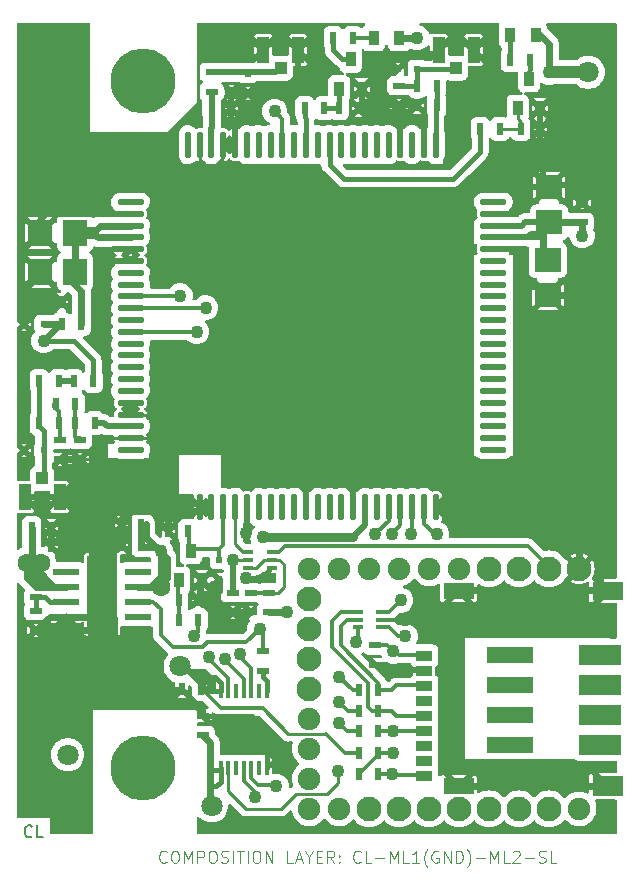
<source format=gbr>
%TF.GenerationSoftware,KiCad,Pcbnew,7.0.8*%
%TF.CreationDate,2024-06-11T21:18:20+02:00*%
%TF.ProjectId,Stima V4 GSM R1_1,5374696d-6120-4563-9420-47534d205231,rev?*%
%TF.SameCoordinates,Original*%
%TF.FileFunction,Copper,L1,Top*%
%TF.FilePolarity,Positive*%
%FSLAX46Y46*%
G04 Gerber Fmt 4.6, Leading zero omitted, Abs format (unit mm)*
G04 Created by KiCad (PCBNEW 7.0.8) date 2024-06-11 21:18:20*
%MOMM*%
%LPD*%
G01*
G04 APERTURE LIST*
%ADD10C,0.100000*%
%TA.AperFunction,NonConductor*%
%ADD11C,0.100000*%
%TD*%
%ADD12C,0.150000*%
%TA.AperFunction,NonConductor*%
%ADD13C,0.150000*%
%TD*%
%TA.AperFunction,SMDPad,CuDef*%
%ADD14R,0.600000X1.000000*%
%TD*%
%TA.AperFunction,SMDPad,CuDef*%
%ADD15R,1.000000X0.600000*%
%TD*%
%TA.AperFunction,SMDPad,CuDef*%
%ADD16R,3.940000X1.400000*%
%TD*%
%TA.AperFunction,SMDPad,CuDef*%
%ADD17R,3.580000X1.700000*%
%TD*%
%TA.AperFunction,SMDPad,CuDef*%
%ADD18R,1.350000X0.900000*%
%TD*%
%TA.AperFunction,SMDPad,CuDef*%
%ADD19R,2.610000X1.400000*%
%TD*%
%TA.AperFunction,SMDPad,CuDef*%
%ADD20R,2.610000X1.700000*%
%TD*%
%TA.AperFunction,SMDPad,CuDef*%
%ADD21R,2.610000X1.500000*%
%TD*%
%TA.AperFunction,ComponentPad*%
%ADD22C,5.500000*%
%TD*%
%TA.AperFunction,SMDPad,CuDef*%
%ADD23R,0.600000X0.600000*%
%TD*%
%TA.AperFunction,SMDPad,CuDef*%
%ADD24R,1.000000X1.100000*%
%TD*%
%TA.AperFunction,SMDPad,CuDef*%
%ADD25R,1.050000X2.200000*%
%TD*%
%TA.AperFunction,SMDPad,CuDef*%
%ADD26R,0.900000X0.400000*%
%TD*%
%TA.AperFunction,ComponentPad*%
%ADD27C,1.900000*%
%TD*%
%TA.AperFunction,ComponentPad*%
%ADD28C,2.100000*%
%TD*%
%TA.AperFunction,ComponentPad*%
%ADD29C,0.500000*%
%TD*%
%TA.AperFunction,SMDPad,CuDef*%
%ADD30R,2.200000X0.600000*%
%TD*%
%TA.AperFunction,ComponentPad*%
%ADD31R,2.560000X6.500000*%
%TD*%
%TA.AperFunction,SMDPad,CuDef*%
%ADD32R,0.900000X1.270000*%
%TD*%
%TA.AperFunction,SMDPad,CuDef*%
%ADD33O,0.500000X2.300000*%
%TD*%
%TA.AperFunction,SMDPad,CuDef*%
%ADD34O,2.300000X0.500000*%
%TD*%
%TA.AperFunction,SMDPad,CuDef*%
%ADD35R,0.850000X1.300000*%
%TD*%
%TA.AperFunction,SMDPad,CuDef*%
%ADD36R,2.200000X2.000000*%
%TD*%
%TA.AperFunction,SMDPad,CuDef*%
%ADD37R,2.000000X2.200000*%
%TD*%
%TA.AperFunction,SMDPad,CuDef*%
%ADD38R,0.400000X1.300000*%
%TD*%
%TA.AperFunction,ViaPad*%
%ADD39C,1.600000*%
%TD*%
%TA.AperFunction,ViaPad*%
%ADD40C,1.800000*%
%TD*%
%TA.AperFunction,ViaPad*%
%ADD41C,1.100000*%
%TD*%
%TA.AperFunction,Conductor*%
%ADD42C,0.600000*%
%TD*%
%TA.AperFunction,Conductor*%
%ADD43C,0.500000*%
%TD*%
%TA.AperFunction,Conductor*%
%ADD44C,0.400000*%
%TD*%
%TA.AperFunction,Conductor*%
%ADD45C,0.280000*%
%TD*%
%TA.AperFunction,Conductor*%
%ADD46C,1.000000*%
%TD*%
%TA.AperFunction,Conductor*%
%ADD47C,0.300000*%
%TD*%
%TA.AperFunction,Conductor*%
%ADD48C,0.250000*%
%TD*%
%TA.AperFunction,Conductor*%
%ADD49C,0.800000*%
%TD*%
%TA.AperFunction,Conductor*%
%ADD50C,0.254000*%
%TD*%
%TA.AperFunction,Conductor*%
%ADD51C,0.200000*%
%TD*%
G04 APERTURE END LIST*
D10*
D11*
X135723912Y-141420280D02*
X135676293Y-141467900D01*
X135676293Y-141467900D02*
X135533436Y-141515519D01*
X135533436Y-141515519D02*
X135438198Y-141515519D01*
X135438198Y-141515519D02*
X135295341Y-141467900D01*
X135295341Y-141467900D02*
X135200103Y-141372661D01*
X135200103Y-141372661D02*
X135152484Y-141277423D01*
X135152484Y-141277423D02*
X135104865Y-141086947D01*
X135104865Y-141086947D02*
X135104865Y-140944090D01*
X135104865Y-140944090D02*
X135152484Y-140753614D01*
X135152484Y-140753614D02*
X135200103Y-140658376D01*
X135200103Y-140658376D02*
X135295341Y-140563138D01*
X135295341Y-140563138D02*
X135438198Y-140515519D01*
X135438198Y-140515519D02*
X135533436Y-140515519D01*
X135533436Y-140515519D02*
X135676293Y-140563138D01*
X135676293Y-140563138D02*
X135723912Y-140610757D01*
X136342960Y-140515519D02*
X136533436Y-140515519D01*
X136533436Y-140515519D02*
X136628674Y-140563138D01*
X136628674Y-140563138D02*
X136723912Y-140658376D01*
X136723912Y-140658376D02*
X136771531Y-140848852D01*
X136771531Y-140848852D02*
X136771531Y-141182185D01*
X136771531Y-141182185D02*
X136723912Y-141372661D01*
X136723912Y-141372661D02*
X136628674Y-141467900D01*
X136628674Y-141467900D02*
X136533436Y-141515519D01*
X136533436Y-141515519D02*
X136342960Y-141515519D01*
X136342960Y-141515519D02*
X136247722Y-141467900D01*
X136247722Y-141467900D02*
X136152484Y-141372661D01*
X136152484Y-141372661D02*
X136104865Y-141182185D01*
X136104865Y-141182185D02*
X136104865Y-140848852D01*
X136104865Y-140848852D02*
X136152484Y-140658376D01*
X136152484Y-140658376D02*
X136247722Y-140563138D01*
X136247722Y-140563138D02*
X136342960Y-140515519D01*
X137200103Y-141515519D02*
X137200103Y-140515519D01*
X137200103Y-140515519D02*
X137533436Y-141229804D01*
X137533436Y-141229804D02*
X137866769Y-140515519D01*
X137866769Y-140515519D02*
X137866769Y-141515519D01*
X138342960Y-141515519D02*
X138342960Y-140515519D01*
X138342960Y-140515519D02*
X138723912Y-140515519D01*
X138723912Y-140515519D02*
X138819150Y-140563138D01*
X138819150Y-140563138D02*
X138866769Y-140610757D01*
X138866769Y-140610757D02*
X138914388Y-140705995D01*
X138914388Y-140705995D02*
X138914388Y-140848852D01*
X138914388Y-140848852D02*
X138866769Y-140944090D01*
X138866769Y-140944090D02*
X138819150Y-140991709D01*
X138819150Y-140991709D02*
X138723912Y-141039328D01*
X138723912Y-141039328D02*
X138342960Y-141039328D01*
X139533436Y-140515519D02*
X139723912Y-140515519D01*
X139723912Y-140515519D02*
X139819150Y-140563138D01*
X139819150Y-140563138D02*
X139914388Y-140658376D01*
X139914388Y-140658376D02*
X139962007Y-140848852D01*
X139962007Y-140848852D02*
X139962007Y-141182185D01*
X139962007Y-141182185D02*
X139914388Y-141372661D01*
X139914388Y-141372661D02*
X139819150Y-141467900D01*
X139819150Y-141467900D02*
X139723912Y-141515519D01*
X139723912Y-141515519D02*
X139533436Y-141515519D01*
X139533436Y-141515519D02*
X139438198Y-141467900D01*
X139438198Y-141467900D02*
X139342960Y-141372661D01*
X139342960Y-141372661D02*
X139295341Y-141182185D01*
X139295341Y-141182185D02*
X139295341Y-140848852D01*
X139295341Y-140848852D02*
X139342960Y-140658376D01*
X139342960Y-140658376D02*
X139438198Y-140563138D01*
X139438198Y-140563138D02*
X139533436Y-140515519D01*
X140342960Y-141467900D02*
X140485817Y-141515519D01*
X140485817Y-141515519D02*
X140723912Y-141515519D01*
X140723912Y-141515519D02*
X140819150Y-141467900D01*
X140819150Y-141467900D02*
X140866769Y-141420280D01*
X140866769Y-141420280D02*
X140914388Y-141325042D01*
X140914388Y-141325042D02*
X140914388Y-141229804D01*
X140914388Y-141229804D02*
X140866769Y-141134566D01*
X140866769Y-141134566D02*
X140819150Y-141086947D01*
X140819150Y-141086947D02*
X140723912Y-141039328D01*
X140723912Y-141039328D02*
X140533436Y-140991709D01*
X140533436Y-140991709D02*
X140438198Y-140944090D01*
X140438198Y-140944090D02*
X140390579Y-140896471D01*
X140390579Y-140896471D02*
X140342960Y-140801233D01*
X140342960Y-140801233D02*
X140342960Y-140705995D01*
X140342960Y-140705995D02*
X140390579Y-140610757D01*
X140390579Y-140610757D02*
X140438198Y-140563138D01*
X140438198Y-140563138D02*
X140533436Y-140515519D01*
X140533436Y-140515519D02*
X140771531Y-140515519D01*
X140771531Y-140515519D02*
X140914388Y-140563138D01*
X141342960Y-141515519D02*
X141342960Y-140515519D01*
X141676293Y-140515519D02*
X142247721Y-140515519D01*
X141962007Y-141515519D02*
X141962007Y-140515519D01*
X142581055Y-141515519D02*
X142581055Y-140515519D01*
X143247721Y-140515519D02*
X143438197Y-140515519D01*
X143438197Y-140515519D02*
X143533435Y-140563138D01*
X143533435Y-140563138D02*
X143628673Y-140658376D01*
X143628673Y-140658376D02*
X143676292Y-140848852D01*
X143676292Y-140848852D02*
X143676292Y-141182185D01*
X143676292Y-141182185D02*
X143628673Y-141372661D01*
X143628673Y-141372661D02*
X143533435Y-141467900D01*
X143533435Y-141467900D02*
X143438197Y-141515519D01*
X143438197Y-141515519D02*
X143247721Y-141515519D01*
X143247721Y-141515519D02*
X143152483Y-141467900D01*
X143152483Y-141467900D02*
X143057245Y-141372661D01*
X143057245Y-141372661D02*
X143009626Y-141182185D01*
X143009626Y-141182185D02*
X143009626Y-140848852D01*
X143009626Y-140848852D02*
X143057245Y-140658376D01*
X143057245Y-140658376D02*
X143152483Y-140563138D01*
X143152483Y-140563138D02*
X143247721Y-140515519D01*
X144104864Y-141515519D02*
X144104864Y-140515519D01*
X144104864Y-140515519D02*
X144676292Y-141515519D01*
X144676292Y-141515519D02*
X144676292Y-140515519D01*
X146390578Y-141515519D02*
X145914388Y-141515519D01*
X145914388Y-141515519D02*
X145914388Y-140515519D01*
X146676293Y-141229804D02*
X147152483Y-141229804D01*
X146581055Y-141515519D02*
X146914388Y-140515519D01*
X146914388Y-140515519D02*
X147247721Y-141515519D01*
X147771531Y-141039328D02*
X147771531Y-141515519D01*
X147438198Y-140515519D02*
X147771531Y-141039328D01*
X147771531Y-141039328D02*
X148104864Y-140515519D01*
X148438198Y-140991709D02*
X148771531Y-140991709D01*
X148914388Y-141515519D02*
X148438198Y-141515519D01*
X148438198Y-141515519D02*
X148438198Y-140515519D01*
X148438198Y-140515519D02*
X148914388Y-140515519D01*
X149914388Y-141515519D02*
X149581055Y-141039328D01*
X149342960Y-141515519D02*
X149342960Y-140515519D01*
X149342960Y-140515519D02*
X149723912Y-140515519D01*
X149723912Y-140515519D02*
X149819150Y-140563138D01*
X149819150Y-140563138D02*
X149866769Y-140610757D01*
X149866769Y-140610757D02*
X149914388Y-140705995D01*
X149914388Y-140705995D02*
X149914388Y-140848852D01*
X149914388Y-140848852D02*
X149866769Y-140944090D01*
X149866769Y-140944090D02*
X149819150Y-140991709D01*
X149819150Y-140991709D02*
X149723912Y-141039328D01*
X149723912Y-141039328D02*
X149342960Y-141039328D01*
X150342960Y-141420280D02*
X150390579Y-141467900D01*
X150390579Y-141467900D02*
X150342960Y-141515519D01*
X150342960Y-141515519D02*
X150295341Y-141467900D01*
X150295341Y-141467900D02*
X150342960Y-141420280D01*
X150342960Y-141420280D02*
X150342960Y-141515519D01*
X150342960Y-140896471D02*
X150390579Y-140944090D01*
X150390579Y-140944090D02*
X150342960Y-140991709D01*
X150342960Y-140991709D02*
X150295341Y-140944090D01*
X150295341Y-140944090D02*
X150342960Y-140896471D01*
X150342960Y-140896471D02*
X150342960Y-140991709D01*
X152152483Y-141420280D02*
X152104864Y-141467900D01*
X152104864Y-141467900D02*
X151962007Y-141515519D01*
X151962007Y-141515519D02*
X151866769Y-141515519D01*
X151866769Y-141515519D02*
X151723912Y-141467900D01*
X151723912Y-141467900D02*
X151628674Y-141372661D01*
X151628674Y-141372661D02*
X151581055Y-141277423D01*
X151581055Y-141277423D02*
X151533436Y-141086947D01*
X151533436Y-141086947D02*
X151533436Y-140944090D01*
X151533436Y-140944090D02*
X151581055Y-140753614D01*
X151581055Y-140753614D02*
X151628674Y-140658376D01*
X151628674Y-140658376D02*
X151723912Y-140563138D01*
X151723912Y-140563138D02*
X151866769Y-140515519D01*
X151866769Y-140515519D02*
X151962007Y-140515519D01*
X151962007Y-140515519D02*
X152104864Y-140563138D01*
X152104864Y-140563138D02*
X152152483Y-140610757D01*
X153057245Y-141515519D02*
X152581055Y-141515519D01*
X152581055Y-141515519D02*
X152581055Y-140515519D01*
X153390579Y-141134566D02*
X154152484Y-141134566D01*
X154628674Y-141515519D02*
X154628674Y-140515519D01*
X154628674Y-140515519D02*
X154962007Y-141229804D01*
X154962007Y-141229804D02*
X155295340Y-140515519D01*
X155295340Y-140515519D02*
X155295340Y-141515519D01*
X156247721Y-141515519D02*
X155771531Y-141515519D01*
X155771531Y-141515519D02*
X155771531Y-140515519D01*
X157104864Y-141515519D02*
X156533436Y-141515519D01*
X156819150Y-141515519D02*
X156819150Y-140515519D01*
X156819150Y-140515519D02*
X156723912Y-140658376D01*
X156723912Y-140658376D02*
X156628674Y-140753614D01*
X156628674Y-140753614D02*
X156533436Y-140801233D01*
X157819150Y-141896471D02*
X157771531Y-141848852D01*
X157771531Y-141848852D02*
X157676293Y-141705995D01*
X157676293Y-141705995D02*
X157628674Y-141610757D01*
X157628674Y-141610757D02*
X157581055Y-141467900D01*
X157581055Y-141467900D02*
X157533436Y-141229804D01*
X157533436Y-141229804D02*
X157533436Y-141039328D01*
X157533436Y-141039328D02*
X157581055Y-140801233D01*
X157581055Y-140801233D02*
X157628674Y-140658376D01*
X157628674Y-140658376D02*
X157676293Y-140563138D01*
X157676293Y-140563138D02*
X157771531Y-140420280D01*
X157771531Y-140420280D02*
X157819150Y-140372661D01*
X158723912Y-140563138D02*
X158628674Y-140515519D01*
X158628674Y-140515519D02*
X158485817Y-140515519D01*
X158485817Y-140515519D02*
X158342960Y-140563138D01*
X158342960Y-140563138D02*
X158247722Y-140658376D01*
X158247722Y-140658376D02*
X158200103Y-140753614D01*
X158200103Y-140753614D02*
X158152484Y-140944090D01*
X158152484Y-140944090D02*
X158152484Y-141086947D01*
X158152484Y-141086947D02*
X158200103Y-141277423D01*
X158200103Y-141277423D02*
X158247722Y-141372661D01*
X158247722Y-141372661D02*
X158342960Y-141467900D01*
X158342960Y-141467900D02*
X158485817Y-141515519D01*
X158485817Y-141515519D02*
X158581055Y-141515519D01*
X158581055Y-141515519D02*
X158723912Y-141467900D01*
X158723912Y-141467900D02*
X158771531Y-141420280D01*
X158771531Y-141420280D02*
X158771531Y-141086947D01*
X158771531Y-141086947D02*
X158581055Y-141086947D01*
X159200103Y-141515519D02*
X159200103Y-140515519D01*
X159200103Y-140515519D02*
X159771531Y-141515519D01*
X159771531Y-141515519D02*
X159771531Y-140515519D01*
X160247722Y-141515519D02*
X160247722Y-140515519D01*
X160247722Y-140515519D02*
X160485817Y-140515519D01*
X160485817Y-140515519D02*
X160628674Y-140563138D01*
X160628674Y-140563138D02*
X160723912Y-140658376D01*
X160723912Y-140658376D02*
X160771531Y-140753614D01*
X160771531Y-140753614D02*
X160819150Y-140944090D01*
X160819150Y-140944090D02*
X160819150Y-141086947D01*
X160819150Y-141086947D02*
X160771531Y-141277423D01*
X160771531Y-141277423D02*
X160723912Y-141372661D01*
X160723912Y-141372661D02*
X160628674Y-141467900D01*
X160628674Y-141467900D02*
X160485817Y-141515519D01*
X160485817Y-141515519D02*
X160247722Y-141515519D01*
X161152484Y-141896471D02*
X161200103Y-141848852D01*
X161200103Y-141848852D02*
X161295341Y-141705995D01*
X161295341Y-141705995D02*
X161342960Y-141610757D01*
X161342960Y-141610757D02*
X161390579Y-141467900D01*
X161390579Y-141467900D02*
X161438198Y-141229804D01*
X161438198Y-141229804D02*
X161438198Y-141039328D01*
X161438198Y-141039328D02*
X161390579Y-140801233D01*
X161390579Y-140801233D02*
X161342960Y-140658376D01*
X161342960Y-140658376D02*
X161295341Y-140563138D01*
X161295341Y-140563138D02*
X161200103Y-140420280D01*
X161200103Y-140420280D02*
X161152484Y-140372661D01*
X161914389Y-141134566D02*
X162676294Y-141134566D01*
X163152484Y-141515519D02*
X163152484Y-140515519D01*
X163152484Y-140515519D02*
X163485817Y-141229804D01*
X163485817Y-141229804D02*
X163819150Y-140515519D01*
X163819150Y-140515519D02*
X163819150Y-141515519D01*
X164771531Y-141515519D02*
X164295341Y-141515519D01*
X164295341Y-141515519D02*
X164295341Y-140515519D01*
X165057246Y-140610757D02*
X165104865Y-140563138D01*
X165104865Y-140563138D02*
X165200103Y-140515519D01*
X165200103Y-140515519D02*
X165438198Y-140515519D01*
X165438198Y-140515519D02*
X165533436Y-140563138D01*
X165533436Y-140563138D02*
X165581055Y-140610757D01*
X165581055Y-140610757D02*
X165628674Y-140705995D01*
X165628674Y-140705995D02*
X165628674Y-140801233D01*
X165628674Y-140801233D02*
X165581055Y-140944090D01*
X165581055Y-140944090D02*
X165009627Y-141515519D01*
X165009627Y-141515519D02*
X165628674Y-141515519D01*
X166057246Y-141134566D02*
X166819151Y-141134566D01*
X167247722Y-141467900D02*
X167390579Y-141515519D01*
X167390579Y-141515519D02*
X167628674Y-141515519D01*
X167628674Y-141515519D02*
X167723912Y-141467900D01*
X167723912Y-141467900D02*
X167771531Y-141420280D01*
X167771531Y-141420280D02*
X167819150Y-141325042D01*
X167819150Y-141325042D02*
X167819150Y-141229804D01*
X167819150Y-141229804D02*
X167771531Y-141134566D01*
X167771531Y-141134566D02*
X167723912Y-141086947D01*
X167723912Y-141086947D02*
X167628674Y-141039328D01*
X167628674Y-141039328D02*
X167438198Y-140991709D01*
X167438198Y-140991709D02*
X167342960Y-140944090D01*
X167342960Y-140944090D02*
X167295341Y-140896471D01*
X167295341Y-140896471D02*
X167247722Y-140801233D01*
X167247722Y-140801233D02*
X167247722Y-140705995D01*
X167247722Y-140705995D02*
X167295341Y-140610757D01*
X167295341Y-140610757D02*
X167342960Y-140563138D01*
X167342960Y-140563138D02*
X167438198Y-140515519D01*
X167438198Y-140515519D02*
X167676293Y-140515519D01*
X167676293Y-140515519D02*
X167819150Y-140563138D01*
X168723912Y-141515519D02*
X168247722Y-141515519D01*
X168247722Y-141515519D02*
X168247722Y-140515519D01*
D12*
D13*
X124326807Y-139258680D02*
X124279188Y-139306300D01*
X124279188Y-139306300D02*
X124136331Y-139353919D01*
X124136331Y-139353919D02*
X124041093Y-139353919D01*
X124041093Y-139353919D02*
X123898236Y-139306300D01*
X123898236Y-139306300D02*
X123802998Y-139211061D01*
X123802998Y-139211061D02*
X123755379Y-139115823D01*
X123755379Y-139115823D02*
X123707760Y-138925347D01*
X123707760Y-138925347D02*
X123707760Y-138782490D01*
X123707760Y-138782490D02*
X123755379Y-138592014D01*
X123755379Y-138592014D02*
X123802998Y-138496776D01*
X123802998Y-138496776D02*
X123898236Y-138401538D01*
X123898236Y-138401538D02*
X124041093Y-138353919D01*
X124041093Y-138353919D02*
X124136331Y-138353919D01*
X124136331Y-138353919D02*
X124279188Y-138401538D01*
X124279188Y-138401538D02*
X124326807Y-138449157D01*
X125231569Y-139353919D02*
X124755379Y-139353919D01*
X124755379Y-139353919D02*
X124755379Y-138353919D01*
D14*
%TO.P,R9,1,1*%
%TO.N,Net-(U1-USIM_DATA)*%
X151993600Y-130340100D03*
%TO.P,R9,2,2*%
%TO.N,Net-(DZ5-TVS5)*%
X153644600Y-130340100D03*
%TD*%
%TO.P,C2,1,1*%
%TO.N,Net-(C1-Pad2)*%
X126593600Y-104305100D03*
%TO.P,C2,2,2*%
%TO.N,Net-(DZ2-K)*%
X124942600Y-104305100D03*
%TD*%
D15*
%TO.P,C19,1,1*%
%TO.N,+3V8*%
X170916600Y-87287100D03*
%TO.P,C19,2,2*%
%TO.N,GND*%
X170916600Y-85636100D03*
%TD*%
D14*
%TO.P,R18,1,1*%
%TO.N,GND*%
X167360600Y-79413100D03*
%TO.P,R18,2,2*%
%TO.N,Net-(Q3-B)*%
X165709600Y-79413100D03*
%TD*%
%TO.P,R14,1,1*%
%TO.N,Net-(DL2-K)*%
X164820600Y-73571100D03*
%TO.P,R14,2,2*%
%TO.N,Net-(Q3-C)*%
X166471600Y-73571100D03*
%TD*%
%TO.P,FIL1,1,1*%
%TO.N,+3V8*%
X126836500Y-95921500D03*
%TO.P,FIL1,2,2*%
%TO.N,Net-(C20-Pad1)*%
X128487500Y-95921500D03*
%TD*%
D15*
%TO.P,C4,1,1*%
%TO.N,Net-(DZ3-K)*%
X155422600Y-75730100D03*
%TO.P,C4,2,2*%
%TO.N,GND*%
X155422600Y-77381100D03*
%TD*%
%TO.P,R12,1,1*%
%TO.N,Net-(U4-OE)*%
X143865600Y-125260100D03*
%TO.P,R12,2,2*%
%TO.N,/EN_PW_GSM*%
X143865600Y-123609100D03*
%TD*%
%TO.P,C10,1,1*%
%TO.N,+3V3*%
X138785600Y-130721100D03*
%TO.P,C10,2,2*%
%TO.N,GND*%
X138785600Y-129070100D03*
%TD*%
D16*
%TO.P,J1,*%
%TO.N,*%
X164795200Y-131508500D03*
D17*
X172415200Y-131508500D03*
D16*
X164795200Y-128968500D03*
D17*
X172415200Y-128968500D03*
D16*
X164795200Y-126428500D03*
D17*
X172415200Y-126428500D03*
D16*
X164795200Y-123888500D03*
D17*
X172415200Y-123888500D03*
D18*
%TO.P,J1,C1,VCC*%
%TO.N,Net-(DZ5-TVS2)*%
X157556200Y-123990100D03*
%TO.P,J1,C2,RST*%
%TO.N,Net-(DZ5-TVS4)*%
X157556200Y-126530100D03*
%TO.P,J1,C3,CLK*%
%TO.N,Net-(DZ5-TVS3)*%
X157556200Y-129070100D03*
%TO.P,J1,C4,RFU*%
%TO.N,unconnected-(J1-RFU-PadC4)*%
X157556200Y-131610100D03*
%TO.P,J1,C5,GND*%
%TO.N,GND*%
X157556200Y-125260100D03*
%TO.P,J1,C6,VPP*%
%TO.N,unconnected-(J1-VPP-PadC6)*%
X157556200Y-127800100D03*
%TO.P,J1,C7,I/O*%
%TO.N,Net-(DZ5-TVS5)*%
X157556200Y-130340100D03*
%TO.P,J1,C8,RFU*%
%TO.N,unconnected-(J1-RFU-PadC8)*%
X157556200Y-132880100D03*
%TO.P,J1,CD,CD*%
%TO.N,Net-(DZ5-TVS1)*%
X157556200Y-134150100D03*
D19*
%TO.P,J1,GND,GND*%
%TO.N,GND*%
X160451800Y-135039100D03*
D20*
X173075600Y-135039100D03*
D19*
X160451800Y-118478300D03*
D21*
X173075600Y-118478300D03*
%TD*%
D14*
%TO.P,R13,1,1*%
%TO.N,Net-(U1-USIM_CLK)*%
X151993600Y-128689100D03*
%TO.P,R13,2,2*%
%TO.N,Net-(DZ5-TVS3)*%
X153644600Y-128689100D03*
%TD*%
%TO.P,C5,1,1*%
%TO.N,Net-(U1-MAIN_ANT)*%
X158597600Y-77381100D03*
%TO.P,C5,2,2*%
%TO.N,GND*%
X156946600Y-77381100D03*
%TD*%
%TO.P,C11,1,1*%
%TO.N,+1V8*%
X138658600Y-126784100D03*
%TO.P,C11,2,2*%
%TO.N,GND*%
X137007600Y-126784100D03*
%TD*%
%TO.P,C16,1,1*%
%TO.N,+3V8*%
X124307600Y-114719100D03*
%TO.P,C16,2,2*%
%TO.N,GND*%
X125958600Y-114719100D03*
%TD*%
D22*
%TO.P,A3,1,A*%
%TO.N,unconnected-(A3-A-Pad1)*%
X133705600Y-133515100D03*
%TD*%
D23*
%TO.P,DZ1,1,K*%
%TO.N,Net-(DZ1-K)*%
X140182600Y-115862100D03*
%TO.P,DZ1,2,A*%
%TO.N,GND*%
X140182600Y-117513100D03*
%TD*%
D14*
%TO.P,C13,1,1*%
%TO.N,+5V*%
X133578600Y-114592100D03*
%TO.P,C13,2,2*%
%TO.N,GND*%
X131927600Y-114592100D03*
%TD*%
%TO.P,C3,1,1*%
%TO.N,Net-(DZ1-K)*%
X137515600Y-113449100D03*
%TO.P,C3,2,2*%
%TO.N,GND*%
X135864600Y-113449100D03*
%TD*%
%TO.P,C14,1,1*%
%TO.N,+5V*%
X133578600Y-112941100D03*
%TO.P,C14,2,2*%
%TO.N,GND*%
X131927600Y-112941100D03*
%TD*%
%TO.P,R2,1,1*%
%TO.N,Net-(U1-MAIN_ANT)*%
X158597600Y-75730100D03*
%TO.P,R2,2,2*%
%TO.N,Net-(DZ3-K)*%
X156946600Y-75730100D03*
%TD*%
D24*
%TO.P,E3_AUX1,1,A*%
%TO.N,Net-(DZ4-K)*%
X145389600Y-74231500D03*
D25*
%TO.P,E3_AUX1,2*%
%TO.N,GND*%
X143916400Y-72682100D03*
X146862800Y-72682100D03*
%TD*%
D14*
%TO.P,R7,1,1*%
%TO.N,Net-(DL1-K)*%
X151485600Y-71666100D03*
%TO.P,R7,2,2*%
%TO.N,Net-(Q2-C)*%
X149834600Y-71666100D03*
%TD*%
D26*
%TO.P,DZ5,1,TVS1*%
%TO.N,Net-(DZ5-TVS1)*%
X153898600Y-121577100D03*
%TO.P,DZ5,2,COM*%
%TO.N,GND*%
X153898600Y-120927100D03*
%TO.P,DZ5,3,TVS2*%
%TO.N,Net-(DZ5-TVS2)*%
X153898600Y-120277100D03*
%TO.P,DZ5,4,TVS3*%
%TO.N,Net-(DZ5-TVS3)*%
X151898600Y-120277100D03*
%TO.P,DZ5,5,TVS4*%
%TO.N,Net-(DZ5-TVS4)*%
X151898600Y-120927100D03*
%TO.P,DZ5,6,TVS5*%
%TO.N,Net-(DZ5-TVS5)*%
X151898600Y-121577100D03*
%TD*%
D14*
%TO.P,R4,1,1*%
%TO.N,GND*%
X138404600Y-119291100D03*
%TO.P,R4,2,2*%
%TO.N,Net-(Q1-G)*%
X136753600Y-119291100D03*
%TD*%
D15*
%TO.P,R5,1,1*%
%TO.N,Net-(DZ4-K)*%
X139547600Y-74587100D03*
%TO.P,R5,2,2*%
%TO.N,Net-(U1-AUX_ANT)*%
X139547600Y-76238100D03*
%TD*%
D14*
%TO.P,C8,1,1*%
%TO.N,Net-(U1-AUX_ANT)*%
X139547600Y-77635100D03*
%TO.P,C8,2,2*%
%TO.N,GND*%
X141198600Y-77635100D03*
%TD*%
%TO.P,R15,1,1*%
%TO.N,Net-(U1-USIM_DET)*%
X151993600Y-134023100D03*
%TO.P,R15,2,2*%
%TO.N,Net-(DZ5-TVS1)*%
X153644600Y-134023100D03*
%TD*%
D15*
%TO.P,L2,1,1*%
%TO.N,GND*%
X128371600Y-107353100D03*
%TO.P,L2,2,2*%
%TO.N,Net-(C1-Pad1)*%
X128371600Y-105702100D03*
%TD*%
D27*
%TO.P,U3,1,5V*%
%TO.N,+5V*%
X170662600Y-136944100D03*
D28*
%TO.P,U3,2,3V3*%
%TO.N,+3V3*%
X168122600Y-136944100D03*
%TO.P,U3,3,D7*%
%TO.N,unconnected-(U3-D7-Pad3)*%
X165582600Y-136944100D03*
%TO.P,U3,4,D8*%
%TO.N,unconnected-(U3-D8-Pad4)*%
X163042600Y-136944100D03*
%TO.P,U3,5,D9*%
%TO.N,unconnected-(U3-D9-Pad5)*%
X160502600Y-136944100D03*
%TO.P,U3,6,D10*%
%TO.N,unconnected-(U3-D10-Pad6)*%
X157962600Y-136944100D03*
%TO.P,U3,7,D11*%
%TO.N,unconnected-(U3-D11-Pad7)*%
X155422600Y-136944100D03*
%TO.P,U3,8,D12*%
%TO.N,unconnected-(U3-D12-Pad8)*%
X152882600Y-136944100D03*
D27*
%TO.P,U3,9,D13*%
%TO.N,unconnected-(U3-D13-Pad9)*%
X150342600Y-136944100D03*
%TO.P,U3,10,REF*%
%TO.N,unconnected-(U3-REF-Pad10)*%
X147802600Y-136944100D03*
%TO.P,U3,11,A0*%
%TO.N,unconnected-(U3-A0-Pad11)*%
X147802600Y-134404100D03*
%TO.P,U3,12,A1*%
%TO.N,unconnected-(U3-A1-Pad12)*%
X147802600Y-131864100D03*
%TO.P,U3,13,A2*%
%TO.N,unconnected-(U3-A2-Pad13)*%
X147802600Y-129324100D03*
D28*
%TO.P,U3,14,A3*%
%TO.N,unconnected-(U3-A3-Pad14)*%
X147802600Y-126784100D03*
%TO.P,U3,15,A4*%
%TO.N,unconnected-(U3-A4-Pad15)*%
X147802600Y-124244100D03*
%TO.P,U3,16,A5*%
%TO.N,unconnected-(U3-A5-Pad16)*%
X147802600Y-121704100D03*
%TO.P,U3,17,A6*%
%TO.N,unconnected-(U3-A6-Pad17)*%
X147802600Y-119164100D03*
D27*
%TO.P,U3,18,A7*%
%TO.N,unconnected-(U3-A7-Pad18)*%
X147802600Y-116624100D03*
%TO.P,U3,19,RX0*%
%TO.N,/USART2_RX*%
X150342600Y-116624100D03*
%TO.P,U3,20,TX0*%
%TO.N,/USART2_TX*%
X152882600Y-116624100D03*
%TO.P,U3,21,D2*%
%TO.N,unconnected-(U3-D2-Pad21)*%
X155422600Y-116624100D03*
%TO.P,U3,22,D3*%
%TO.N,unconnected-(U3-D3-Pad22)*%
X157962600Y-116624100D03*
%TO.P,U3,23,D4*%
%TO.N,/EN_PW_GSM*%
X160502600Y-116624100D03*
D28*
%TO.P,U3,24,D5*%
%TO.N,/PWRKEY*%
X163042600Y-116624100D03*
%TO.P,U3,25,D6*%
%TO.N,/RI*%
X165582600Y-116624100D03*
%TO.P,U3,26,RST*%
%TO.N,/RST*%
X168122600Y-116624100D03*
%TO.P,U3,27,GND*%
%TO.N,GND*%
X170662600Y-116624100D03*
%TD*%
D29*
%TO.P,U5,*%
%TO.N,*%
X129387600Y-120815100D03*
X130276600Y-120815100D03*
X131165600Y-120815100D03*
X129387600Y-118783100D03*
X131165600Y-118783100D03*
X129387600Y-116751100D03*
X130276600Y-116751100D03*
X131165600Y-116751100D03*
D30*
%TO.P,U5,1,1*%
%TO.N,unconnected-(U5-Pad1)*%
X133324600Y-120688100D03*
%TO.P,U5,2,EN*%
%TO.N,/EN_PW_GSM*%
X133324600Y-119418100D03*
%TO.P,U5,3,VIN*%
%TO.N,+5V*%
X133324600Y-118148100D03*
%TO.P,U5,4,4*%
%TO.N,unconnected-(U5-Pad4)*%
X133324600Y-116878100D03*
%TO.P,U5,5,5*%
%TO.N,unconnected-(U5-Pad5)*%
X127228600Y-116878100D03*
%TO.P,U5,6,VO*%
%TO.N,+3V8*%
X127228600Y-118148100D03*
%TO.P,U5,7,FB*%
%TO.N,Net-(U5-FB)*%
X127228600Y-119418100D03*
%TO.P,U5,8,GND*%
%TO.N,GND*%
X127228600Y-120688100D03*
D31*
%TO.P,U5,9,EP*%
X130276600Y-118783100D03*
%TD*%
D15*
%TO.P,L3,1,1*%
%TO.N,GND*%
X126720600Y-107353100D03*
%TO.P,L3,2,2*%
%TO.N,Net-(C1-Pad2)*%
X126720600Y-105702100D03*
%TD*%
D14*
%TO.P,R17,1,1*%
%TO.N,Net-(U1-USIM_DET)*%
X153644600Y-132245100D03*
%TO.P,R17,2,2*%
%TO.N,+1V8*%
X151993600Y-132245100D03*
%TD*%
%TO.P,R8,1,1*%
%TO.N,Net-(Q2-B)*%
X149072600Y-77635100D03*
%TO.P,R8,2,2*%
%TO.N,Net-(U1-NETLIGHT)*%
X147421600Y-77635100D03*
%TD*%
D15*
%TO.P,C7,1,1*%
%TO.N,Net-(U2-EN)*%
X142849600Y-118656100D03*
%TO.P,C7,2,2*%
%TO.N,GND*%
X142849600Y-120307100D03*
%TD*%
D14*
%TO.P,R3,1,1*%
%TO.N,+3V8*%
X129514600Y-100749100D03*
%TO.P,R3,2,2*%
%TO.N,Net-(L1-Pad2)*%
X127863600Y-100749100D03*
%TD*%
D32*
%TO.P,DL1,1,K*%
%TO.N,Net-(DL1-K)*%
X153263600Y-71666100D03*
%TO.P,DL1,2,A*%
%TO.N,+3V8*%
X155422600Y-71666100D03*
%TD*%
D33*
%TO.P,U1,1,GND*%
%TO.N,GND*%
X138531600Y-111417100D03*
%TO.P,U1,2,GND*%
X139531600Y-111417100D03*
%TO.P,U1,3,PWRKEY*%
%TO.N,Net-(DZ1-K)*%
X140531600Y-111417100D03*
%TO.P,U1,4,RESET*%
%TO.N,Net-(U1-RESET)*%
X141531600Y-111417100D03*
%TO.P,U1,5,GND*%
%TO.N,GND*%
X142531600Y-111417100D03*
%TO.P,U1,6,SPI_CLK*%
%TO.N,unconnected-(U1-SPI_CLK-Pad6)*%
X143531600Y-111417100D03*
%TO.P,U1,7,SPI_MISO*%
%TO.N,unconnected-(U1-SPI_MISO-Pad7)*%
X144531600Y-111417100D03*
%TO.P,U1,8,SPI_MOSI*%
%TO.N,unconnected-(U1-SPI_MOSI-Pad8)*%
X145531600Y-111417100D03*
%TO.P,U1,9,SPI_CS*%
%TO.N,unconnected-(U1-SPI_CS-Pad9)*%
X146531600Y-111417100D03*
%TO.P,U1,10,GND*%
%TO.N,GND*%
X147531600Y-111417100D03*
%TO.P,U1,11,USB_VBUS*%
%TO.N,unconnected-(U1-USB_VBUS-Pad11)*%
X148531600Y-111417100D03*
%TO.P,U1,12,USB_DN*%
%TO.N,unconnected-(U1-USB_DN-Pad12)*%
X149531600Y-111417100D03*
%TO.P,U1,13,USB_DP*%
%TO.N,unconnected-(U1-USB_DP-Pad13)*%
X150531600Y-111417100D03*
%TO.P,U1,14,GND*%
%TO.N,GND*%
X151531600Y-111417100D03*
%TO.P,U1,15,VDD_1V8*%
%TO.N,+1V8*%
X152531600Y-111417100D03*
%TO.P,U1,16,USB_ID*%
%TO.N,unconnected-(U1-USB_ID-Pad16)*%
X153531600Y-111417100D03*
%TO.P,U1,17,USIM_DATA*%
%TO.N,Net-(U1-USIM_DATA)*%
X154531600Y-111417100D03*
%TO.P,U1,18,USIM_RTS*%
%TO.N,Net-(U1-USIM_RTS)*%
X155531600Y-111417100D03*
%TO.P,U1,19,USIM_CLK*%
%TO.N,Net-(U1-USIM_CLK)*%
X156531600Y-111417100D03*
%TO.P,U1,20,USIM_VDD*%
%TO.N,Net-(DZ5-TVS2)*%
X157531600Y-111417100D03*
D34*
%TO.P,U1,21,SD_CMD*%
%TO.N,unconnected-(U1-SD_CMD-Pad21)*%
X163381600Y-105567100D03*
%TO.P,U1,22,SD_DATA0*%
%TO.N,unconnected-(U1-SD_DATA0-Pad22)*%
X163381600Y-104567100D03*
%TO.P,U1,23,SD_DATA1*%
%TO.N,unconnected-(U1-SD_DATA1-Pad23)*%
X163381600Y-103567090D03*
%TO.P,U1,24,SD_DATA2*%
%TO.N,unconnected-(U1-SD_DATA2-Pad24)*%
X163381600Y-102567100D03*
%TO.P,U1,25,SD_DATA3*%
%TO.N,unconnected-(U1-SD_DATA3-Pad25)*%
X163381600Y-101567100D03*
%TO.P,U1,26,SD_CLK*%
%TO.N,unconnected-(U1-SD_CLK-Pad26)*%
X163381600Y-100567100D03*
%TO.P,U1,27,SDIO_DATA1*%
%TO.N,unconnected-(U1-SDIO_DATA1-Pad27)*%
X163381600Y-99567100D03*
%TO.P,U1,28,SDIO_DATA2*%
%TO.N,unconnected-(U1-SDIO_DATA2-Pad28)*%
X163381600Y-98567100D03*
%TO.P,U1,29,SDIO_CMD*%
%TO.N,unconnected-(U1-SDIO_CMD-Pad29)*%
X163381600Y-97567100D03*
%TO.P,U1,30,SDIO_DATA0*%
%TO.N,unconnected-(U1-SDIO_DATA0-Pad30)*%
X163381600Y-96567100D03*
%TO.P,U1,31,SDIO_DATA3*%
%TO.N,unconnected-(U1-SDIO_DATA3-Pad31)*%
X163381600Y-95567100D03*
%TO.P,U1,32,SDIO_CLK*%
%TO.N,unconnected-(U1-SDIO_CLK-Pad32)*%
X163381600Y-94567100D03*
%TO.P,U1,33,GPIO3*%
%TO.N,unconnected-(U1-GPIO3-Pad33)*%
X163381600Y-93567090D03*
%TO.P,U1,34,GPIO6*%
%TO.N,unconnected-(U1-GPIO6-Pad34)*%
X163381600Y-92567100D03*
%TO.P,U1,35,HSIC_STROBE*%
%TO.N,unconnected-(U1-HSIC_STROBE-Pad35)*%
X163381600Y-91567100D03*
%TO.P,U1,36,HSIC_DATA*%
%TO.N,unconnected-(U1-HSIC_DATA-Pad36)*%
X163381600Y-90567100D03*
%TO.P,U1,37,GND*%
%TO.N,GND*%
X163381600Y-89567100D03*
%TO.P,U1,38,VBAT*%
%TO.N,+3V8*%
X163381600Y-88567100D03*
%TO.P,U1,39,VBAT*%
X163381600Y-87567100D03*
%TO.P,U1,40,GND*%
%TO.N,GND*%
X163381600Y-86567100D03*
D33*
%TO.P,U1,41,GND*%
X157531600Y-80717090D03*
%TO.P,U1,42,NC*%
%TO.N,unconnected-(U1-NC-Pad42)*%
X156531600Y-80717100D03*
%TO.P,U1,43,GND*%
%TO.N,GND*%
X155531600Y-80717100D03*
%TO.P,U1,44,VDD_AUX*%
%TO.N,unconnected-(U1-VDD_AUX-Pad44)*%
X154531600Y-80717100D03*
%TO.P,U1,45,ISINK*%
%TO.N,unconnected-(U1-ISINK-Pad45)*%
X153531600Y-80717090D03*
%TO.P,U1,46,ADC2*%
%TO.N,unconnected-(U1-ADC2-Pad46)*%
X152531600Y-80717100D03*
%TO.P,U1,47,ADC1*%
%TO.N,unconnected-(U1-ADC1-Pad47)*%
X151531600Y-80717100D03*
%TO.P,U1,48,SD_DET*%
%TO.N,unconnected-(U1-SD_DET-Pad48)*%
X150531600Y-80717100D03*
%TO.P,U1,49,STATUS*%
%TO.N,/STATUS*%
X149531600Y-80717100D03*
%TO.P,U1,50,GPIO43*%
%TO.N,unconnected-(U1-GPIO43-Pad50)*%
X148531600Y-80717100D03*
%TO.P,U1,51,NETLIGHT*%
%TO.N,Net-(U1-NETLIGHT)*%
X147531600Y-80717100D03*
%TO.P,U1,52,GPIO41*%
%TO.N,unconnected-(U1-GPIO41-Pad52)*%
X146531600Y-80717090D03*
%TO.P,U1,53,USIM_DET*%
%TO.N,Net-(U1-USIM_DET)*%
X145531600Y-80717100D03*
%TO.P,U1,54,FLIGHTMODE*%
%TO.N,unconnected-(U1-FLIGHTMODE-Pad54)*%
X144531600Y-80717100D03*
%TO.P,U1,55,SCL*%
%TO.N,unconnected-(U1-SCL-Pad55)*%
X143531600Y-80717090D03*
%TO.P,U1,56,SDA*%
%TO.N,unconnected-(U1-SDA-Pad56)*%
X142531600Y-80717100D03*
%TO.P,U1,57,GND*%
%TO.N,GND*%
X141531600Y-80717100D03*
%TO.P,U1,58,GND*%
X140531600Y-80717090D03*
%TO.P,U1,59,AUX_ANT*%
%TO.N,Net-(U1-AUX_ANT)*%
X139531600Y-80717100D03*
%TO.P,U1,60,GND*%
%TO.N,GND*%
X138531600Y-80717100D03*
D34*
%TO.P,U1,61,GND*%
X132681600Y-86567100D03*
%TO.P,U1,62,VBAT*%
%TO.N,Net-(C20-Pad1)*%
X132681600Y-87567100D03*
%TO.P,U1,63,VBAT*%
X132681600Y-88567100D03*
%TO.P,U1,64,GND*%
%TO.N,GND*%
X132681600Y-89567100D03*
%TO.P,U1,65,GND*%
X132681600Y-90567100D03*
%TO.P,U1,66,RTS*%
%TO.N,unconnected-(U1-RTS-Pad66)*%
X132681600Y-91567100D03*
%TO.P,U1,67,CTS*%
%TO.N,unconnected-(U1-CTS-Pad67)*%
X132681600Y-92567100D03*
%TO.P,U1,68,RXD*%
%TO.N,Net-(U1-RXD)*%
X132681600Y-93567100D03*
%TO.P,U1,69,RI*%
%TO.N,Net-(U1-RI)*%
X132681600Y-94567100D03*
%TO.P,U1,70,DCD*%
%TO.N,unconnected-(U1-DCD-Pad70)*%
X132681600Y-95567100D03*
%TO.P,U1,71,TXD*%
%TO.N,Net-(U1-TXD)*%
X132681600Y-96567100D03*
%TO.P,U1,72,DTR*%
%TO.N,unconnected-(U1-DTR-Pad72)*%
X132681600Y-97567100D03*
%TO.P,U1,73,PMC_OUT*%
%TO.N,unconnected-(U1-PMC_OUT-Pad73)*%
X132681600Y-98567100D03*
%TO.P,U1,74,PMC_IN*%
%TO.N,unconnected-(U1-PMC_IN-Pad74)*%
X132681600Y-99567100D03*
%TO.P,U1,75,PMC_SYNC*%
%TO.N,unconnected-(U1-PMC_SYNC-Pad75)*%
X132681600Y-100567100D03*
%TO.P,U1,76,PMC_CLK*%
%TO.N,unconnected-(U1-PMC_CLK-Pad76)*%
X132681600Y-101567100D03*
%TO.P,U1,77,GND*%
%TO.N,GND*%
X132681600Y-102567090D03*
%TO.P,U1,78,GND*%
X132681600Y-103567100D03*
%TO.P,U1,79,GNSS_ANT*%
%TO.N,Net-(U1-GNSS_ANT)*%
X132681600Y-104567100D03*
%TO.P,U1,80,GND*%
%TO.N,GND*%
X132681600Y-105567100D03*
D33*
%TO.P,U1,81,GND*%
X158531600Y-111417100D03*
%TO.P,U1,82,MAIN_ANT*%
%TO.N,Net-(U1-MAIN_ANT)*%
X158531600Y-80717100D03*
D34*
%TO.P,U1,83,COEX1*%
%TO.N,unconnected-(U1-COEX1-Pad83)*%
X163381600Y-85567100D03*
%TO.P,U1,84,COEX2*%
%TO.N,unconnected-(U1-COEX2-Pad84)*%
X163381600Y-106567100D03*
D33*
%TO.P,U1,85,USB_BOOT*%
%TO.N,unconnected-(U1-USB_BOOT-Pad85)*%
X137531600Y-80717100D03*
D34*
%TO.P,U1,86,COEX3*%
%TO.N,unconnected-(U1-COEX3-Pad86)*%
X132681600Y-106567100D03*
%TO.P,U1,87,GPIO77*%
%TO.N,unconnected-(U1-GPIO77-Pad87)*%
X132681600Y-85567100D03*
%TD*%
D24*
%TO.P,E2_GNSS1,1,A*%
%TO.N,Net-(DZ2-K)*%
X125196600Y-108978700D03*
D25*
%TO.P,E2_GNSS1,2*%
%TO.N,GND*%
X126669800Y-110528100D03*
X123723400Y-110528100D03*
%TD*%
D32*
%TO.P,DL2,1,K*%
%TO.N,Net-(DL2-K)*%
X164820600Y-71412100D03*
%TO.P,DL2,2,A*%
%TO.N,+3V8*%
X166979600Y-71412100D03*
%TD*%
D14*
%TO.P,C15,1,1*%
%TO.N,+3V8*%
X124307600Y-113195100D03*
%TO.P,C15,2,2*%
%TO.N,GND*%
X125958600Y-113195100D03*
%TD*%
D35*
%TO.P,Q3,1,B*%
%TO.N,Net-(Q3-B)*%
X165455600Y-77635100D03*
%TO.P,Q3,2,E*%
%TO.N,GND*%
X167355600Y-77635100D03*
%TO.P,Q3,3,C*%
%TO.N,Net-(Q3-C)*%
X166420800Y-75120500D03*
%TD*%
D23*
%TO.P,DZ3,1,K*%
%TO.N,Net-(DZ3-K)*%
X156946600Y-74333100D03*
%TO.P,DZ3,2,A*%
%TO.N,GND*%
X155295600Y-74333100D03*
%TD*%
D24*
%TO.P,E1_MAIN1,1,A*%
%TO.N,Net-(DZ3-K)*%
X160248600Y-74231500D03*
D25*
%TO.P,E1_MAIN1,2*%
%TO.N,GND*%
X158775400Y-72682100D03*
X161721800Y-72682100D03*
%TD*%
D14*
%TO.P,R10,1,1*%
%TO.N,GND*%
X151993600Y-77635100D03*
%TO.P,R10,2,2*%
%TO.N,Net-(Q2-B)*%
X150342600Y-77635100D03*
%TD*%
%TO.P,R1,1,1*%
%TO.N,Net-(Q1-G)*%
X136753600Y-120942100D03*
%TO.P,R1,2,2*%
%TO.N,/PWRKEY*%
X138404600Y-120942100D03*
%TD*%
D36*
%TO.P,C17,1,1*%
%TO.N,+3V8*%
X168122600Y-87287100D03*
%TO.P,C17,2,2*%
%TO.N,GND*%
X168122600Y-84287100D03*
%TD*%
D23*
%TO.P,DZ6,1,K*%
%TO.N,+3V8*%
X125323600Y-95923100D03*
%TO.P,DZ6,2,A*%
%TO.N,GND*%
X123672600Y-95923100D03*
%TD*%
D14*
%TO.P,R16,1,1*%
%TO.N,Net-(Q3-B)*%
X163931600Y-79413100D03*
%TO.P,R16,2,2*%
%TO.N,/STATUS*%
X162280600Y-79413100D03*
%TD*%
D35*
%TO.P,Q2,1,B*%
%TO.N,Net-(Q2-B)*%
X150342600Y-75984100D03*
%TO.P,Q2,2,E*%
%TO.N,GND*%
X152242600Y-75984100D03*
%TO.P,Q2,3,C*%
%TO.N,Net-(Q2-C)*%
X151307800Y-73469500D03*
%TD*%
D15*
%TO.P,C6,1,1*%
%TO.N,+1V8*%
X141325600Y-118656100D03*
%TO.P,C6,2,2*%
%TO.N,GND*%
X141325600Y-120307100D03*
%TD*%
D14*
%TO.P,R11,1,1*%
%TO.N,Net-(U1-USIM_RTS)*%
X151993600Y-126911100D03*
%TO.P,R11,2,2*%
%TO.N,Net-(DZ5-TVS4)*%
X153644600Y-126911100D03*
%TD*%
%TO.P,C22,1,1*%
%TO.N,Net-(C20-Pad1)*%
X128498600Y-94018100D03*
%TO.P,C22,2,2*%
%TO.N,GND*%
X126847600Y-94018100D03*
%TD*%
D37*
%TO.P,C21,1,1*%
%TO.N,Net-(C20-Pad1)*%
X127990600Y-88176100D03*
%TO.P,C21,2,2*%
%TO.N,GND*%
X124990600Y-88176100D03*
%TD*%
D14*
%TO.P,C1,1,1*%
%TO.N,Net-(C1-Pad1)*%
X127990600Y-102654100D03*
%TO.P,C1,2,2*%
%TO.N,Net-(C1-Pad2)*%
X126339600Y-102654100D03*
%TD*%
D38*
%TO.P,U4,1,VCCA*%
%TO.N,+3V3*%
X140309600Y-133515100D03*
%TO.P,U4,2,A1*%
%TO.N,/USART2_TX*%
X140959600Y-133515100D03*
%TO.P,U4,3,A2*%
%TO.N,unconnected-(U4-A2-Pad3)*%
X141609600Y-133515100D03*
%TO.P,U4,4,AY3*%
%TO.N,/USART2_RX*%
X142259600Y-133515100D03*
%TO.P,U4,5,AY4*%
%TO.N,/RI*%
X142909600Y-133515100D03*
%TO.P,U4,6,6*%
%TO.N,unconnected-(U4-Pad6)*%
X143559600Y-133515100D03*
%TO.P,U4,7,GND*%
%TO.N,GND*%
X144209600Y-133515100D03*
%TO.P,U4,8,OE*%
%TO.N,Net-(U4-OE)*%
X144209600Y-127015100D03*
%TO.P,U4,9,9*%
%TO.N,unconnected-(U4-Pad9)*%
X143559600Y-127015100D03*
%TO.P,U4,10,B4*%
%TO.N,Net-(U1-RI)*%
X142909600Y-127015100D03*
%TO.P,U4,11,B3*%
%TO.N,Net-(U1-TXD)*%
X142259600Y-127015100D03*
%TO.P,U4,12,BY2*%
%TO.N,unconnected-(U4-BY2-Pad12)*%
X141609600Y-127015100D03*
%TO.P,U4,13,BY1*%
%TO.N,Net-(U1-RXD)*%
X140959600Y-127015100D03*
%TO.P,U4,14,VCCB*%
%TO.N,+1V8*%
X140309600Y-127015100D03*
%TD*%
D15*
%TO.P,R19,1,1*%
%TO.N,Net-(U5-FB)*%
X124688600Y-119037100D03*
%TO.P,R19,2,2*%
%TO.N,+3V8*%
X124688600Y-117386100D03*
%TD*%
D35*
%TO.P,Q1,1,G*%
%TO.N,Net-(Q1-G)*%
X136804400Y-117614700D03*
%TO.P,Q1,2,S*%
%TO.N,GND*%
X138704400Y-117614700D03*
%TO.P,Q1,3,D*%
%TO.N,Net-(DZ1-K)*%
X137769600Y-115100100D03*
%TD*%
D14*
%TO.P,L1,1,1*%
%TO.N,Net-(DZ2-K)*%
X124942600Y-100749100D03*
%TO.P,L1,2,2*%
%TO.N,Net-(L1-Pad2)*%
X126593600Y-100749100D03*
%TD*%
D23*
%TO.P,DZ2,1,K*%
%TO.N,Net-(DZ2-K)*%
X125323600Y-106591100D03*
%TO.P,DZ2,2,A*%
%TO.N,GND*%
X123672600Y-106591100D03*
%TD*%
D15*
%TO.P,C12,1,1*%
%TO.N,Net-(DZ5-TVS2)*%
X153390600Y-123101100D03*
%TO.P,C12,2,2*%
%TO.N,GND*%
X153390600Y-124752100D03*
%TD*%
D37*
%TO.P,C20,1,1*%
%TO.N,Net-(C20-Pad1)*%
X127990600Y-91478100D03*
%TO.P,C20,2,2*%
%TO.N,GND*%
X124990600Y-91478100D03*
%TD*%
D15*
%TO.P,R20,1,1*%
%TO.N,GND*%
X124688600Y-121831100D03*
%TO.P,R20,2,2*%
%TO.N,Net-(U5-FB)*%
X124688600Y-120180100D03*
%TD*%
%TO.P,R6,1,1*%
%TO.N,Net-(U2-EN)*%
X144373600Y-118656100D03*
%TO.P,R6,2,2*%
%TO.N,+3V3*%
X144373600Y-120307100D03*
%TD*%
D26*
%TO.P,U2,1,GND*%
%TO.N,GND*%
X144627600Y-116527100D03*
%TO.P,U2,2,REFA*%
%TO.N,Net-(U2-EN)*%
X144627600Y-115877100D03*
%TO.P,U2,3,A1*%
%TO.N,/RST*%
X144627600Y-115227100D03*
%TO.P,U2,4,B1*%
%TO.N,Net-(U1-RESET)*%
X142627600Y-115227100D03*
%TO.P,U2,5,REFB*%
%TO.N,+1V8*%
X142627600Y-115877100D03*
%TO.P,U2,6,EN*%
%TO.N,Net-(U2-EN)*%
X142627600Y-116527100D03*
%TD*%
D14*
%TO.P,C23,1,1*%
%TO.N,Net-(U1-GNSS_ANT)*%
X129630500Y-104305100D03*
%TO.P,C23,2,2*%
%TO.N,Net-(C1-Pad1)*%
X127979500Y-104305100D03*
%TD*%
D22*
%TO.P,A4,1,A*%
%TO.N,unconnected-(A4-A-Pad1)*%
X133705600Y-75349100D03*
%TD*%
D36*
%TO.P,C18,1,1*%
%TO.N,+3V8*%
X167995600Y-90462100D03*
%TO.P,C18,2,2*%
%TO.N,GND*%
X167995600Y-93462100D03*
%TD*%
D15*
%TO.P,C9,1,1*%
%TO.N,Net-(DZ4-K)*%
X141198600Y-74587100D03*
%TO.P,C9,2,2*%
%TO.N,GND*%
X141198600Y-76238100D03*
%TD*%
D23*
%TO.P,DZ4,1,K*%
%TO.N,Net-(DZ4-K)*%
X142595600Y-74714100D03*
%TO.P,DZ4,2,A*%
%TO.N,GND*%
X142595600Y-76365100D03*
%TD*%
D39*
%TO.N,+3V8*%
X125069600Y-116116100D03*
D40*
X171426200Y-74585500D03*
D41*
X168122600Y-74587100D03*
X125323600Y-97320100D03*
X170916600Y-88430100D03*
D39*
X123926600Y-116116100D03*
D41*
X156946600Y-71666100D03*
D40*
%TO.N,+1V8*%
X136882200Y-124877500D03*
D41*
X141325600Y-115862100D03*
X143865600Y-113957100D03*
%TO.N,GND*%
X130276600Y-115608100D03*
D40*
X171426200Y-78649500D03*
D41*
X167614600Y-81572100D03*
X135039100Y-111734600D03*
X147548600Y-108877100D03*
X130276600Y-119799100D03*
X172821600Y-138341100D03*
X155930600Y-120942100D03*
X153390600Y-77381100D03*
X170789600Y-92875100D03*
X129768600Y-86271100D03*
X141833600Y-121577100D03*
X143103600Y-130848100D03*
X130276600Y-122085100D03*
X151485600Y-108877100D03*
D40*
X125960200Y-127036500D03*
D41*
X134975600Y-127927100D03*
X142468600Y-113576100D03*
X161264600Y-112687100D03*
X154914600Y-125260100D03*
X142468600Y-117386100D03*
X130276600Y-117767100D03*
X128371600Y-108750100D03*
X145897600Y-76365100D03*
X130276600Y-90589100D03*
X170662600Y-113830100D03*
%TO.N,+5V*%
X135229600Y-115100100D03*
D39*
X135229600Y-118148100D03*
D40*
X127357200Y-132370500D03*
%TO.N,+3V3*%
X139549200Y-136688500D03*
D41*
X145897600Y-120307100D03*
%TO.N,Net-(DZ5-TVS2)*%
X155549600Y-119291100D03*
X158597600Y-113703100D03*
X154914600Y-123609100D03*
%TO.N,Net-(DZ5-TVS1)*%
X154787600Y-134023100D03*
X155930600Y-122339100D03*
%TO.N,Net-(DZ5-TVS5)*%
X154914600Y-130340100D03*
X151739600Y-122847100D03*
%TO.N,/PWRKEY*%
X138023600Y-122339100D03*
%TO.N,Net-(U1-USIM_DATA)*%
X150342600Y-129705100D03*
X153390600Y-113703100D03*
%TO.N,Net-(U1-USIM_RTS)*%
X150342600Y-125768100D03*
X154787600Y-113703100D03*
%TO.N,/EN_PW_GSM*%
X143611600Y-121704100D03*
%TO.N,Net-(U1-USIM_CLK)*%
X150342600Y-127927100D03*
X156438600Y-113703100D03*
%TO.N,Net-(U1-USIM_DET)*%
X144881600Y-77889100D03*
X154914600Y-132245100D03*
%TO.N,Net-(U1-RXD)*%
X139293600Y-124117100D03*
X136880600Y-93510100D03*
%TO.N,Net-(U1-RI)*%
X141960600Y-123863100D03*
X139039600Y-94526100D03*
%TO.N,Net-(U1-TXD)*%
X138277600Y-96558100D03*
X140690600Y-124244100D03*
%TO.N,/USART2_RX*%
X143230600Y-135928100D03*
%TO.N,/USART2_TX*%
X150215600Y-133769100D03*
%TO.N,/RI*%
X145008600Y-135039100D03*
%TD*%
D42*
%TO.N,+3V8*%
X124561600Y-118021100D02*
X124561600Y-117513100D01*
X123926600Y-117386100D02*
X124561600Y-118021100D01*
D43*
X166588600Y-88313100D02*
X167604600Y-88313100D01*
D42*
X167614600Y-88303100D02*
X167614600Y-87287100D01*
X123926600Y-116116100D02*
X124117940Y-116307440D01*
D43*
X166090600Y-87287100D02*
X167614600Y-87287100D01*
D42*
X124888600Y-117586100D02*
X125450600Y-118148100D01*
D44*
X129514600Y-100622100D02*
X129514600Y-98971100D01*
D42*
X124561600Y-118021100D02*
X124688600Y-118148100D01*
D43*
X166334600Y-88567100D02*
X166588600Y-88313100D01*
D42*
X124117940Y-116578040D02*
X124307600Y-116767700D01*
X124117940Y-115926440D02*
X124117940Y-115654160D01*
X167614600Y-88557100D02*
X167614600Y-88303100D01*
X170916600Y-88430100D02*
X170916600Y-87287100D01*
D43*
X165810600Y-87567100D02*
X166090600Y-87287100D01*
D42*
X124307600Y-114519100D02*
X124307600Y-114519090D01*
D43*
X163381600Y-87567100D02*
X165810600Y-87567100D01*
D42*
X167360600Y-71412100D02*
X168122600Y-72174100D01*
X124488600Y-117386100D02*
X124688600Y-117386100D01*
X125450600Y-97193100D02*
X126466600Y-96177100D01*
X125958600Y-118148100D02*
X127228600Y-118148100D01*
X124117940Y-116432760D02*
X124307600Y-116243100D01*
X124117940Y-115654160D02*
X124307600Y-115464500D01*
X167614600Y-90081100D02*
X167614600Y-88557100D01*
X166979600Y-71412100D02*
X167360600Y-71412100D01*
X155422600Y-71666100D02*
X156819600Y-71666100D01*
X124307600Y-114519090D02*
X124307600Y-113195100D01*
D45*
X167614600Y-87287100D02*
X168122600Y-87287100D01*
D42*
X124688600Y-118148100D02*
X125450600Y-118148100D01*
X125450600Y-117386100D02*
X125958600Y-117894100D01*
X124117940Y-116815440D02*
X124688600Y-117386100D01*
X124888600Y-117386100D02*
X125450600Y-117386100D01*
D44*
X125323600Y-97320100D02*
X127863600Y-97320100D01*
D42*
X123926600Y-117386100D02*
X123926600Y-116116100D01*
X124117940Y-116815440D02*
X124117940Y-116307440D01*
X124307600Y-115464500D02*
X124307600Y-114519100D01*
X167604600Y-88313100D02*
X167614600Y-88303100D01*
X125450600Y-118148100D02*
X125958600Y-118148100D01*
X126466600Y-96177100D02*
X126466600Y-95923100D01*
X124307600Y-116243100D02*
X125450600Y-117386100D01*
D46*
X168122600Y-74587100D02*
X171424600Y-74587100D01*
D43*
X163381600Y-88567100D02*
X166334600Y-88567100D01*
D42*
X168122600Y-87287100D02*
X170916600Y-87287100D01*
X124488600Y-117386100D02*
X124488600Y-117186100D01*
X167604600Y-88567100D02*
X167604600Y-88313100D01*
X124307600Y-117005100D02*
X124307600Y-116767700D01*
X167614600Y-90081100D02*
X167995600Y-90462100D01*
X125958600Y-118148100D02*
X125958600Y-117894100D01*
D44*
X127863600Y-97320100D02*
X129514600Y-98971100D01*
D42*
X167604600Y-88567100D02*
X167614600Y-88557100D01*
X125323600Y-95923100D02*
X126466600Y-95923100D01*
X168122600Y-74587100D02*
X168122600Y-72174100D01*
D43*
X166334600Y-88567100D02*
X167604600Y-88567100D01*
D44*
%TO.N,+1V8*%
X138912600Y-125768100D02*
X139293600Y-125768100D01*
X138914420Y-126990280D02*
X138914420Y-126658920D01*
D43*
X151515600Y-113957100D02*
X152531600Y-112941100D01*
X141325600Y-118529100D02*
X141325600Y-115862100D01*
D44*
X138150600Y-125768100D02*
X138912600Y-125768100D01*
X138758600Y-127015100D02*
X138889600Y-127015100D01*
X138658600Y-126915100D02*
X138658600Y-126784100D01*
X138658600Y-126915100D02*
X138758600Y-127015100D01*
D47*
X149199600Y-130594100D02*
X150850600Y-132245100D01*
D42*
X138123160Y-125387100D02*
X138912600Y-125387100D01*
D44*
X139293600Y-127015100D02*
X139293600Y-125768100D01*
X139293600Y-127015100D02*
X139674600Y-127015100D01*
D47*
X150850600Y-132245100D02*
X151993600Y-132245100D01*
D44*
X139674600Y-127015100D02*
X139674600Y-125895100D01*
D48*
X146024600Y-130594100D02*
X149199600Y-130594100D01*
D42*
X138150600Y-125768100D02*
X138658600Y-126276100D01*
D44*
X140309600Y-127015100D02*
X140309600Y-126276100D01*
X138912600Y-126276100D02*
X138912600Y-125768100D01*
D42*
X137642600Y-125260100D02*
X138150600Y-125768100D01*
X137642600Y-125260100D02*
X137738270Y-125355770D01*
D44*
X138889600Y-127015100D02*
X138914420Y-126990280D01*
D47*
X140309600Y-128435100D02*
X143865600Y-128435100D01*
X138889600Y-127015100D02*
X140309600Y-128435100D01*
D44*
X138889600Y-127015100D02*
X139293600Y-127015100D01*
D43*
X152531600Y-112941100D02*
X152531600Y-111417100D01*
D48*
X141325600Y-115862100D02*
X142671800Y-115862100D01*
D42*
X138091820Y-125355770D02*
X138123160Y-125387100D01*
D44*
X139293600Y-125768100D02*
X139801600Y-125768100D01*
X138912600Y-126657100D02*
X138914420Y-126658920D01*
X139674600Y-127015100D02*
X140309600Y-127015100D01*
X139674600Y-125895100D02*
X139801600Y-125768100D01*
D49*
X143865600Y-113957100D02*
X151515600Y-113957100D01*
D42*
X138912600Y-125387100D02*
X139293600Y-125768100D01*
D47*
X143865600Y-128435100D02*
X146024600Y-130594100D01*
D42*
X138658600Y-126784100D02*
X138658600Y-126276100D01*
D44*
X139801600Y-125768100D02*
X140309600Y-126276100D01*
D47*
X138658600Y-126784100D02*
X138889600Y-127015100D01*
D42*
X137738270Y-125355770D02*
X138091820Y-125355770D01*
D43*
%TO.N,GND*%
X157531600Y-80717090D02*
X157531600Y-78982100D01*
D50*
X129209800Y-107353100D02*
X128371600Y-107353100D01*
D43*
X165963600Y-92240100D02*
X165963600Y-90462100D01*
D49*
X130276600Y-122339100D02*
X131165600Y-122339100D01*
D42*
X141833600Y-121577100D02*
X141833600Y-120307100D01*
D43*
X151993600Y-77508100D02*
X152242600Y-77259100D01*
D42*
X123672600Y-94018100D02*
X126847600Y-94018100D01*
D50*
X140531600Y-81867090D02*
X140531600Y-80717090D01*
D42*
X141325600Y-120307100D02*
X141833600Y-120307100D01*
D43*
X167320270Y-92786770D02*
X167995600Y-93462100D01*
X152242600Y-77259100D02*
X152242600Y-75984100D01*
X168122600Y-84287100D02*
X168297600Y-84112100D01*
X154914600Y-125260100D02*
X154940000Y-125234700D01*
D44*
X144209600Y-133515100D02*
X144209600Y-130303100D01*
D42*
X129387600Y-114846100D02*
X129387600Y-114338100D01*
D43*
X153390600Y-74968100D02*
X154025600Y-74333100D01*
X166217600Y-84287100D02*
X168122600Y-84287100D01*
D44*
X138785600Y-129070100D02*
X138785600Y-128562100D01*
D43*
X141960600Y-76365100D02*
X142595600Y-76365100D01*
X147531600Y-111417100D02*
X147531600Y-108894100D01*
D42*
X140182600Y-118529100D02*
X140182600Y-117513100D01*
D43*
X158531600Y-111417100D02*
X159994600Y-111417100D01*
D42*
X129387600Y-114338100D02*
X131165600Y-114338100D01*
D43*
X154025600Y-74333100D02*
X155295600Y-74333100D01*
X155531600Y-80717100D02*
X155531600Y-78397100D01*
X142531600Y-113449100D02*
X142531600Y-111417100D01*
X165709600Y-84795100D02*
X166217600Y-84287100D01*
X130171600Y-90567100D02*
X132681600Y-90567100D01*
X130149600Y-90589100D02*
X130171600Y-90567100D01*
X152882600Y-77381100D02*
X153390600Y-77381100D01*
X168297600Y-84112100D02*
X170154600Y-84112100D01*
D50*
X138214100Y-111734600D02*
X138531600Y-111417100D01*
D43*
X156946600Y-78397100D02*
X157531600Y-78982100D01*
D42*
X161010600Y-118452900D02*
X161010600Y-118452900D01*
X170662600Y-116497100D02*
X170662600Y-114084100D01*
X127228600Y-121831100D02*
X127228600Y-120688100D01*
D43*
X163381600Y-89567100D02*
X165068600Y-89567100D01*
D50*
X134723200Y-104176500D02*
X134723200Y-105116300D01*
D43*
X141198600Y-77635100D02*
X141198600Y-76238100D01*
D44*
X136118600Y-126784100D02*
X137007600Y-126784100D01*
D42*
X124688600Y-121831100D02*
X127228600Y-121831100D01*
X128371600Y-108750100D02*
X128402930Y-108781430D01*
D43*
X159994600Y-111417100D02*
X161264600Y-112687100D01*
X167614600Y-83779100D02*
X168122600Y-84287100D01*
D44*
X138785600Y-129070100D02*
X142976600Y-129070100D01*
D42*
X123672600Y-94018100D02*
X123672600Y-93002100D01*
D43*
X142595600Y-76365100D02*
X146151600Y-76365100D01*
D50*
X138531600Y-82026100D02*
X139142800Y-82637300D01*
D42*
X126669800Y-110528100D02*
X127863600Y-110528100D01*
X125831600Y-120688100D02*
X127228600Y-120688100D01*
X131927600Y-114592100D02*
X131927600Y-113830100D01*
D43*
X141198600Y-78953100D02*
X141198600Y-77635100D01*
D42*
X123672600Y-94018100D02*
X123672600Y-94018100D01*
X125958600Y-114338090D02*
X125958600Y-114338100D01*
X160451800Y-135039100D02*
X172186600Y-135039100D01*
D43*
X167360600Y-79413100D02*
X167360600Y-78651100D01*
D42*
X159562800Y-135039100D02*
X160451800Y-135039100D01*
D43*
X154025600Y-74333100D02*
X155295600Y-73063100D01*
D42*
X130022600Y-113830100D02*
X131165600Y-113830100D01*
D43*
X123723400Y-110528100D02*
X126669800Y-110528100D01*
D42*
X129514600Y-114338100D02*
X130022600Y-113830100D01*
X127228600Y-121831100D02*
X129387600Y-121831100D01*
X131927600Y-112306100D02*
X132499100Y-111734600D01*
D43*
X124990600Y-88176100D02*
X124990600Y-87112100D01*
D42*
X125958600Y-114338100D02*
X129514600Y-114338100D01*
X141833600Y-120307100D02*
X142849600Y-120307100D01*
D51*
X161721800Y-72682100D02*
X161725000Y-72682100D01*
D42*
X128371600Y-108750100D02*
X128371600Y-107353100D01*
X167995600Y-93462100D02*
X170188130Y-93462100D01*
D43*
X141531600Y-80717100D02*
X141531600Y-79286100D01*
D50*
X139761390Y-82637300D02*
X140531600Y-81867090D01*
D44*
X142976600Y-129070100D02*
X144209600Y-130303100D01*
D42*
X135864600Y-113449100D02*
X135864600Y-112560100D01*
X125958600Y-114338090D02*
X125958600Y-113195100D01*
D43*
X167360600Y-81318100D02*
X167614600Y-81572100D01*
X158394400Y-73063100D02*
X158775400Y-72682100D01*
X153390600Y-124752100D02*
X154406600Y-124752100D01*
D50*
X140531600Y-80717090D02*
X141531590Y-80717090D01*
D42*
X131165600Y-116751100D02*
X131165600Y-115354100D01*
D43*
X130149600Y-90583100D02*
X131165600Y-89567100D01*
D50*
X134723200Y-105116300D02*
X134272400Y-105567100D01*
D42*
X129387600Y-114846100D02*
X131165600Y-114846100D01*
X124752100Y-121767600D02*
X125831600Y-120688100D01*
X132499100Y-111734600D02*
X135039100Y-111734600D01*
X131165600Y-114338100D02*
X131165600Y-113830100D01*
D50*
X139142800Y-82637300D02*
X139761390Y-82637300D01*
X135039100Y-111734600D02*
X138214100Y-111734600D01*
D42*
X170775130Y-92875100D02*
X170789600Y-92875100D01*
X129387600Y-114338100D02*
X129514600Y-114338100D01*
X161010600Y-118452900D02*
X172262800Y-118452900D01*
X131165600Y-115354100D02*
X131165600Y-114846100D01*
D43*
X146862800Y-75653900D02*
X146862800Y-72682100D01*
D42*
X139420600Y-119291100D02*
X140436600Y-120307100D01*
D43*
X153390600Y-77381100D02*
X153390600Y-77381100D01*
D42*
X129260600Y-120688100D02*
X129387600Y-120815100D01*
D43*
X154406600Y-124752100D02*
X154914600Y-125260100D01*
X146151600Y-76365100D02*
X146862800Y-75653900D01*
X155531600Y-78397100D02*
X155531600Y-77508100D01*
D49*
X129387600Y-122339100D02*
X129387600Y-121831100D01*
D42*
X129387600Y-115354100D02*
X131165600Y-115354100D01*
X127228600Y-120688100D02*
X129260600Y-120688100D01*
D43*
X131165600Y-89567100D02*
X132681600Y-89567100D01*
D47*
X153898600Y-120927100D02*
X156042600Y-120927100D01*
D43*
X141960600Y-76365100D02*
X141960600Y-76238100D01*
X170916600Y-85636100D02*
X170916600Y-84874100D01*
X167614600Y-83779100D02*
X167614600Y-81572100D01*
D42*
X131927600Y-113830100D02*
X131927600Y-112941100D01*
X138404600Y-119291100D02*
X139420600Y-119291100D01*
D43*
X151531600Y-111417100D02*
X151531600Y-109004100D01*
X167360600Y-81318100D02*
X167360600Y-79413100D01*
D42*
X170188130Y-93462100D02*
X170775130Y-92875100D01*
D43*
X156184600Y-77381100D02*
X156946600Y-77381100D01*
D42*
X138579400Y-117739700D02*
X138704400Y-117614700D01*
X138404600Y-119291100D02*
X138404600Y-118910100D01*
X131165600Y-114846100D02*
X131165600Y-114338100D01*
D43*
X165963600Y-92240100D02*
X166510270Y-92786770D01*
X164820600Y-86567100D02*
X165709600Y-85678100D01*
D50*
X134272400Y-105567100D02*
X132681600Y-105567100D01*
D42*
X172440600Y-118275100D02*
X172440600Y-115481100D01*
D49*
X129387600Y-121831100D02*
X129387600Y-120815100D01*
D50*
X132681600Y-105567100D02*
X130995800Y-105567100D01*
X132681600Y-102567090D02*
X132681600Y-103567100D01*
D43*
X155295600Y-73063100D02*
X158394400Y-73063100D01*
X165068600Y-89567100D02*
X165963600Y-90462100D01*
D42*
X128402930Y-109988770D02*
X128402930Y-108781430D01*
X131165600Y-113830100D02*
X131927600Y-113830100D01*
X126720600Y-107353100D02*
X128371600Y-107353100D01*
D43*
X155531600Y-78397100D02*
X156946600Y-78397100D01*
D42*
X172262800Y-118452900D02*
X172440600Y-118275100D01*
X138404600Y-118910100D02*
X138579400Y-118735300D01*
D49*
X130276600Y-122085100D02*
X130276600Y-120815100D01*
D42*
X139420600Y-119291100D02*
X140182600Y-118529100D01*
D43*
X163381600Y-86567100D02*
X164820600Y-86567100D01*
D42*
X127863600Y-110528100D02*
X128402930Y-109988770D01*
X135039100Y-111734600D02*
X135864600Y-112560100D01*
D43*
X166510270Y-92786770D02*
X167320270Y-92786770D01*
D49*
X130276600Y-120815100D02*
X130276600Y-118783100D01*
D43*
X156184600Y-77381100D02*
X156184600Y-77381100D01*
D42*
X129387600Y-115354100D02*
X129387600Y-114846100D01*
D43*
X151993600Y-77635100D02*
X152628600Y-77635100D01*
D42*
X170662600Y-114084100D02*
X170853100Y-113893600D01*
D50*
X130995800Y-105567100D02*
X129209800Y-107353100D01*
D42*
X129387600Y-116751100D02*
X129387600Y-115354100D01*
D43*
X153390600Y-77381100D02*
X155422600Y-77381100D01*
D44*
X137007600Y-126784100D02*
X138785600Y-128562100D01*
D42*
X170853100Y-113893600D02*
X170916600Y-113830100D01*
X138579400Y-118735300D02*
X138579400Y-117739700D01*
D43*
X152628600Y-77635100D02*
X152882600Y-77381100D01*
X170154600Y-84112100D02*
X170916600Y-84874100D01*
D42*
X140436600Y-120307100D02*
X141325600Y-120307100D01*
D43*
X155422600Y-77381100D02*
X156184600Y-77381100D01*
D49*
X131165600Y-122339100D02*
X131165600Y-120815100D01*
D42*
X123672600Y-93002100D02*
X125093600Y-91581100D01*
X170853100Y-113893600D02*
X172440600Y-115481100D01*
D43*
X125535600Y-86567100D02*
X132681600Y-86567100D01*
D50*
X138531600Y-111417100D02*
X139531600Y-111417100D01*
D42*
X125958600Y-114338100D02*
X125958600Y-114338100D01*
D43*
X154940000Y-125234700D02*
X157581600Y-125234700D01*
D50*
X138531600Y-80717100D02*
X138531600Y-82026100D01*
X134113800Y-103567100D02*
X134723200Y-104176500D01*
D42*
X125958600Y-114719100D02*
X125958600Y-114338100D01*
D43*
X153390600Y-77381100D02*
X153390600Y-74968100D01*
X167355600Y-78651100D02*
X167360600Y-78651100D01*
X141198600Y-76238100D02*
X141960600Y-76238100D01*
X130149600Y-90589100D02*
X130149600Y-90583100D01*
D44*
X134975600Y-127927100D02*
X136118600Y-126784100D01*
D43*
X167355600Y-78651100D02*
X167355600Y-77635100D01*
X141198600Y-78953100D02*
X141531600Y-79286100D01*
X124990600Y-87112100D02*
X125535600Y-86567100D01*
X165709600Y-85678100D02*
X165709600Y-84795100D01*
D42*
X131927600Y-112941100D02*
X131927600Y-112306100D01*
D49*
X129387600Y-122339100D02*
X130276600Y-122339100D01*
D42*
X123672600Y-95923100D02*
X123672600Y-94018100D01*
D50*
X141531590Y-80717090D02*
X141531600Y-80717100D01*
X132681600Y-103567100D02*
X134113800Y-103567100D01*
D42*
%TO.N,+5V*%
X134848600Y-118148100D02*
X135356600Y-118148100D01*
X135229600Y-117259100D02*
X135229600Y-115100100D01*
X134340600Y-118148100D02*
X135229600Y-117259100D01*
X134778000Y-114792100D02*
X134921600Y-114792100D01*
X135356600Y-118148100D02*
X135356600Y-117750500D01*
X134340600Y-118148100D02*
X134848600Y-118148100D01*
X135229600Y-117767100D02*
X135229600Y-117259100D01*
X133324600Y-118148100D02*
X134340600Y-118148100D01*
X133959600Y-113973700D02*
X133959600Y-112814100D01*
X135356600Y-117750500D02*
X135737600Y-117369500D01*
X133959600Y-113973700D02*
X134778000Y-114792100D01*
X134921600Y-114792100D02*
X135229600Y-115100100D01*
X133578600Y-114792100D02*
X133578600Y-112941100D01*
X135229600Y-115193570D02*
X135737600Y-115701570D01*
X135737600Y-117369500D02*
X135737600Y-115701570D01*
X134848600Y-118148100D02*
X135229600Y-117767100D01*
X133578600Y-114792100D02*
X134921600Y-114792100D01*
X135229600Y-115193570D02*
X135229600Y-115100100D01*
%TO.N,+3V3*%
X139420600Y-133642100D02*
X139420600Y-131356100D01*
D44*
X140309600Y-133642100D02*
X140309600Y-133515100D01*
X139420600Y-135039100D02*
X139928600Y-135039100D01*
D42*
X138785600Y-130721100D02*
X139420600Y-131356100D01*
D44*
X140309600Y-134658100D02*
X140309600Y-133642100D01*
X139420600Y-133642100D02*
X140309600Y-133642100D01*
X139928600Y-135039100D02*
X140309600Y-134658100D01*
D42*
X139420600Y-135039100D02*
X139420600Y-133642100D01*
X139420600Y-136817100D02*
X139420600Y-135039100D01*
X144373600Y-120307100D02*
X145897600Y-120307100D01*
D47*
%TO.N,Net-(C1-Pad1)*%
X128117600Y-105575100D02*
X128371600Y-105575100D01*
X127990600Y-105448100D02*
X127990600Y-102654100D01*
X127990600Y-105448100D02*
X128117600Y-105575100D01*
%TO.N,Net-(C1-Pad2)*%
X126212600Y-102908100D02*
X126212600Y-102654100D01*
X126720600Y-105702100D02*
X126720600Y-104305100D01*
X126212600Y-102908100D02*
X126593600Y-103289100D01*
X126593600Y-104305100D02*
X126593600Y-103289100D01*
D44*
%TO.N,Net-(DZ2-K)*%
X124942600Y-104559100D02*
X125323600Y-104940100D01*
X125323600Y-109004100D02*
X125323600Y-106591100D01*
X125323600Y-106591100D02*
X125323600Y-104940100D01*
X124942600Y-104559100D02*
X124942600Y-104305100D01*
X124942600Y-104305100D02*
X124942600Y-100749100D01*
D47*
%TO.N,Net-(DZ1-K)*%
X137515600Y-113449100D02*
X137642600Y-113576100D01*
X137642600Y-114973100D02*
X137642600Y-113576100D01*
X140182600Y-115862100D02*
X140182600Y-114973100D01*
X137769600Y-114973100D02*
X140182600Y-114973100D01*
X137515600Y-113449100D02*
X137642600Y-113576100D01*
X140182600Y-114973100D02*
X140531600Y-114624100D01*
X140531600Y-114624100D02*
X140531600Y-111417100D01*
X137769600Y-115100100D02*
X137769600Y-114973100D01*
D44*
%TO.N,Net-(DZ3-K)*%
X156946600Y-75730100D02*
X156946600Y-74333100D01*
X156946600Y-74333100D02*
X156946600Y-74333100D01*
X156946600Y-74333100D02*
X160248600Y-74333100D01*
X155422600Y-75730100D02*
X156946600Y-75730100D01*
%TO.N,Net-(U1-MAIN_ANT)*%
X158597600Y-77381100D02*
X158597600Y-75730100D01*
X158531600Y-80717100D02*
X158531600Y-77635100D01*
D43*
%TO.N,Net-(U1-AUX_ANT)*%
X139531600Y-80717100D02*
X139531600Y-79286100D01*
X139547600Y-79270100D02*
X139547600Y-77635100D01*
X139547600Y-77635100D02*
X139547600Y-76238100D01*
X139531600Y-79286100D02*
X139547600Y-79270100D01*
%TO.N,Net-(DZ4-K)*%
X141198600Y-74587100D02*
X145008600Y-74587100D01*
X145008600Y-74587100D02*
X145262600Y-74333100D01*
X139547600Y-74587100D02*
X141198600Y-74587100D01*
D47*
%TO.N,Net-(DZ5-TVS2)*%
X155041600Y-123609100D02*
X155397200Y-123964700D01*
X154406600Y-123101100D02*
X154914600Y-123609100D01*
X157531600Y-112814100D02*
X158343600Y-113626100D01*
X154914600Y-123609100D02*
X155041600Y-123609100D01*
X155397200Y-123964700D02*
X157454600Y-123964700D01*
X157531600Y-112814100D02*
X157531600Y-111417100D01*
X153390600Y-123101100D02*
X154406600Y-123101100D01*
X153898600Y-120277100D02*
X154563600Y-120277100D01*
X154563600Y-120277100D02*
X155549600Y-119291100D01*
D42*
%TO.N,Net-(C20-Pad1)*%
X130123600Y-87567100D02*
X132681600Y-87567100D01*
X127863600Y-92494100D02*
X127863600Y-91478100D01*
X129514600Y-88176100D02*
X130123600Y-87567100D01*
X127863600Y-92494100D02*
X128498600Y-93129100D01*
X128498600Y-94907100D02*
X128498600Y-94018100D01*
D46*
X127990600Y-88176100D02*
X129514600Y-88176100D01*
D42*
X128498600Y-95923100D02*
X128498600Y-94907100D01*
X127990600Y-91478100D02*
X127990600Y-88176100D01*
X129514600Y-88176100D02*
X129905600Y-88567100D01*
X129905600Y-88567100D02*
X132681600Y-88567100D01*
X128498600Y-94018100D02*
X128498600Y-93129100D01*
D43*
%TO.N,Net-(U1-GNSS_ANT)*%
X130665600Y-104567100D02*
X132681600Y-104567100D01*
X130403600Y-104305100D02*
X130665600Y-104567100D01*
X129641600Y-104305100D02*
X130403600Y-104305100D01*
D47*
%TO.N,Net-(DL1-K)*%
X151485600Y-71666100D02*
X153263600Y-71666100D01*
D44*
%TO.N,Net-(DL2-K)*%
X164820600Y-73571100D02*
X164820600Y-71412100D01*
D47*
%TO.N,Net-(DZ5-TVS1)*%
X153644600Y-134023100D02*
X154787600Y-134023100D01*
X155041600Y-134023100D02*
X155143200Y-134124700D01*
X155143200Y-134124700D02*
X157581600Y-134124700D01*
X153898600Y-121577100D02*
X154533600Y-121577100D01*
X155295600Y-122339100D02*
X155803600Y-122339100D01*
X154533600Y-121577100D02*
X155295600Y-122339100D01*
X154787600Y-134023100D02*
X155041600Y-134023100D01*
%TO.N,Net-(DZ5-TVS3)*%
X155168600Y-129070100D02*
X157556200Y-129070100D01*
X150499600Y-120277100D02*
X151898600Y-120277100D01*
X149707600Y-121069100D02*
X150499600Y-120277100D01*
X149707600Y-123228100D02*
X149707600Y-121069100D01*
X149707600Y-123228100D02*
X152755600Y-126276100D01*
X153644600Y-128689100D02*
X154787600Y-128689100D01*
X152755600Y-128308100D02*
X152755600Y-126276100D01*
X153136600Y-128689100D02*
X153644600Y-128689100D01*
X152755600Y-128308100D02*
X153136600Y-128689100D01*
X157556200Y-129070100D02*
X157581600Y-129070100D01*
X154787600Y-128689100D02*
X155168600Y-129070100D01*
%TO.N,Net-(DZ5-TVS4)*%
X154787600Y-126911100D02*
X155194000Y-126504700D01*
X150469600Y-121450100D02*
X150992600Y-120927100D01*
X153644600Y-126911100D02*
X154787600Y-126911100D01*
X150992600Y-120927100D02*
X151898600Y-120927100D01*
X150469600Y-123101100D02*
X153644600Y-126276100D01*
X155194000Y-126504700D02*
X157454600Y-126504700D01*
X150469600Y-123101100D02*
X150469600Y-121450100D01*
X153644600Y-126911100D02*
X153644600Y-126276100D01*
%TO.N,Net-(DZ5-TVS5)*%
X151898600Y-122561100D02*
X151898600Y-121577100D01*
X151612600Y-122847100D02*
X151898600Y-122561100D01*
X153644600Y-130340100D02*
X154914600Y-130340100D01*
X157556200Y-130340100D02*
X157581600Y-130340100D01*
X154914600Y-130340100D02*
X157556200Y-130340100D01*
D43*
%TO.N,Net-(L1-Pad2)*%
X126593600Y-100749100D02*
X127863600Y-100749100D01*
D47*
%TO.N,Net-(Q1-G)*%
X136753600Y-120053100D02*
X136753600Y-119291100D01*
X136723800Y-117695300D02*
X136804400Y-117614700D01*
X136753600Y-120942100D02*
X136753600Y-120053100D01*
X136723800Y-119134300D02*
X136723800Y-117695300D01*
X136723800Y-119134300D02*
X136753600Y-119164100D01*
D44*
%TO.N,Net-(Q2-B)*%
X150342600Y-77635100D02*
X150342600Y-76873100D01*
X149072600Y-77635100D02*
X150342600Y-77635100D01*
X150342600Y-76873100D02*
X150342600Y-75984100D01*
%TO.N,Net-(Q2-C)*%
X149834600Y-72707500D02*
X150596600Y-73469500D01*
X149834600Y-72428100D02*
X149834600Y-71666100D01*
X150596600Y-73469500D02*
X151307800Y-73469500D01*
X149834600Y-72707500D02*
X149834600Y-72428100D01*
D45*
%TO.N,Net-(Q3-B)*%
X165709600Y-79413100D02*
X165709600Y-78778100D01*
X165455600Y-78524100D02*
X165455600Y-77635100D01*
X163931600Y-79413100D02*
X165709600Y-79413100D01*
X165455600Y-78524100D02*
X165709600Y-78778100D01*
D44*
%TO.N,Net-(Q3-C)*%
X166420800Y-75120500D02*
X166471600Y-73698100D01*
D47*
%TO.N,/PWRKEY*%
X138023600Y-122339100D02*
X138404600Y-121958100D01*
X138404600Y-121958100D02*
X138404600Y-120942100D01*
D44*
%TO.N,Net-(U1-NETLIGHT)*%
X147421600Y-78397100D02*
X147531600Y-78507090D01*
X147531600Y-80717100D02*
X147531600Y-78507090D01*
X147421600Y-78397100D02*
X147421600Y-77635100D01*
D47*
%TO.N,Net-(U1-USIM_DATA)*%
X153644600Y-113449100D02*
X154531600Y-112562100D01*
X153644600Y-113701100D02*
X153644600Y-113449100D01*
X150342600Y-129705100D02*
X150977600Y-130340100D01*
X154531600Y-112562100D02*
X154531600Y-111417100D01*
X150977600Y-130340100D02*
X151993600Y-130340100D01*
%TO.N,Net-(U1-USIM_RTS)*%
X155041600Y-113703100D02*
X155041600Y-113449100D01*
X155041600Y-113449100D02*
X155531600Y-112959100D01*
X151485600Y-126911100D02*
X151993600Y-126911100D01*
X150342600Y-125768100D02*
X151485600Y-126911100D01*
X155531600Y-112959100D02*
X155531600Y-111417100D01*
D44*
%TO.N,Net-(U4-OE)*%
X144209600Y-127015100D02*
X144209600Y-126112100D01*
X143865600Y-125768100D02*
X144209600Y-126112100D01*
X143865600Y-125768100D02*
X143865600Y-125260100D01*
D47*
%TO.N,/EN_PW_GSM*%
X138785600Y-123228100D02*
X139166600Y-122847100D01*
X143865600Y-123609100D02*
X143865600Y-121958100D01*
X136245600Y-123228100D02*
X138785600Y-123228100D01*
X135229600Y-122212100D02*
X135229600Y-120053100D01*
X142468600Y-122847100D02*
X143611600Y-121704100D01*
X134594600Y-119418100D02*
X135229600Y-120053100D01*
X139166600Y-122847100D02*
X142468600Y-122847100D01*
X143611600Y-121704100D02*
X143865600Y-121958100D01*
X135229600Y-122212100D02*
X136245600Y-123228100D01*
X133324600Y-119418100D02*
X134594600Y-119418100D01*
%TO.N,Net-(U1-USIM_CLK)*%
X150342600Y-127927100D02*
X151104600Y-128689100D01*
X156531600Y-113610100D02*
X156531600Y-111417100D01*
X151104600Y-128689100D02*
X151993600Y-128689100D01*
%TO.N,Net-(U1-USIM_DET)*%
X151993600Y-134023100D02*
X153644600Y-132372100D01*
X144627600Y-77635100D02*
X144881600Y-77889100D01*
X145531600Y-80717100D02*
X145531600Y-78539100D01*
X144881600Y-77889100D02*
X145531600Y-78539100D01*
X153644600Y-132245100D02*
X154914600Y-132245100D01*
D44*
%TO.N,/STATUS*%
X149531600Y-82412100D02*
X150723600Y-83604100D01*
X162280600Y-81318100D02*
X162280600Y-79413100D01*
X159994600Y-83604100D02*
X162280600Y-81318100D01*
X150723600Y-83604100D02*
X159994600Y-83604100D01*
X149531600Y-82412100D02*
X149531600Y-80717100D01*
%TO.N,Net-(U5-FB)*%
X125450600Y-119037100D02*
X125831600Y-119418100D01*
X124815600Y-119037100D02*
X125450600Y-119037100D01*
X124688600Y-120180100D02*
X124688600Y-119672100D01*
X124688600Y-119672100D02*
X124688600Y-119037100D01*
X125831600Y-119418100D02*
X127228600Y-119418100D01*
D48*
%TO.N,Net-(U1-RESET)*%
X141531600Y-114544100D02*
X142214600Y-115227100D01*
X142214600Y-115227100D02*
X142627600Y-115227100D01*
X141531600Y-114544100D02*
X141531600Y-111417100D01*
D47*
%TO.N,Net-(U1-RXD)*%
X136823600Y-93567100D02*
X136880600Y-93510100D01*
X139420600Y-124371100D02*
X139420600Y-123990100D01*
X139420600Y-124371100D02*
X140959600Y-125910100D01*
X132681600Y-93567100D02*
X136823600Y-93567100D01*
X140959600Y-127015100D02*
X140959600Y-125910100D01*
%TO.N,Net-(U1-RI)*%
X132681600Y-94567100D02*
X138998600Y-94567100D01*
X138998600Y-94567100D02*
X139039600Y-94526100D01*
X142909600Y-127015100D02*
X142909600Y-125066100D01*
X141833600Y-123990100D02*
X142909600Y-125066100D01*
%TO.N,Net-(U1-TXD)*%
X138268600Y-96567100D02*
X138277600Y-96558100D01*
X140690600Y-124371100D02*
X142259600Y-125940100D01*
X142259600Y-127015100D02*
X142259600Y-125940100D01*
X132681600Y-96567100D02*
X138268600Y-96567100D01*
%TO.N,/RST*%
X145770600Y-114719100D02*
X166344600Y-114719100D01*
X144627600Y-115227100D02*
X145262600Y-115227100D01*
X145262600Y-115227100D02*
X145770600Y-114719100D01*
X166344600Y-114719100D02*
X168249600Y-116624100D01*
%TO.N,/USART2_RX*%
X142259600Y-134576100D02*
X143230600Y-135547100D01*
X142259600Y-134576100D02*
X142259600Y-133515100D01*
D45*
%TO.N,/USART2_TX*%
X142468600Y-136944100D02*
X145389600Y-136944100D01*
X140959600Y-135435100D02*
X142468600Y-136944100D01*
X149326600Y-135674100D02*
X150215600Y-134785100D01*
X150215600Y-134785100D02*
X150215600Y-133769100D01*
X145389600Y-136944100D02*
X146659600Y-135674100D01*
D48*
X146659600Y-135674100D02*
X149326600Y-135674100D01*
D45*
X140959600Y-135435100D02*
X140959600Y-133515100D01*
D47*
%TO.N,/RI*%
X142909600Y-134337100D02*
X143484600Y-134912100D01*
X143484600Y-134912100D02*
X145008600Y-134912100D01*
X142909600Y-134337100D02*
X142909600Y-133515100D01*
D48*
%TO.N,Net-(U2-EN)*%
X145277600Y-115877100D02*
X145643600Y-116243100D01*
X145643600Y-118148100D02*
X145643600Y-116497100D01*
X143952200Y-115877100D02*
X143302200Y-116527100D01*
X144627600Y-115877100D02*
X143952200Y-115877100D01*
X145643600Y-116497100D02*
X145643600Y-116243100D01*
D47*
X142849600Y-118656100D02*
X144373600Y-118656100D01*
D48*
X144627600Y-115877100D02*
X145277600Y-115877100D01*
X144373600Y-118656100D02*
X145135600Y-118656100D01*
X145135600Y-118656100D02*
X145643600Y-118148100D01*
X143302200Y-116527100D02*
X142627600Y-116527100D01*
%TD*%
%TA.AperFunction,Conductor*%
%TO.N,GND*%
G36*
X123242803Y-117828722D02*
G01*
X123258545Y-117845120D01*
X123261871Y-117849290D01*
X123264008Y-117851970D01*
X123268031Y-117857640D01*
X123271731Y-117863528D01*
X123290489Y-117893381D01*
X123726076Y-118328968D01*
X123759561Y-118390291D01*
X123754577Y-118459983D01*
X123741953Y-118483102D01*
X123741963Y-118483108D01*
X123737711Y-118490893D01*
X123686611Y-118627895D01*
X123686611Y-118627897D01*
X123680100Y-118688445D01*
X123680100Y-119385754D01*
X123686610Y-119446301D01*
X123730983Y-119565266D01*
X123735967Y-119634958D01*
X123730983Y-119651934D01*
X123686610Y-119770898D01*
X123680100Y-119831445D01*
X123680100Y-120528754D01*
X123686611Y-120589302D01*
X123686611Y-120589304D01*
X123726047Y-120695032D01*
X123737711Y-120726304D01*
X123825339Y-120843361D01*
X123942396Y-120930989D01*
X124079399Y-120982089D01*
X124106011Y-120984950D01*
X124139945Y-120988599D01*
X124139962Y-120988600D01*
X125237238Y-120988600D01*
X125237254Y-120988599D01*
X125264292Y-120985691D01*
X125297801Y-120982089D01*
X125434804Y-120930989D01*
X125551861Y-120843361D01*
X125639489Y-120726304D01*
X125639493Y-120726290D01*
X125641761Y-120722140D01*
X125691162Y-120672729D01*
X125759433Y-120657870D01*
X125824900Y-120682280D01*
X125866777Y-120738209D01*
X125874600Y-120781554D01*
X125874600Y-121013114D01*
X125889337Y-121087206D01*
X125889338Y-121087209D01*
X125945476Y-121171223D01*
X126029495Y-121227363D01*
X126029496Y-121227364D01*
X126103580Y-121242099D01*
X126321045Y-121242099D01*
X127028153Y-121242099D01*
X127429046Y-121242099D01*
X127429046Y-121242098D01*
X127228601Y-121041653D01*
X127028153Y-121242099D01*
X126321045Y-121242099D01*
X126321047Y-121242098D01*
X127140918Y-120422227D01*
X127202241Y-120388742D01*
X127271932Y-120393726D01*
X127316280Y-120422227D01*
X128136152Y-121242099D01*
X128353615Y-121242099D01*
X128427706Y-121227362D01*
X128427709Y-121227361D01*
X128511724Y-121171223D01*
X128520360Y-121162588D01*
X128521583Y-121163811D01*
X128564078Y-121128292D01*
X128633402Y-121119579D01*
X128696432Y-121149729D01*
X128718564Y-121176002D01*
X128723588Y-121183996D01*
X128742600Y-121249978D01*
X128742600Y-122058114D01*
X128757337Y-122132206D01*
X128757338Y-122132209D01*
X128813476Y-122216223D01*
X128897495Y-122272363D01*
X128897496Y-122272364D01*
X128971580Y-122287099D01*
X131581614Y-122287099D01*
X131655706Y-122272362D01*
X131655709Y-122272361D01*
X131739723Y-122216223D01*
X131795863Y-122132204D01*
X131795864Y-122132203D01*
X131810599Y-122058121D01*
X131810599Y-121554997D01*
X131830283Y-121487958D01*
X131883087Y-121442203D01*
X131952246Y-121432259D01*
X131977934Y-121438816D01*
X131978394Y-121438987D01*
X131978396Y-121438989D01*
X132094959Y-121482465D01*
X132109685Y-121487958D01*
X132115399Y-121490089D01*
X132142650Y-121493018D01*
X132175945Y-121496599D01*
X132175962Y-121496600D01*
X134447100Y-121496600D01*
X134514139Y-121516285D01*
X134559894Y-121569089D01*
X134571100Y-121620600D01*
X134571100Y-122125709D01*
X134569318Y-122141846D01*
X134569546Y-122141868D01*
X134568811Y-122149634D01*
X134571100Y-122222442D01*
X134571100Y-122253534D01*
X134572033Y-122260929D01*
X134572491Y-122266747D01*
X134574037Y-122315929D01*
X134574038Y-122315932D01*
X134580064Y-122336677D01*
X134584007Y-122355718D01*
X134586716Y-122377153D01*
X134586717Y-122377157D01*
X134586718Y-122377164D01*
X134601235Y-122413832D01*
X134604834Y-122422922D01*
X134606725Y-122428448D01*
X134620454Y-122475698D01*
X134631450Y-122494291D01*
X134640010Y-122511765D01*
X134647963Y-122531854D01*
X134649000Y-122533281D01*
X134675388Y-122569600D01*
X134676889Y-122571665D01*
X134680090Y-122576537D01*
X134705147Y-122618907D01*
X134705151Y-122618911D01*
X134720421Y-122634181D01*
X134733058Y-122648976D01*
X134745759Y-122666457D01*
X134756375Y-122675239D01*
X134783672Y-122697821D01*
X134787983Y-122701743D01*
X135263079Y-123176839D01*
X135718880Y-123632640D01*
X135729030Y-123645308D01*
X135729206Y-123645164D01*
X135734180Y-123651176D01*
X135787285Y-123701046D01*
X135809261Y-123723022D01*
X135809265Y-123723025D01*
X135809267Y-123723027D01*
X135815151Y-123727591D01*
X135819594Y-123731386D01*
X135839099Y-123749703D01*
X135874494Y-123809943D01*
X135871702Y-123879757D01*
X135845446Y-123924078D01*
X135766883Y-124009419D01*
X135639215Y-124204831D01*
X135545451Y-124418592D01*
X135488148Y-124644877D01*
X135468873Y-124877494D01*
X135468873Y-124877505D01*
X135488148Y-125110122D01*
X135545451Y-125336407D01*
X135639215Y-125550168D01*
X135766886Y-125745584D01*
X135924258Y-125916534D01*
X135924980Y-125917318D01*
X136109183Y-126060690D01*
X136109185Y-126060691D01*
X136109188Y-126060693D01*
X136228531Y-126125277D01*
X136314473Y-126171787D01*
X136369865Y-126190803D01*
X136426878Y-126231187D01*
X136453009Y-126295986D01*
X136453600Y-126308083D01*
X136453600Y-126984546D01*
X136919918Y-126518228D01*
X136981241Y-126484743D01*
X137050933Y-126489727D01*
X137095280Y-126518228D01*
X137561598Y-126984546D01*
X137561599Y-126984545D01*
X137561599Y-126621852D01*
X137581284Y-126554813D01*
X137634088Y-126509058D01*
X137703246Y-126499114D01*
X137766802Y-126528139D01*
X137773280Y-126534171D01*
X137813781Y-126574672D01*
X137847266Y-126635995D01*
X137850100Y-126662353D01*
X137850100Y-127332754D01*
X137856611Y-127393302D01*
X137856611Y-127393304D01*
X137905951Y-127525585D01*
X137907711Y-127530304D01*
X137995339Y-127647361D01*
X138112396Y-127734989D01*
X138249399Y-127786089D01*
X138276650Y-127789018D01*
X138309945Y-127792599D01*
X138309962Y-127792600D01*
X138684478Y-127792600D01*
X138751517Y-127812285D01*
X138772159Y-127828919D01*
X139247659Y-128304419D01*
X139281144Y-128365742D01*
X139276160Y-128435434D01*
X139234288Y-128491367D01*
X139168824Y-128515784D01*
X139159978Y-128516100D01*
X138585152Y-128516100D01*
X138785600Y-128716547D01*
X139527084Y-129458031D01*
X139527085Y-129458031D01*
X139539599Y-129395119D01*
X139539599Y-128895721D01*
X139559283Y-128828682D01*
X139612087Y-128782927D01*
X139681246Y-128772983D01*
X139744802Y-128802008D01*
X139751280Y-128808040D01*
X139782883Y-128839643D01*
X139793036Y-128852315D01*
X139793212Y-128852170D01*
X139798181Y-128858175D01*
X139798184Y-128858180D01*
X139824742Y-128883120D01*
X139851301Y-128908061D01*
X139873262Y-128930022D01*
X139879147Y-128934587D01*
X139883590Y-128938382D01*
X139919465Y-128972071D01*
X139919467Y-128972072D01*
X139938394Y-128982477D01*
X139954654Y-128993157D01*
X139971731Y-129006404D01*
X140016900Y-129025950D01*
X140022147Y-129028520D01*
X140065263Y-129052224D01*
X140086186Y-129057596D01*
X140104589Y-129063897D01*
X140124420Y-129072479D01*
X140124421Y-129072479D01*
X140124423Y-129072480D01*
X140141306Y-129075153D01*
X140173038Y-129080180D01*
X140178757Y-129081364D01*
X140226412Y-129093600D01*
X140248018Y-129093600D01*
X140267415Y-129095126D01*
X140288751Y-129098506D01*
X140337743Y-129093874D01*
X140343580Y-129093600D01*
X143541478Y-129093600D01*
X143608517Y-129113285D01*
X143629159Y-129129919D01*
X145588260Y-131089021D01*
X145588264Y-131089024D01*
X145588267Y-131089027D01*
X145686732Y-131165404D01*
X145737344Y-131187306D01*
X145839420Y-131231479D01*
X145839422Y-131231479D01*
X145839424Y-131231480D01*
X146003752Y-131257506D01*
X146169389Y-131241849D01*
X146188608Y-131234930D01*
X146230610Y-131227600D01*
X146300099Y-131227600D01*
X146367138Y-131247285D01*
X146412893Y-131300089D01*
X146422837Y-131369247D01*
X146419315Y-131383844D01*
X146419656Y-131383931D01*
X146359060Y-131623219D01*
X146339101Y-131864094D01*
X146339101Y-131864105D01*
X146359060Y-132104980D01*
X146359060Y-132104983D01*
X146359061Y-132104984D01*
X146375349Y-132169304D01*
X146418397Y-132339297D01*
X146515491Y-132560650D01*
X146594758Y-132681976D01*
X146647694Y-132763000D01*
X146811399Y-132940831D01*
X146933989Y-133036247D01*
X146974802Y-133092957D01*
X146978477Y-133162730D01*
X146943846Y-133223413D01*
X146933994Y-133231949D01*
X146876247Y-133276896D01*
X146811400Y-133327368D01*
X146647695Y-133505198D01*
X146647692Y-133505202D01*
X146515491Y-133707549D01*
X146418397Y-133928902D01*
X146359060Y-134163219D01*
X146339101Y-134404094D01*
X146339101Y-134404105D01*
X146359060Y-134644980D01*
X146418395Y-134879292D01*
X146418396Y-134879295D01*
X146418397Y-134879297D01*
X146430753Y-134907466D01*
X146438360Y-134924808D01*
X146447261Y-134994109D01*
X146417284Y-135057220D01*
X146387924Y-135081349D01*
X146258771Y-135157729D01*
X146191047Y-135174912D01*
X146124784Y-135152752D01*
X146081021Y-135098286D01*
X146073186Y-135045192D01*
X146072222Y-135045192D01*
X146072222Y-135039100D01*
X146067075Y-134986839D01*
X146051785Y-134831598D01*
X145991259Y-134632069D01*
X145892969Y-134448183D01*
X145820613Y-134360017D01*
X145760694Y-134287005D01*
X145599520Y-134154733D01*
X145599518Y-134154732D01*
X145599517Y-134154731D01*
X145415631Y-134056441D01*
X145315866Y-134026178D01*
X145216100Y-133995914D01*
X145008600Y-133975478D01*
X144799753Y-133996047D01*
X144731107Y-133983028D01*
X144680397Y-133934963D01*
X144663599Y-133872644D01*
X144663599Y-133343943D01*
X144663598Y-133343942D01*
X144479781Y-133527761D01*
X144418458Y-133561246D01*
X144348767Y-133556262D01*
X144292833Y-133514391D01*
X144268416Y-133448926D01*
X144268100Y-133440080D01*
X144268100Y-133225119D01*
X144287785Y-133158080D01*
X144304419Y-133137438D01*
X144653341Y-132788515D01*
X144648862Y-132765992D01*
X144592723Y-132681976D01*
X144508704Y-132625836D01*
X144508703Y-132625835D01*
X144434621Y-132611100D01*
X144266723Y-132611100D01*
X144199684Y-132591415D01*
X144167456Y-132561411D01*
X144166886Y-132560649D01*
X144122861Y-132501839D01*
X144005804Y-132414211D01*
X143986841Y-132407138D01*
X143868803Y-132363111D01*
X143808254Y-132356600D01*
X143808238Y-132356600D01*
X143310962Y-132356600D01*
X143310959Y-132356600D01*
X143247854Y-132363384D01*
X143221346Y-132363384D01*
X143158240Y-132356600D01*
X143158238Y-132356600D01*
X142660962Y-132356600D01*
X142660959Y-132356600D01*
X142597854Y-132363384D01*
X142571346Y-132363384D01*
X142508240Y-132356600D01*
X142508238Y-132356600D01*
X142010962Y-132356600D01*
X142010959Y-132356600D01*
X141947854Y-132363384D01*
X141921346Y-132363384D01*
X141858240Y-132356600D01*
X141858238Y-132356600D01*
X141360962Y-132356600D01*
X141360959Y-132356600D01*
X141297854Y-132363384D01*
X141271346Y-132363384D01*
X141208240Y-132356600D01*
X141208238Y-132356600D01*
X140710962Y-132356600D01*
X140710959Y-132356600D01*
X140647854Y-132363384D01*
X140621346Y-132363384D01*
X140558240Y-132356600D01*
X140558238Y-132356600D01*
X140353100Y-132356600D01*
X140286061Y-132336915D01*
X140240306Y-132284111D01*
X140229100Y-132232600D01*
X140229100Y-131450953D01*
X140229101Y-131450936D01*
X140229101Y-131265004D01*
X140229100Y-131265001D01*
X140219702Y-131223828D01*
X140218543Y-131217003D01*
X140213817Y-131175053D01*
X140199873Y-131135205D01*
X140197955Y-131128550D01*
X140188559Y-131087380D01*
X140170242Y-131049344D01*
X140167583Y-131042924D01*
X140153643Y-131003085D01*
X140131174Y-130967327D01*
X140127820Y-130961256D01*
X140109509Y-130923231D01*
X140083190Y-130890228D01*
X140079164Y-130884553D01*
X140056712Y-130848821D01*
X140056710Y-130848818D01*
X139830419Y-130622527D01*
X139796934Y-130561204D01*
X139794100Y-130534846D01*
X139794100Y-130372462D01*
X139794099Y-130372445D01*
X139790757Y-130341370D01*
X139787589Y-130311899D01*
X139781212Y-130294803D01*
X139760212Y-130238500D01*
X139736489Y-130174896D01*
X139648861Y-130057839D01*
X139531804Y-129970211D01*
X139394803Y-129919111D01*
X139334254Y-129912600D01*
X139334238Y-129912600D01*
X138401600Y-129912600D01*
X138334561Y-129892915D01*
X138288806Y-129840111D01*
X138277600Y-129788600D01*
X138277600Y-129748099D01*
X138297285Y-129681060D01*
X138350089Y-129635305D01*
X138401600Y-129624099D01*
X138986046Y-129624099D01*
X138986046Y-129624098D01*
X138785600Y-129423653D01*
X138277600Y-128915653D01*
X138277600Y-128689100D01*
X138150600Y-128562100D01*
X138079587Y-128562100D01*
X129514600Y-128562100D01*
X129514600Y-138979100D01*
X129494915Y-139046139D01*
X129442111Y-139091894D01*
X129390600Y-139103100D01*
X125942669Y-139103100D01*
X125875630Y-139083415D01*
X125829875Y-139030611D01*
X125818669Y-138979100D01*
X125818669Y-137765636D01*
X123161600Y-137765636D01*
X123094561Y-137745951D01*
X123048806Y-137693147D01*
X123037600Y-137641636D01*
X123037600Y-132370505D01*
X125943873Y-132370505D01*
X125963148Y-132603122D01*
X125963148Y-132603125D01*
X125963149Y-132603126D01*
X125968900Y-132625835D01*
X126020451Y-132829407D01*
X126114215Y-133043168D01*
X126241886Y-133238584D01*
X126399976Y-133410314D01*
X126399980Y-133410318D01*
X126584183Y-133553690D01*
X126584185Y-133553691D01*
X126584188Y-133553693D01*
X126633430Y-133580341D01*
X126789473Y-133664787D01*
X126904114Y-133704143D01*
X127010245Y-133740579D01*
X127010247Y-133740579D01*
X127010249Y-133740580D01*
X127240488Y-133779000D01*
X127240489Y-133779000D01*
X127473911Y-133779000D01*
X127473912Y-133779000D01*
X127704151Y-133740580D01*
X127924927Y-133664787D01*
X128130217Y-133553690D01*
X128314420Y-133410318D01*
X128472514Y-133238583D01*
X128600184Y-133043169D01*
X128693949Y-132829407D01*
X128751251Y-132603126D01*
X128770527Y-132370500D01*
X128769937Y-132363384D01*
X128757676Y-132215416D01*
X128751251Y-132137874D01*
X128693949Y-131911593D01*
X128600184Y-131697831D01*
X128551436Y-131623216D01*
X128472513Y-131502415D01*
X128314423Y-131330685D01*
X128314422Y-131330684D01*
X128314420Y-131330682D01*
X128130217Y-131187310D01*
X128130215Y-131187309D01*
X128130214Y-131187308D01*
X128130211Y-131187306D01*
X127924933Y-131076216D01*
X127924930Y-131076215D01*
X127924927Y-131076213D01*
X127924921Y-131076211D01*
X127924919Y-131076210D01*
X127704154Y-131000420D01*
X127531471Y-130971605D01*
X127473912Y-130962000D01*
X127240488Y-130962000D01*
X127208439Y-130967348D01*
X127010245Y-131000420D01*
X126789480Y-131076210D01*
X126789466Y-131076216D01*
X126584188Y-131187306D01*
X126584185Y-131187308D01*
X126399981Y-131330681D01*
X126399976Y-131330685D01*
X126241886Y-131502415D01*
X126114215Y-131697831D01*
X126020451Y-131911592D01*
X125963148Y-132137877D01*
X125943873Y-132370494D01*
X125943873Y-132370505D01*
X123037600Y-132370505D01*
X123037600Y-127525585D01*
X136619667Y-127525585D01*
X136682580Y-127538099D01*
X137332613Y-127538099D01*
X137395532Y-127525584D01*
X137007601Y-127137653D01*
X137007600Y-127137653D01*
X136619667Y-127525584D01*
X136619667Y-127525585D01*
X123037600Y-127525585D01*
X123037600Y-122385099D01*
X124488153Y-122385099D01*
X124889046Y-122385099D01*
X124889046Y-122385098D01*
X124688601Y-122184653D01*
X124488153Y-122385099D01*
X123037600Y-122385099D01*
X123037600Y-122156114D01*
X123934600Y-122156114D01*
X123934601Y-122156116D01*
X123947114Y-122219032D01*
X124335047Y-121831100D01*
X125042153Y-121831100D01*
X125430084Y-122219031D01*
X125430085Y-122219031D01*
X125442599Y-122156119D01*
X125442599Y-121506085D01*
X125430084Y-121443166D01*
X125042153Y-121831099D01*
X125042153Y-121831100D01*
X124335047Y-121831100D01*
X124335047Y-121831099D01*
X123947114Y-121443166D01*
X123934600Y-121506085D01*
X123934600Y-122156114D01*
X123037600Y-122156114D01*
X123037600Y-121277100D01*
X124488152Y-121277100D01*
X124688599Y-121477546D01*
X124889045Y-121277100D01*
X124488152Y-121277100D01*
X123037600Y-121277100D01*
X123037600Y-117922435D01*
X123057285Y-117855396D01*
X123110089Y-117809641D01*
X123179247Y-117799697D01*
X123242803Y-117828722D01*
G37*
%TD.AperFunction*%
%TA.AperFunction,Conductor*%
G36*
X173780639Y-136162784D02*
G01*
X173826394Y-136215588D01*
X173837600Y-136267099D01*
X173837600Y-138979100D01*
X173817915Y-139046139D01*
X173765111Y-139091894D01*
X173713600Y-139103100D01*
X138401600Y-139103100D01*
X138334561Y-139083415D01*
X138288806Y-139030611D01*
X138277600Y-138979100D01*
X138277600Y-137704595D01*
X138297285Y-137637556D01*
X138350089Y-137591801D01*
X138419247Y-137581857D01*
X138482803Y-137610882D01*
X138492821Y-137620604D01*
X138591980Y-137728318D01*
X138776183Y-137871690D01*
X138776185Y-137871691D01*
X138776188Y-137871693D01*
X138881266Y-137928558D01*
X138981473Y-137982787D01*
X139092305Y-138020836D01*
X139202245Y-138058579D01*
X139202247Y-138058579D01*
X139202249Y-138058580D01*
X139432488Y-138097000D01*
X139432489Y-138097000D01*
X139665911Y-138097000D01*
X139665912Y-138097000D01*
X139896151Y-138058580D01*
X140116927Y-137982787D01*
X140322217Y-137871690D01*
X140506420Y-137728318D01*
X140664514Y-137556583D01*
X140792184Y-137361169D01*
X140885949Y-137147407D01*
X140943251Y-136921126D01*
X140951818Y-136817736D01*
X140962527Y-136688505D01*
X140962527Y-136688494D01*
X140960343Y-136662138D01*
X140974424Y-136593702D01*
X141023269Y-136543743D01*
X141091370Y-136528122D01*
X141157105Y-136551799D01*
X141171600Y-136564217D01*
X141949735Y-137342352D01*
X141959788Y-137354900D01*
X141959978Y-137354744D01*
X141964949Y-137360752D01*
X141964951Y-137360755D01*
X141984340Y-137378962D01*
X142017246Y-137409864D01*
X142038885Y-137431503D01*
X142044654Y-137435978D01*
X142049097Y-137439773D01*
X142084392Y-137472917D01*
X142102912Y-137483099D01*
X142119167Y-137493777D01*
X142135863Y-137506727D01*
X142180304Y-137525958D01*
X142185517Y-137528511D01*
X142227974Y-137551852D01*
X142248445Y-137557108D01*
X142266848Y-137563409D01*
X142286233Y-137571798D01*
X142286234Y-137571798D01*
X142286236Y-137571799D01*
X142334068Y-137579374D01*
X142339762Y-137580554D01*
X142386675Y-137592600D01*
X142407809Y-137592600D01*
X142427206Y-137594126D01*
X142448068Y-137597431D01*
X142492380Y-137593242D01*
X142496265Y-137592875D01*
X142502103Y-137592600D01*
X145304319Y-137592600D01*
X145320299Y-137594364D01*
X145320323Y-137594119D01*
X145328079Y-137594851D01*
X145328086Y-137594853D01*
X145399772Y-137592600D01*
X145430398Y-137592600D01*
X145437649Y-137591683D01*
X145443459Y-137591226D01*
X145491854Y-137589706D01*
X145512152Y-137583808D01*
X145531191Y-137579866D01*
X145552157Y-137577218D01*
X145597190Y-137559387D01*
X145602697Y-137557503D01*
X145604067Y-137557105D01*
X145649197Y-137543994D01*
X145667382Y-137533238D01*
X145684859Y-137524677D01*
X145704500Y-137516901D01*
X145743687Y-137488429D01*
X145748543Y-137485240D01*
X145790229Y-137460588D01*
X145805174Y-137445641D01*
X145819964Y-137433010D01*
X145837057Y-137420593D01*
X145867928Y-137383274D01*
X145871842Y-137378973D01*
X146147458Y-137103357D01*
X146208779Y-137069874D01*
X146278471Y-137074858D01*
X146334404Y-137116730D01*
X146358713Y-137180790D01*
X146359060Y-137184982D01*
X146418397Y-137419297D01*
X146515491Y-137640650D01*
X146636408Y-137825726D01*
X146647694Y-137843000D01*
X146811399Y-138020831D01*
X146811402Y-138020833D01*
X146811405Y-138020836D01*
X147002133Y-138169286D01*
X147002139Y-138169290D01*
X147002142Y-138169292D01*
X147214719Y-138284333D01*
X147333429Y-138325086D01*
X147443328Y-138362815D01*
X147443330Y-138362815D01*
X147443332Y-138362816D01*
X147681745Y-138402600D01*
X147681746Y-138402600D01*
X147923454Y-138402600D01*
X147923455Y-138402600D01*
X148161868Y-138362816D01*
X148390481Y-138284333D01*
X148603058Y-138169292D01*
X148793801Y-138020831D01*
X148957506Y-137843000D01*
X148968792Y-137825724D01*
X149021937Y-137780369D01*
X149091169Y-137770945D01*
X149154505Y-137800447D01*
X149176406Y-137825722D01*
X149187694Y-137843000D01*
X149351399Y-138020831D01*
X149351402Y-138020833D01*
X149351405Y-138020836D01*
X149542133Y-138169286D01*
X149542139Y-138169290D01*
X149542142Y-138169292D01*
X149754719Y-138284333D01*
X149873429Y-138325086D01*
X149983328Y-138362815D01*
X149983330Y-138362815D01*
X149983332Y-138362816D01*
X150221745Y-138402600D01*
X150221746Y-138402600D01*
X150463454Y-138402600D01*
X150463455Y-138402600D01*
X150701868Y-138362816D01*
X150930481Y-138284333D01*
X151143058Y-138169292D01*
X151333801Y-138020831D01*
X151456369Y-137887686D01*
X151516251Y-137851698D01*
X151586089Y-137853797D01*
X151641884Y-137891138D01*
X151777167Y-138049533D01*
X151963704Y-138208852D01*
X151963706Y-138208853D01*
X152172869Y-138337028D01*
X152279708Y-138381282D01*
X152399508Y-138430905D01*
X152638043Y-138488172D01*
X152882600Y-138507419D01*
X153127157Y-138488172D01*
X153365692Y-138430905D01*
X153592332Y-138337027D01*
X153801496Y-138208852D01*
X153988033Y-138049533D01*
X154058311Y-137967247D01*
X154116817Y-137929056D01*
X154186685Y-137928558D01*
X154245731Y-137965911D01*
X154246834Y-137967185D01*
X154317167Y-138049533D01*
X154503704Y-138208852D01*
X154503706Y-138208853D01*
X154712869Y-138337028D01*
X154819708Y-138381282D01*
X154939508Y-138430905D01*
X155178043Y-138488172D01*
X155422600Y-138507419D01*
X155667157Y-138488172D01*
X155905692Y-138430905D01*
X156132332Y-138337027D01*
X156341496Y-138208852D01*
X156528033Y-138049533D01*
X156598311Y-137967247D01*
X156656817Y-137929056D01*
X156726685Y-137928558D01*
X156785731Y-137965911D01*
X156786834Y-137967185D01*
X156857167Y-138049533D01*
X157043704Y-138208852D01*
X157043706Y-138208853D01*
X157252869Y-138337028D01*
X157359708Y-138381282D01*
X157479508Y-138430905D01*
X157718043Y-138488172D01*
X157962600Y-138507419D01*
X158207157Y-138488172D01*
X158445692Y-138430905D01*
X158672332Y-138337027D01*
X158881496Y-138208852D01*
X159068033Y-138049533D01*
X159138311Y-137967247D01*
X159196817Y-137929056D01*
X159266685Y-137928558D01*
X159325731Y-137965911D01*
X159326834Y-137967185D01*
X159397167Y-138049533D01*
X159583704Y-138208852D01*
X159583706Y-138208853D01*
X159792869Y-138337028D01*
X159899708Y-138381282D01*
X160019508Y-138430905D01*
X160258043Y-138488172D01*
X160502600Y-138507419D01*
X160747157Y-138488172D01*
X160985692Y-138430905D01*
X161212332Y-138337027D01*
X161421496Y-138208852D01*
X161608033Y-138049533D01*
X161678311Y-137967247D01*
X161736817Y-137929056D01*
X161806685Y-137928558D01*
X161865731Y-137965911D01*
X161866834Y-137967185D01*
X161937167Y-138049533D01*
X162123704Y-138208852D01*
X162123706Y-138208853D01*
X162332869Y-138337028D01*
X162439708Y-138381282D01*
X162559508Y-138430905D01*
X162798043Y-138488172D01*
X163042600Y-138507419D01*
X163287157Y-138488172D01*
X163525692Y-138430905D01*
X163752332Y-138337027D01*
X163961496Y-138208852D01*
X164148033Y-138049533D01*
X164218311Y-137967247D01*
X164276817Y-137929056D01*
X164346685Y-137928558D01*
X164405731Y-137965911D01*
X164406834Y-137967185D01*
X164477167Y-138049533D01*
X164663704Y-138208852D01*
X164663706Y-138208853D01*
X164872869Y-138337028D01*
X164979708Y-138381282D01*
X165099508Y-138430905D01*
X165338043Y-138488172D01*
X165582600Y-138507419D01*
X165827157Y-138488172D01*
X166065692Y-138430905D01*
X166292332Y-138337027D01*
X166501496Y-138208852D01*
X166688033Y-138049533D01*
X166758311Y-137967247D01*
X166816817Y-137929056D01*
X166886685Y-137928558D01*
X166945731Y-137965911D01*
X166946834Y-137967185D01*
X167017167Y-138049533D01*
X167203704Y-138208852D01*
X167203706Y-138208853D01*
X167412869Y-138337028D01*
X167519708Y-138381282D01*
X167639508Y-138430905D01*
X167878043Y-138488172D01*
X168122600Y-138507419D01*
X168367157Y-138488172D01*
X168605692Y-138430905D01*
X168832332Y-138337027D01*
X169041496Y-138208852D01*
X169228033Y-138049533D01*
X169363316Y-137891137D01*
X169421820Y-137852947D01*
X169491687Y-137852448D01*
X169548832Y-137887689D01*
X169671395Y-138020827D01*
X169671405Y-138020836D01*
X169862133Y-138169286D01*
X169862139Y-138169290D01*
X169862142Y-138169292D01*
X170074719Y-138284333D01*
X170193429Y-138325086D01*
X170303328Y-138362815D01*
X170303330Y-138362815D01*
X170303332Y-138362816D01*
X170541745Y-138402600D01*
X170541746Y-138402600D01*
X170783454Y-138402600D01*
X170783455Y-138402600D01*
X171021868Y-138362816D01*
X171250481Y-138284333D01*
X171463058Y-138169292D01*
X171653801Y-138020831D01*
X171817506Y-137843000D01*
X171949709Y-137640649D01*
X172046803Y-137419297D01*
X172106139Y-137184984D01*
X172126099Y-136944100D01*
X172124195Y-136921126D01*
X172111971Y-136773600D01*
X172106139Y-136703216D01*
X172046803Y-136468903D01*
X171980131Y-136316908D01*
X171971229Y-136247609D01*
X172001206Y-136184497D01*
X172060545Y-136147610D01*
X172093688Y-136143099D01*
X173713600Y-136143099D01*
X173780639Y-136162784D01*
G37*
%TD.AperFunction*%
%TA.AperFunction,Conductor*%
G36*
X129203639Y-70415785D02*
G01*
X129249394Y-70468589D01*
X129260600Y-70520100D01*
X129260600Y-79667100D01*
X135737600Y-79667100D01*
X138277600Y-77127100D01*
X138277600Y-72256652D01*
X143137400Y-72256652D01*
X143137400Y-73107546D01*
X143562847Y-72682100D01*
X143562847Y-72682099D01*
X143137400Y-72256652D01*
X138277600Y-72256652D01*
X138277600Y-71550796D01*
X143138649Y-71550796D01*
X143916400Y-72328547D01*
X143916401Y-72328547D01*
X144694148Y-71550798D01*
X144694148Y-71550796D01*
X146085049Y-71550796D01*
X146862800Y-72328547D01*
X146862801Y-72328547D01*
X147640548Y-71550798D01*
X147627063Y-71482995D01*
X147627063Y-71482994D01*
X147570923Y-71398976D01*
X147486904Y-71342836D01*
X147486903Y-71342835D01*
X147412819Y-71328100D01*
X146312785Y-71328100D01*
X146238693Y-71342837D01*
X146238690Y-71342838D01*
X146154676Y-71398976D01*
X146098537Y-71482994D01*
X146098535Y-71482998D01*
X146085049Y-71550796D01*
X144694148Y-71550796D01*
X144680663Y-71482995D01*
X144680663Y-71482994D01*
X144624523Y-71398976D01*
X144540504Y-71342836D01*
X144540503Y-71342835D01*
X144466419Y-71328100D01*
X143366385Y-71328100D01*
X143292293Y-71342837D01*
X143292290Y-71342838D01*
X143208276Y-71398976D01*
X143152137Y-71482994D01*
X143152135Y-71482998D01*
X143138649Y-71550796D01*
X138277600Y-71550796D01*
X138277600Y-70520100D01*
X138297285Y-70453061D01*
X138350089Y-70407306D01*
X138401600Y-70396100D01*
X152440779Y-70396100D01*
X152507818Y-70415785D01*
X152553573Y-70468589D01*
X152563517Y-70537747D01*
X152534492Y-70601303D01*
X152515090Y-70619367D01*
X152450339Y-70667839D01*
X152362711Y-70784895D01*
X152359319Y-70791108D01*
X152309913Y-70840513D01*
X152241640Y-70855364D01*
X152176176Y-70830946D01*
X152151221Y-70805992D01*
X152148861Y-70802839D01*
X152031804Y-70715211D01*
X151894803Y-70664111D01*
X151834254Y-70657600D01*
X151834238Y-70657600D01*
X151136962Y-70657600D01*
X151136945Y-70657600D01*
X151076397Y-70664111D01*
X151076395Y-70664111D01*
X150939395Y-70715211D01*
X150914334Y-70733972D01*
X150822339Y-70802839D01*
X150822338Y-70802840D01*
X150822337Y-70802841D01*
X150759366Y-70886959D01*
X150703432Y-70928830D01*
X150633741Y-70933814D01*
X150572418Y-70900328D01*
X150560834Y-70886959D01*
X150511609Y-70821204D01*
X150497861Y-70802839D01*
X150380804Y-70715211D01*
X150243803Y-70664111D01*
X150183254Y-70657600D01*
X150183238Y-70657600D01*
X149485962Y-70657600D01*
X149485945Y-70657600D01*
X149425397Y-70664111D01*
X149425395Y-70664111D01*
X149288395Y-70715211D01*
X149171339Y-70802839D01*
X149083711Y-70919895D01*
X149032611Y-71056895D01*
X149032611Y-71056897D01*
X149026100Y-71117445D01*
X149026100Y-72214754D01*
X149032611Y-72275302D01*
X149032612Y-72275307D01*
X149083708Y-72412298D01*
X149083710Y-72412301D01*
X149083711Y-72412304D01*
X149101366Y-72435888D01*
X149125784Y-72501350D01*
X149126100Y-72510199D01*
X149126100Y-72684209D01*
X149125987Y-72687954D01*
X149122198Y-72750589D01*
X149122198Y-72750592D01*
X149133507Y-72812310D01*
X149134070Y-72816011D01*
X149135704Y-72829464D01*
X149141635Y-72878301D01*
X149145316Y-72888010D01*
X149151338Y-72909610D01*
X149153211Y-72919831D01*
X149178965Y-72977055D01*
X149180398Y-72980515D01*
X149202644Y-73039172D01*
X149202646Y-73039175D01*
X149208541Y-73047716D01*
X149219566Y-73067263D01*
X149223825Y-73076727D01*
X149262516Y-73126111D01*
X149264736Y-73129128D01*
X149300383Y-73180771D01*
X149300384Y-73180772D01*
X149300385Y-73180773D01*
X149347372Y-73222400D01*
X149350064Y-73224934D01*
X150079163Y-73954033D01*
X150081715Y-73956745D01*
X150123322Y-74003710D01*
X150123327Y-74003715D01*
X150174977Y-74039367D01*
X150177968Y-74041567D01*
X150227374Y-74080275D01*
X150236839Y-74084535D01*
X150256383Y-74095558D01*
X150264925Y-74101454D01*
X150264927Y-74101455D01*
X150279925Y-74107142D01*
X150300291Y-74114866D01*
X150355995Y-74157042D01*
X150379612Y-74217551D01*
X150380811Y-74228703D01*
X150380811Y-74228704D01*
X150419750Y-74333099D01*
X150431911Y-74365704D01*
X150519539Y-74482761D01*
X150636596Y-74570389D01*
X150666593Y-74581577D01*
X150676892Y-74585419D01*
X150732825Y-74627291D01*
X150757241Y-74692755D01*
X150742389Y-74761028D01*
X150692983Y-74810433D01*
X150633557Y-74825600D01*
X149868945Y-74825600D01*
X149808397Y-74832111D01*
X149808395Y-74832111D01*
X149671395Y-74883211D01*
X149554339Y-74970839D01*
X149466711Y-75087895D01*
X149415611Y-75224895D01*
X149415611Y-75224897D01*
X149409100Y-75285445D01*
X149409100Y-76502600D01*
X149389415Y-76569639D01*
X149336611Y-76615394D01*
X149285100Y-76626600D01*
X148723945Y-76626600D01*
X148663397Y-76633111D01*
X148663395Y-76633111D01*
X148526395Y-76684211D01*
X148471918Y-76724993D01*
X148409339Y-76771839D01*
X148409338Y-76771840D01*
X148409337Y-76771841D01*
X148346366Y-76855959D01*
X148290432Y-76897830D01*
X148220741Y-76902814D01*
X148159418Y-76869328D01*
X148147834Y-76855959D01*
X148094192Y-76784304D01*
X148084861Y-76771839D01*
X147967804Y-76684211D01*
X147937216Y-76672802D01*
X147830803Y-76633111D01*
X147770254Y-76626600D01*
X147770238Y-76626600D01*
X147072962Y-76626600D01*
X147072945Y-76626600D01*
X147012397Y-76633111D01*
X147012395Y-76633111D01*
X146875395Y-76684211D01*
X146758339Y-76771839D01*
X146670711Y-76888895D01*
X146619611Y-77025895D01*
X146619611Y-77025897D01*
X146613100Y-77086445D01*
X146613100Y-78183754D01*
X146619611Y-78244302D01*
X146619611Y-78244304D01*
X146668951Y-78376585D01*
X146670711Y-78381304D01*
X146680440Y-78394301D01*
X146689926Y-78406972D01*
X146712627Y-78458925D01*
X146720509Y-78501924D01*
X146721073Y-78505630D01*
X146728634Y-78567898D01*
X146728634Y-78567900D01*
X146728635Y-78567901D01*
X146732321Y-78577622D01*
X146738345Y-78599227D01*
X146740220Y-78609459D01*
X146751248Y-78633959D01*
X146758707Y-78650531D01*
X146765965Y-78666654D01*
X146767399Y-78670117D01*
X146789645Y-78728774D01*
X146789646Y-78728775D01*
X146795552Y-78737331D01*
X146806572Y-78756868D01*
X146810842Y-78766353D01*
X146810843Y-78766354D01*
X146812171Y-78769304D01*
X146823100Y-78820206D01*
X146823100Y-78946036D01*
X146803415Y-79013075D01*
X146750611Y-79058830D01*
X146681453Y-79068774D01*
X146665406Y-79065239D01*
X146664209Y-79065028D01*
X146487197Y-79054718D01*
X146487196Y-79054718D01*
X146335632Y-79081442D01*
X146266192Y-79073698D01*
X146211964Y-79029641D01*
X146190162Y-78963259D01*
X146190100Y-78959326D01*
X146190100Y-78625491D01*
X146191882Y-78609348D01*
X146191655Y-78609327D01*
X146192387Y-78601569D01*
X146192389Y-78601563D01*
X146190100Y-78528739D01*
X146190100Y-78497668D01*
X146189164Y-78490266D01*
X146188707Y-78484453D01*
X146188568Y-78480017D01*
X146187162Y-78435269D01*
X146181135Y-78414526D01*
X146177190Y-78395477D01*
X146174482Y-78374036D01*
X146156363Y-78328272D01*
X146154472Y-78322748D01*
X146151746Y-78313366D01*
X146140745Y-78275500D01*
X146129749Y-78256908D01*
X146121189Y-78239435D01*
X146118345Y-78232252D01*
X146113235Y-78219344D01*
X146087365Y-78183738D01*
X146084311Y-78179534D01*
X146081102Y-78174649D01*
X146057712Y-78135099D01*
X146056053Y-78132293D01*
X146056049Y-78132289D01*
X146056046Y-78132285D01*
X146040775Y-78117014D01*
X146028137Y-78102218D01*
X146024055Y-78096600D01*
X146015441Y-78084743D01*
X146015439Y-78084740D01*
X145983522Y-78058336D01*
X145944415Y-78000436D01*
X145939160Y-77950641D01*
X145945222Y-77889100D01*
X145924785Y-77681598D01*
X145864259Y-77482069D01*
X145765969Y-77298183D01*
X145752316Y-77281547D01*
X145633694Y-77137005D01*
X145472520Y-77004733D01*
X145472518Y-77004732D01*
X145472517Y-77004731D01*
X145288631Y-76906441D01*
X145164261Y-76868714D01*
X145089100Y-76845914D01*
X144881600Y-76825478D01*
X144674099Y-76845914D01*
X144474566Y-76906442D01*
X144290679Y-77004733D01*
X144129505Y-77137005D01*
X143997233Y-77298179D01*
X143898942Y-77482066D01*
X143838414Y-77681599D01*
X143817978Y-77889100D01*
X143838414Y-78096600D01*
X143849242Y-78132294D01*
X143898941Y-78296131D01*
X143987713Y-78462211D01*
X143997233Y-78480020D01*
X144129505Y-78641194D01*
X144274295Y-78760020D01*
X144290683Y-78773469D01*
X144418625Y-78841856D01*
X144468468Y-78890818D01*
X144483928Y-78958955D01*
X144460096Y-79024635D01*
X144404538Y-79067004D01*
X144381703Y-79073329D01*
X144312584Y-79085517D01*
X144312582Y-79085517D01*
X144312579Y-79085518D01*
X144176924Y-79144034D01*
X144165507Y-79148959D01*
X144116393Y-79159100D01*
X143942155Y-79159100D01*
X143880156Y-79142487D01*
X143834076Y-79115883D01*
X143834074Y-79115882D01*
X143834072Y-79115881D01*
X143710362Y-79078845D01*
X143664210Y-79065028D01*
X143664204Y-79065027D01*
X143487197Y-79054718D01*
X143487196Y-79054718D01*
X143312585Y-79085506D01*
X143312580Y-79085507D01*
X143312579Y-79085508D01*
X143165482Y-79148959D01*
X143116371Y-79159100D01*
X142942137Y-79159100D01*
X142880137Y-79142487D01*
X142834072Y-79115891D01*
X142732618Y-79085518D01*
X142664210Y-79065038D01*
X142664204Y-79065037D01*
X142487197Y-79054728D01*
X142487196Y-79054728D01*
X142312585Y-79085516D01*
X142312580Y-79085517D01*
X142312579Y-79085518D01*
X142176924Y-79144034D01*
X142165507Y-79148959D01*
X142116393Y-79159100D01*
X142087600Y-79159100D01*
X142079558Y-79167141D01*
X142067915Y-79206794D01*
X142037648Y-79239218D01*
X142007540Y-79261632D01*
X141934768Y-79348357D01*
X141876596Y-79387058D01*
X141806736Y-79388166D01*
X141772742Y-79372967D01*
X141743117Y-79353929D01*
X141604065Y-79313100D01*
X141459135Y-79313100D01*
X141320081Y-79353929D01*
X141198155Y-79432285D01*
X141198153Y-79432287D01*
X141125316Y-79516345D01*
X141066538Y-79554119D01*
X140996668Y-79554119D01*
X140937891Y-79516345D01*
X140865042Y-79432274D01*
X140743118Y-79353919D01*
X140604065Y-79313090D01*
X140459135Y-79313090D01*
X140450357Y-79314352D01*
X140449927Y-79311361D01*
X140395138Y-79311349D01*
X140336368Y-79273561D01*
X140307358Y-79209999D01*
X140306100Y-79192380D01*
X140306100Y-78383271D01*
X140307306Y-78376585D01*
X140810667Y-78376585D01*
X140873580Y-78389099D01*
X141523613Y-78389099D01*
X141586532Y-78376584D01*
X141198601Y-77988653D01*
X141198600Y-77988653D01*
X140810667Y-78376584D01*
X140810667Y-78376585D01*
X140307306Y-78376585D01*
X140313918Y-78339938D01*
X140322104Y-78317989D01*
X140349589Y-78244301D01*
X140352273Y-78219338D01*
X140356099Y-78183754D01*
X140356100Y-78183737D01*
X140356100Y-77434652D01*
X140644600Y-77434652D01*
X140644600Y-77835545D01*
X140845045Y-77635101D01*
X141552153Y-77635101D01*
X141752598Y-77835546D01*
X141752599Y-77835545D01*
X141752599Y-77434653D01*
X141552153Y-77635100D01*
X141552153Y-77635101D01*
X140845045Y-77635101D01*
X140845047Y-77635099D01*
X140644600Y-77434652D01*
X140356100Y-77434652D01*
X140356100Y-77086462D01*
X140356099Y-77086447D01*
X140349309Y-77023297D01*
X140361713Y-76954537D01*
X140398289Y-76910771D01*
X140410861Y-76901361D01*
X140416660Y-76893614D01*
X140810667Y-76893614D01*
X141198600Y-77281547D01*
X141198601Y-77281547D01*
X141561047Y-76919099D01*
X142395153Y-76919099D01*
X142796046Y-76919099D01*
X142796046Y-76919098D01*
X142595601Y-76718653D01*
X142395153Y-76919099D01*
X141561047Y-76919099D01*
X141586532Y-76893614D01*
X141517643Y-76879912D01*
X141518130Y-76877461D01*
X141463481Y-76855364D01*
X141452788Y-76845840D01*
X141198601Y-76591653D01*
X140944408Y-76845843D01*
X140883084Y-76879327D01*
X140879552Y-76879883D01*
X140879558Y-76879913D01*
X140810667Y-76893614D01*
X140416660Y-76893614D01*
X140498489Y-76784304D01*
X140549589Y-76647301D01*
X140553885Y-76607340D01*
X140556100Y-76586746D01*
X140556100Y-76578409D01*
X140575785Y-76511370D01*
X140592419Y-76490728D01*
X140845047Y-76238100D01*
X141552153Y-76238100D01*
X141940084Y-76626031D01*
X141960682Y-76619783D01*
X141961832Y-76617585D01*
X142022546Y-76583008D01*
X142024056Y-76583088D01*
X142242045Y-76365101D01*
X142949153Y-76365101D01*
X143149598Y-76565546D01*
X143149599Y-76565545D01*
X143149599Y-76164653D01*
X142949153Y-76365100D01*
X142949153Y-76365101D01*
X142242045Y-76365101D01*
X142242047Y-76365099D01*
X141986779Y-76109831D01*
X141953294Y-76048508D01*
X141955548Y-76016987D01*
X141952599Y-76016987D01*
X141952599Y-75913085D01*
X141940084Y-75850166D01*
X141552153Y-76238099D01*
X141552153Y-76238100D01*
X140845047Y-76238100D01*
X140592419Y-75985472D01*
X140558934Y-75924149D01*
X140556100Y-75897791D01*
X140556100Y-75889462D01*
X140556099Y-75889445D01*
X140551875Y-75850166D01*
X140549589Y-75828899D01*
X140545954Y-75819154D01*
X140527122Y-75768664D01*
X140498489Y-75691896D01*
X140492653Y-75684100D01*
X140998152Y-75684100D01*
X141198599Y-75884546D01*
X141272045Y-75811100D01*
X142395152Y-75811100D01*
X142595599Y-76011546D01*
X142796045Y-75811100D01*
X142395152Y-75811100D01*
X141272045Y-75811100D01*
X141399045Y-75684100D01*
X140998152Y-75684100D01*
X140492653Y-75684100D01*
X140410861Y-75574839D01*
X140410859Y-75574837D01*
X140405546Y-75567740D01*
X140406766Y-75566826D01*
X140377993Y-75514133D01*
X140382977Y-75444441D01*
X140424849Y-75388508D01*
X140490313Y-75364091D01*
X140542489Y-75371592D01*
X140589399Y-75389089D01*
X140606379Y-75390914D01*
X140649945Y-75395599D01*
X140649962Y-75395600D01*
X141747238Y-75395600D01*
X141747254Y-75395599D01*
X141793877Y-75390585D01*
X141807801Y-75389089D01*
X141837939Y-75377848D01*
X141907630Y-75372863D01*
X141955583Y-75394761D01*
X142049396Y-75464989D01*
X142186399Y-75516089D01*
X142213650Y-75519018D01*
X142246945Y-75522599D01*
X142246962Y-75522600D01*
X142944238Y-75522600D01*
X142944254Y-75522599D01*
X142971292Y-75519691D01*
X143004801Y-75516089D01*
X143141804Y-75464989D01*
X143258861Y-75377361D01*
X143258862Y-75377359D01*
X143265960Y-75372046D01*
X143267823Y-75374535D01*
X143315626Y-75348434D01*
X143341984Y-75345600D01*
X144944306Y-75345600D01*
X144962276Y-75346909D01*
X144964774Y-75347274D01*
X144986389Y-75350441D01*
X145039026Y-75345835D01*
X145044428Y-75345600D01*
X145052775Y-75345600D01*
X145052780Y-75345600D01*
X145076435Y-75342834D01*
X145085696Y-75341752D01*
X145163019Y-75334988D01*
X145163022Y-75334987D01*
X145163026Y-75334987D01*
X145163029Y-75334985D01*
X145170093Y-75333527D01*
X145170102Y-75333574D01*
X145177697Y-75331890D01*
X145177687Y-75331844D01*
X145184707Y-75330179D01*
X145184713Y-75330179D01*
X145257665Y-75303626D01*
X145279796Y-75296293D01*
X145318797Y-75290000D01*
X145938238Y-75290000D01*
X145938254Y-75289999D01*
X145965292Y-75287091D01*
X145998801Y-75283489D01*
X146135804Y-75232389D01*
X146252861Y-75144761D01*
X146340489Y-75027704D01*
X146391589Y-74890701D01*
X146396060Y-74849111D01*
X146398099Y-74830154D01*
X146398100Y-74830137D01*
X146398100Y-74160099D01*
X146417785Y-74093060D01*
X146470589Y-74047305D01*
X146522100Y-74036099D01*
X147412815Y-74036099D01*
X147486906Y-74021362D01*
X147486909Y-74021361D01*
X147570923Y-73965223D01*
X147627061Y-73881209D01*
X147627062Y-73881207D01*
X147640548Y-73813400D01*
X146862800Y-73035653D01*
X146509247Y-72682100D01*
X147216353Y-72682100D01*
X147641798Y-73107546D01*
X147641799Y-73107545D01*
X147641799Y-72256653D01*
X147641798Y-72256652D01*
X147216353Y-72682099D01*
X147216353Y-72682100D01*
X146509247Y-72682100D01*
X146083800Y-72256652D01*
X146083800Y-73050603D01*
X146064115Y-73117642D01*
X146011311Y-73163397D01*
X145946546Y-73173893D01*
X145938240Y-73173000D01*
X145938238Y-73173000D01*
X144840962Y-73173000D01*
X144840956Y-73173000D01*
X144832652Y-73173893D01*
X144763893Y-73161486D01*
X144712756Y-73113875D01*
X144695399Y-73050603D01*
X144695399Y-72256653D01*
X144695398Y-72256652D01*
X143916400Y-73035653D01*
X143159770Y-73792281D01*
X143098447Y-73825766D01*
X143072089Y-73828600D01*
X141946771Y-73828600D01*
X141903438Y-73820782D01*
X141827024Y-73792281D01*
X141807801Y-73785111D01*
X141807800Y-73785110D01*
X141807799Y-73785110D01*
X141747254Y-73778600D01*
X141747238Y-73778600D01*
X140649962Y-73778600D01*
X140649945Y-73778600D01*
X140589400Y-73785110D01*
X140493762Y-73820782D01*
X140450429Y-73828600D01*
X140295771Y-73828600D01*
X140252438Y-73820782D01*
X140176024Y-73792281D01*
X140156801Y-73785111D01*
X140156800Y-73785110D01*
X140156799Y-73785110D01*
X140096254Y-73778600D01*
X140096238Y-73778600D01*
X138998962Y-73778600D01*
X138998945Y-73778600D01*
X138938397Y-73785111D01*
X138938395Y-73785111D01*
X138801395Y-73836211D01*
X138684339Y-73923839D01*
X138596711Y-74040895D01*
X138545611Y-74177895D01*
X138545611Y-74177897D01*
X138539100Y-74238445D01*
X138539100Y-74935754D01*
X138545611Y-74996302D01*
X138545611Y-74996304D01*
X138592084Y-75120899D01*
X138596711Y-75133304D01*
X138684339Y-75250361D01*
X138695726Y-75258885D01*
X138768459Y-75313334D01*
X138810330Y-75369268D01*
X138815314Y-75438959D01*
X138781828Y-75500282D01*
X138768459Y-75511866D01*
X138684341Y-75574837D01*
X138684340Y-75574838D01*
X138684339Y-75574839D01*
X138664801Y-75600939D01*
X138596711Y-75691895D01*
X138545611Y-75828895D01*
X138545611Y-75828897D01*
X138539100Y-75889445D01*
X138539100Y-76586746D01*
X138545611Y-76647302D01*
X138545611Y-76647304D01*
X138596711Y-76784304D01*
X138669119Y-76881030D01*
X138684340Y-76901362D01*
X138696914Y-76910775D01*
X138738784Y-76966709D01*
X138745891Y-77023295D01*
X138739100Y-77086461D01*
X138739100Y-78183754D01*
X138745610Y-78244299D01*
X138781282Y-78339938D01*
X138789100Y-78383271D01*
X138789100Y-79115439D01*
X138785758Y-79144034D01*
X138773099Y-79197448D01*
X138772261Y-79204618D01*
X138772210Y-79204612D01*
X138770522Y-79221084D01*
X138770296Y-79222175D01*
X138737422Y-79283827D01*
X138676435Y-79317920D01*
X138613941Y-79316000D01*
X138604064Y-79313100D01*
X138459135Y-79313100D01*
X138320079Y-79353930D01*
X138293079Y-79371282D01*
X138226040Y-79390966D01*
X138159001Y-79371281D01*
X138122439Y-79335103D01*
X138122434Y-79335096D01*
X138116601Y-79326226D01*
X137987629Y-79204547D01*
X137987628Y-79204546D01*
X137987625Y-79204544D01*
X137834074Y-79115892D01*
X137834073Y-79115891D01*
X137834072Y-79115891D01*
X137732618Y-79085518D01*
X137664210Y-79065038D01*
X137664204Y-79065037D01*
X137487197Y-79054728D01*
X137487196Y-79054728D01*
X137312585Y-79085516D01*
X137312580Y-79085517D01*
X137312579Y-79085518D01*
X137176924Y-79144034D01*
X137149768Y-79155748D01*
X137007545Y-79261628D01*
X137007541Y-79261631D01*
X136893570Y-79397457D01*
X136893569Y-79397458D01*
X136893568Y-79397460D01*
X136854944Y-79474368D01*
X136813991Y-79555911D01*
X136813991Y-79555912D01*
X136773100Y-79728444D01*
X136773100Y-81661280D01*
X136778299Y-81705756D01*
X136788521Y-81793213D01*
X136788522Y-81793216D01*
X136849163Y-81959829D01*
X136849165Y-81959832D01*
X136946599Y-82107974D01*
X137075571Y-82229653D01*
X137229128Y-82318309D01*
X137398991Y-82369162D01*
X137576003Y-82379472D01*
X137750621Y-82348682D01*
X137913432Y-82278452D01*
X138055658Y-82172569D01*
X138128431Y-82085840D01*
X138186599Y-82047140D01*
X138256460Y-82046031D01*
X138290457Y-82061232D01*
X138320081Y-82080270D01*
X138459135Y-82121100D01*
X138604064Y-82121100D01*
X138743119Y-82080270D01*
X138770118Y-82062919D01*
X138837158Y-82043234D01*
X138904197Y-82062918D01*
X138940757Y-82099092D01*
X138946599Y-82107974D01*
X139000694Y-82159010D01*
X139035948Y-82219333D01*
X139039600Y-82249204D01*
X139039600Y-82334100D01*
X139263711Y-82334100D01*
X139299273Y-82339308D01*
X139398991Y-82369162D01*
X139576003Y-82379472D01*
X139750621Y-82348682D01*
X139760916Y-82344240D01*
X139810029Y-82334100D01*
X140055600Y-82334100D01*
X140055600Y-82217770D01*
X140075285Y-82150731D01*
X140084610Y-82138065D01*
X140128435Y-82085835D01*
X140186605Y-82047134D01*
X140256466Y-82046025D01*
X140290463Y-82061226D01*
X140320081Y-82080260D01*
X140459135Y-82121090D01*
X140604064Y-82121090D01*
X140743118Y-82080260D01*
X140865044Y-82001904D01*
X140865045Y-82001903D01*
X140937882Y-81917845D01*
X140996660Y-81880070D01*
X141066529Y-81880070D01*
X141125308Y-81917844D01*
X141198157Y-82001915D01*
X141320081Y-82080270D01*
X141459135Y-82121100D01*
X141604064Y-82121100D01*
X141743119Y-82080270D01*
X141770118Y-82062919D01*
X141837158Y-82043234D01*
X141904197Y-82062918D01*
X141940757Y-82099092D01*
X141946599Y-82107974D01*
X142048696Y-82204298D01*
X142083948Y-82264618D01*
X142087600Y-82294489D01*
X142087600Y-82334100D01*
X142263711Y-82334100D01*
X142299273Y-82339308D01*
X142398991Y-82369162D01*
X142576003Y-82379472D01*
X142750621Y-82348682D01*
X142760916Y-82344240D01*
X142810029Y-82334100D01*
X143263744Y-82334100D01*
X143299307Y-82339309D01*
X143398991Y-82369152D01*
X143576003Y-82379462D01*
X143750621Y-82348672D01*
X143760893Y-82344240D01*
X143810006Y-82334100D01*
X144263711Y-82334100D01*
X144299273Y-82339308D01*
X144398991Y-82369162D01*
X144576003Y-82379472D01*
X144750621Y-82348682D01*
X144760916Y-82344240D01*
X144810029Y-82334100D01*
X145263711Y-82334100D01*
X145299273Y-82339308D01*
X145398991Y-82369162D01*
X145576003Y-82379472D01*
X145750621Y-82348682D01*
X145760916Y-82344240D01*
X145810029Y-82334100D01*
X146263744Y-82334100D01*
X146299307Y-82339309D01*
X146398991Y-82369152D01*
X146576003Y-82379462D01*
X146750621Y-82348672D01*
X146760893Y-82344240D01*
X146810006Y-82334100D01*
X147263711Y-82334100D01*
X147299273Y-82339308D01*
X147398991Y-82369162D01*
X147576003Y-82379472D01*
X147750621Y-82348682D01*
X147760916Y-82344240D01*
X147810029Y-82334100D01*
X148263711Y-82334100D01*
X148299273Y-82339308D01*
X148398991Y-82369162D01*
X148576003Y-82379472D01*
X148676846Y-82361690D01*
X148746282Y-82369434D01*
X148800511Y-82413490D01*
X148820345Y-82461456D01*
X148830507Y-82516909D01*
X148831070Y-82520611D01*
X148838634Y-82582896D01*
X148838635Y-82582901D01*
X148842316Y-82592610D01*
X148848338Y-82614210D01*
X148850211Y-82624431D01*
X148875965Y-82681655D01*
X148877398Y-82685115D01*
X148899644Y-82743772D01*
X148899646Y-82743775D01*
X148905541Y-82752316D01*
X148916566Y-82771863D01*
X148920825Y-82781327D01*
X148959516Y-82830711D01*
X148961736Y-82833728D01*
X148997383Y-82885371D01*
X148997384Y-82885372D01*
X148997385Y-82885373D01*
X149044372Y-82927000D01*
X149047064Y-82929534D01*
X150206163Y-84088633D01*
X150208715Y-84091345D01*
X150250322Y-84138310D01*
X150250324Y-84138312D01*
X150250327Y-84138315D01*
X150250329Y-84138316D01*
X150250331Y-84138318D01*
X150301973Y-84173965D01*
X150304991Y-84176185D01*
X150354371Y-84214872D01*
X150354370Y-84214872D01*
X150354372Y-84214873D01*
X150354375Y-84214875D01*
X150363841Y-84219135D01*
X150383387Y-84230160D01*
X150391925Y-84236054D01*
X150450617Y-84258312D01*
X150454014Y-84259719D01*
X150489228Y-84275568D01*
X150511267Y-84285488D01*
X150511271Y-84285489D01*
X150521481Y-84287360D01*
X150543100Y-84293386D01*
X150552799Y-84297065D01*
X150615080Y-84304627D01*
X150618784Y-84305191D01*
X150633696Y-84307923D01*
X150680508Y-84316502D01*
X150680509Y-84316501D01*
X150680510Y-84316502D01*
X150743152Y-84312713D01*
X150746896Y-84312600D01*
X159971310Y-84312600D01*
X159975055Y-84312713D01*
X159979212Y-84312964D01*
X160037693Y-84316502D01*
X160099418Y-84305190D01*
X160103114Y-84304627D01*
X160165401Y-84297065D01*
X160175099Y-84293386D01*
X160196716Y-84287360D01*
X160206929Y-84285489D01*
X160264177Y-84259722D01*
X160267578Y-84258313D01*
X160326275Y-84236054D01*
X160334813Y-84230160D01*
X160354364Y-84219133D01*
X160363826Y-84214875D01*
X160413240Y-84176160D01*
X160416224Y-84173965D01*
X160467873Y-84138315D01*
X160509516Y-84091308D01*
X160512035Y-84088633D01*
X161314016Y-83286652D01*
X166768600Y-83286652D01*
X166768600Y-85287546D01*
X167769046Y-84287101D01*
X168476153Y-84287101D01*
X169476598Y-85287546D01*
X169476599Y-85287545D01*
X169476599Y-85082100D01*
X170716152Y-85082100D01*
X170916599Y-85282546D01*
X171117045Y-85082100D01*
X170716152Y-85082100D01*
X169476599Y-85082100D01*
X169476599Y-83286653D01*
X169476598Y-83286652D01*
X168476153Y-84287099D01*
X168476153Y-84287101D01*
X167769046Y-84287101D01*
X167769047Y-84287100D01*
X167769047Y-84287099D01*
X166768600Y-83286652D01*
X161314016Y-83286652D01*
X161567568Y-83033100D01*
X167222152Y-83033100D01*
X168122600Y-83933547D01*
X168122601Y-83933547D01*
X169023046Y-83033100D01*
X167222152Y-83033100D01*
X161567568Y-83033100D01*
X162765133Y-81835535D01*
X162767808Y-81833016D01*
X162814815Y-81791373D01*
X162850470Y-81739715D01*
X162852667Y-81736731D01*
X162891375Y-81687326D01*
X162895629Y-81677872D01*
X162906664Y-81658307D01*
X162912552Y-81649778D01*
X162912552Y-81649777D01*
X162912554Y-81649775D01*
X162934811Y-81591083D01*
X162936231Y-81587654D01*
X162961988Y-81530429D01*
X162963858Y-81520220D01*
X162969884Y-81498605D01*
X162973565Y-81488901D01*
X162981129Y-81426598D01*
X162981693Y-81422899D01*
X162993001Y-81361193D01*
X162989213Y-81298565D01*
X162989100Y-81294821D01*
X162989100Y-80275901D01*
X163008785Y-80208862D01*
X163061589Y-80163107D01*
X163130747Y-80153163D01*
X163194303Y-80182188D01*
X163212367Y-80201591D01*
X163268337Y-80276359D01*
X163268338Y-80276359D01*
X163268339Y-80276361D01*
X163385396Y-80363989D01*
X163522399Y-80415089D01*
X163549650Y-80418018D01*
X163582945Y-80421599D01*
X163582962Y-80421600D01*
X164280238Y-80421600D01*
X164280254Y-80421599D01*
X164307292Y-80418691D01*
X164340801Y-80415089D01*
X164477804Y-80363989D01*
X164594861Y-80276361D01*
X164682489Y-80159304D01*
X164688844Y-80142263D01*
X164730715Y-80086333D01*
X164796179Y-80061916D01*
X164805025Y-80061600D01*
X164836175Y-80061600D01*
X164903214Y-80081285D01*
X164948969Y-80134089D01*
X164952348Y-80142244D01*
X164956421Y-80153163D01*
X164958712Y-80159306D01*
X164964546Y-80167099D01*
X165046339Y-80276361D01*
X165163396Y-80363989D01*
X165300399Y-80415089D01*
X165327650Y-80418018D01*
X165360945Y-80421599D01*
X165360962Y-80421600D01*
X166058238Y-80421600D01*
X166058254Y-80421599D01*
X166085292Y-80418691D01*
X166118801Y-80415089D01*
X166255804Y-80363989D01*
X166372861Y-80276361D01*
X166460489Y-80159304D01*
X166462249Y-80154585D01*
X166972667Y-80154585D01*
X167035580Y-80167099D01*
X167685613Y-80167099D01*
X167748532Y-80154584D01*
X167360601Y-79766653D01*
X167360600Y-79766653D01*
X166972667Y-80154584D01*
X166972667Y-80154585D01*
X166462249Y-80154585D01*
X166511589Y-80022301D01*
X166515191Y-79988792D01*
X166518099Y-79961754D01*
X166518100Y-79961737D01*
X166518100Y-79212652D01*
X166806600Y-79212652D01*
X166806600Y-79613545D01*
X167007045Y-79413101D01*
X167714153Y-79413101D01*
X167914598Y-79613546D01*
X167914599Y-79613545D01*
X167914599Y-79212653D01*
X167714153Y-79413100D01*
X167714153Y-79413101D01*
X167007045Y-79413101D01*
X167007047Y-79413099D01*
X166806600Y-79212652D01*
X166518100Y-79212652D01*
X166518100Y-78864462D01*
X166518099Y-78864445D01*
X166513342Y-78820206D01*
X166511589Y-78803899D01*
X166490218Y-78746603D01*
X166483569Y-78728775D01*
X166460489Y-78666896D01*
X166381207Y-78560989D01*
X166365813Y-78519714D01*
X166824537Y-78519714D01*
X166824538Y-78519715D01*
X166831492Y-78524362D01*
X166872575Y-78532534D01*
X166934486Y-78564919D01*
X166969060Y-78625635D01*
X166967776Y-78666723D01*
X167360600Y-79059547D01*
X167360601Y-79059547D01*
X167753392Y-78666754D01*
X167752960Y-78618405D01*
X167790208Y-78559292D01*
X167848058Y-78530657D01*
X167879702Y-78524363D01*
X167879704Y-78524362D01*
X167886660Y-78519714D01*
X167355601Y-77988653D01*
X167355600Y-77988653D01*
X166824537Y-78519714D01*
X166365813Y-78519714D01*
X166356792Y-78495528D01*
X166364294Y-78443348D01*
X166382589Y-78394301D01*
X166386180Y-78360898D01*
X166389099Y-78333754D01*
X166389100Y-78333737D01*
X166389100Y-77309652D01*
X166676600Y-77309652D01*
X166676600Y-77960546D01*
X167002046Y-77635101D01*
X167709153Y-77635101D01*
X168034598Y-77960546D01*
X168034599Y-77960545D01*
X168034599Y-77309653D01*
X168034598Y-77309652D01*
X167709153Y-77635099D01*
X167709153Y-77635101D01*
X167002046Y-77635101D01*
X167002047Y-77635100D01*
X167002047Y-77635099D01*
X166676600Y-77309652D01*
X166389100Y-77309652D01*
X166389100Y-76936462D01*
X166389099Y-76936445D01*
X166384947Y-76897830D01*
X166382589Y-76875899D01*
X166381643Y-76873363D01*
X166344925Y-76774919D01*
X166335811Y-76750484D01*
X166824537Y-76750484D01*
X167355600Y-77281546D01*
X167355601Y-77281546D01*
X167886661Y-76750484D01*
X167879706Y-76745837D01*
X167879701Y-76745835D01*
X167805619Y-76731100D01*
X166905584Y-76731100D01*
X166831496Y-76745836D01*
X166831494Y-76745837D01*
X166824537Y-76750484D01*
X166335811Y-76750484D01*
X166331489Y-76738896D01*
X166243861Y-76621839D01*
X166126804Y-76534211D01*
X166121112Y-76532088D01*
X166086508Y-76519181D01*
X166030575Y-76477309D01*
X166006159Y-76411845D01*
X166021011Y-76343572D01*
X166070417Y-76294167D01*
X166129843Y-76279000D01*
X166894438Y-76279000D01*
X166894454Y-76278999D01*
X166921492Y-76276091D01*
X166955001Y-76272489D01*
X167092004Y-76221389D01*
X167209061Y-76133761D01*
X167296689Y-76016704D01*
X167347757Y-75879787D01*
X167347788Y-75879704D01*
X167347788Y-75879703D01*
X167347789Y-75879701D01*
X167353251Y-75828897D01*
X167354299Y-75819154D01*
X167354300Y-75819137D01*
X167354300Y-75583536D01*
X167373985Y-75516497D01*
X167426789Y-75470742D01*
X167495947Y-75460798D01*
X167536746Y-75474175D01*
X167715569Y-75569759D01*
X167915098Y-75630285D01*
X168122600Y-75650722D01*
X168330102Y-75630285D01*
X168426844Y-75600938D01*
X168462838Y-75595600D01*
X170388313Y-75595600D01*
X170455352Y-75615285D01*
X170464680Y-75622491D01*
X170464933Y-75622168D01*
X170468979Y-75625317D01*
X170468980Y-75625318D01*
X170653183Y-75768690D01*
X170653185Y-75768691D01*
X170653188Y-75768693D01*
X170731550Y-75811100D01*
X170858473Y-75879787D01*
X170910917Y-75897791D01*
X171079245Y-75955579D01*
X171079247Y-75955579D01*
X171079249Y-75955580D01*
X171309488Y-75994000D01*
X171309489Y-75994000D01*
X171542911Y-75994000D01*
X171542912Y-75994000D01*
X171773151Y-75955580D01*
X171993927Y-75879787D01*
X172199217Y-75768690D01*
X172383420Y-75625318D01*
X172541514Y-75453583D01*
X172669184Y-75258169D01*
X172762949Y-75044407D01*
X172820251Y-74818126D01*
X172831551Y-74681754D01*
X172839527Y-74585505D01*
X172839527Y-74585494D01*
X172820251Y-74352877D01*
X172820251Y-74352874D01*
X172762949Y-74126593D01*
X172669184Y-73912831D01*
X172585740Y-73785110D01*
X172541513Y-73717415D01*
X172383423Y-73545685D01*
X172383422Y-73545684D01*
X172383420Y-73545682D01*
X172199217Y-73402310D01*
X172199215Y-73402309D01*
X172199214Y-73402308D01*
X172199211Y-73402306D01*
X171993933Y-73291216D01*
X171993930Y-73291215D01*
X171993927Y-73291213D01*
X171993921Y-73291211D01*
X171993919Y-73291210D01*
X171773154Y-73215420D01*
X171565510Y-73180771D01*
X171542912Y-73177000D01*
X171309488Y-73177000D01*
X171286890Y-73180771D01*
X171079245Y-73215420D01*
X170858480Y-73291210D01*
X170858466Y-73291216D01*
X170653188Y-73402306D01*
X170653185Y-73402308D01*
X170468981Y-73545680D01*
X170468825Y-73545825D01*
X170468746Y-73545863D01*
X170464933Y-73548832D01*
X170464322Y-73548047D01*
X170406172Y-73576751D01*
X170384837Y-73578600D01*
X169055100Y-73578600D01*
X168988061Y-73558915D01*
X168942306Y-73506111D01*
X168931100Y-73454600D01*
X168931100Y-72083007D01*
X168931100Y-72083004D01*
X168921708Y-72041857D01*
X168920542Y-72034995D01*
X168917742Y-72010142D01*
X168915817Y-71993053D01*
X168901871Y-71953197D01*
X168899954Y-71946543D01*
X168890559Y-71905380D01*
X168872242Y-71867344D01*
X168869583Y-71860924D01*
X168855644Y-71821089D01*
X168855643Y-71821085D01*
X168833174Y-71785327D01*
X168829820Y-71779256D01*
X168811510Y-71741234D01*
X168811509Y-71741231D01*
X168785190Y-71708228D01*
X168781164Y-71702553D01*
X168758712Y-71666821D01*
X168758710Y-71666818D01*
X167974419Y-70882527D01*
X167940934Y-70821204D01*
X167938100Y-70794846D01*
X167938100Y-70728462D01*
X167938099Y-70728445D01*
X167931589Y-70667898D01*
X167892625Y-70563434D01*
X167887641Y-70493743D01*
X167921125Y-70432419D01*
X167982448Y-70398934D01*
X168008807Y-70396100D01*
X173713600Y-70396100D01*
X173780639Y-70415785D01*
X173826394Y-70468589D01*
X173837600Y-70520100D01*
X173837600Y-117350300D01*
X173817915Y-117417339D01*
X173765111Y-117463094D01*
X173713600Y-117474300D01*
X172425152Y-117474300D01*
X173075600Y-118124747D01*
X173341471Y-118390618D01*
X173374956Y-118451941D01*
X173369972Y-118521633D01*
X173341471Y-118565980D01*
X172425152Y-119482298D01*
X172425153Y-119482299D01*
X173713600Y-119482299D01*
X173780639Y-119501984D01*
X173826394Y-119554788D01*
X173837600Y-119606299D01*
X173837600Y-122406000D01*
X173817915Y-122473039D01*
X173765111Y-122518794D01*
X173713600Y-122530000D01*
X173317862Y-122530000D01*
X173250823Y-122510315D01*
X173230181Y-122493681D01*
X173202600Y-122466100D01*
X161010600Y-122466100D01*
X161010600Y-132753100D01*
X170262531Y-132753100D01*
X170329570Y-132772785D01*
X170336841Y-132777833D01*
X170378993Y-132809387D01*
X170378993Y-132809388D01*
X170450396Y-132836020D01*
X170515999Y-132860489D01*
X170543250Y-132863418D01*
X170576545Y-132866999D01*
X170576562Y-132867000D01*
X173713600Y-132867000D01*
X173780639Y-132886685D01*
X173826394Y-132939489D01*
X173837600Y-132991000D01*
X173837600Y-133811100D01*
X173817915Y-133878139D01*
X173765111Y-133923894D01*
X173713600Y-133935100D01*
X172325152Y-133935100D01*
X173341471Y-134951419D01*
X173374956Y-135012742D01*
X173369972Y-135082434D01*
X173341471Y-135126781D01*
X173163281Y-135304972D01*
X173101958Y-135338457D01*
X173032267Y-135333473D01*
X172987919Y-135304972D01*
X171648289Y-133965342D01*
X171648288Y-133965342D01*
X171587476Y-134005976D01*
X171531336Y-134089995D01*
X171531335Y-134089996D01*
X171516600Y-134164078D01*
X171516600Y-135539784D01*
X171496915Y-135606823D01*
X171444111Y-135652578D01*
X171374953Y-135662522D01*
X171333583Y-135648839D01*
X171250487Y-135603870D01*
X171250484Y-135603869D01*
X171250481Y-135603867D01*
X171250475Y-135603865D01*
X171250473Y-135603864D01*
X171021871Y-135525384D01*
X170809565Y-135489957D01*
X170783455Y-135485600D01*
X170541745Y-135485600D01*
X170515635Y-135489957D01*
X170303328Y-135525384D01*
X170074726Y-135603864D01*
X170074717Y-135603867D01*
X169862139Y-135718909D01*
X169862133Y-135718913D01*
X169671405Y-135867363D01*
X169671401Y-135867367D01*
X169548832Y-136000511D01*
X169488945Y-136036501D01*
X169419107Y-136034400D01*
X169363314Y-135997060D01*
X169228033Y-135838667D01*
X169041496Y-135679348D01*
X169041493Y-135679346D01*
X168832330Y-135551171D01*
X168605687Y-135457293D01*
X168367153Y-135400027D01*
X168367154Y-135400027D01*
X168122600Y-135380781D01*
X167878045Y-135400027D01*
X167639512Y-135457293D01*
X167412869Y-135551171D01*
X167203706Y-135679346D01*
X167017167Y-135838667D01*
X166946890Y-135920950D01*
X166888383Y-135959143D01*
X166818515Y-135959641D01*
X166759469Y-135922287D01*
X166758310Y-135920950D01*
X166752927Y-135914647D01*
X166688033Y-135838667D01*
X166501496Y-135679348D01*
X166501493Y-135679346D01*
X166292330Y-135551171D01*
X166065687Y-135457293D01*
X165827153Y-135400027D01*
X165827154Y-135400027D01*
X165582600Y-135380781D01*
X165338045Y-135400027D01*
X165099512Y-135457293D01*
X164872869Y-135551171D01*
X164663706Y-135679346D01*
X164477167Y-135838667D01*
X164406890Y-135920950D01*
X164348383Y-135959143D01*
X164278515Y-135959641D01*
X164219469Y-135922287D01*
X164218310Y-135920950D01*
X164212927Y-135914647D01*
X164148033Y-135838667D01*
X163961496Y-135679348D01*
X163961493Y-135679346D01*
X163752330Y-135551171D01*
X163525687Y-135457293D01*
X163287153Y-135400027D01*
X163287154Y-135400027D01*
X163042600Y-135380781D01*
X162798045Y-135400027D01*
X162559512Y-135457293D01*
X162332869Y-135551172D01*
X162199588Y-135632845D01*
X162132142Y-135651089D01*
X162065540Y-135629972D01*
X162020927Y-135576200D01*
X162010799Y-135527117D01*
X162010799Y-134314085D01*
X161996062Y-134239993D01*
X161996061Y-134239990D01*
X161939923Y-134155976D01*
X161855904Y-134099836D01*
X161855903Y-134099835D01*
X161781821Y-134085100D01*
X161759351Y-134085100D01*
X160539480Y-135304971D01*
X160478157Y-135338456D01*
X160408465Y-135333472D01*
X160364118Y-135304971D01*
X159144247Y-134085100D01*
X159851352Y-134085100D01*
X160451800Y-134685547D01*
X160451801Y-134685547D01*
X161052246Y-134085100D01*
X159851352Y-134085100D01*
X159144247Y-134085100D01*
X159144245Y-134085099D01*
X159121786Y-134085100D01*
X159121785Y-134085100D01*
X159047692Y-134099837D01*
X159047690Y-134099838D01*
X158963675Y-134155976D01*
X158955040Y-134164612D01*
X158953141Y-134162713D01*
X158913189Y-134196103D01*
X158843864Y-134204810D01*
X158780837Y-134174655D01*
X158744118Y-134115212D01*
X158739700Y-134082407D01*
X158739700Y-133651462D01*
X158739699Y-133651445D01*
X158733189Y-133590900D01*
X158733188Y-133590897D01*
X158721080Y-133558434D01*
X158716095Y-133488743D01*
X158721080Y-133471766D01*
X158723156Y-133466200D01*
X158733189Y-133439301D01*
X158736305Y-133410318D01*
X158739699Y-133378754D01*
X158739700Y-133378737D01*
X158739700Y-132381462D01*
X158739699Y-132381445D01*
X158733189Y-132320900D01*
X158733188Y-132320897D01*
X158733187Y-132320895D01*
X158721080Y-132288434D01*
X158716095Y-132218743D01*
X158721080Y-132201766D01*
X158721178Y-132201502D01*
X158733189Y-132169301D01*
X158735814Y-132144882D01*
X158739699Y-132108754D01*
X158739700Y-132108737D01*
X158739700Y-131111462D01*
X158739699Y-131111445D01*
X158733189Y-131050900D01*
X158733188Y-131050897D01*
X158732612Y-131049354D01*
X158721080Y-131018434D01*
X158716095Y-130948743D01*
X158721080Y-130931766D01*
X158724263Y-130923231D01*
X158733189Y-130899301D01*
X158735579Y-130877072D01*
X158739699Y-130838754D01*
X158739700Y-130838737D01*
X158739700Y-129841462D01*
X158739699Y-129841445D01*
X158733189Y-129780900D01*
X158733188Y-129780897D01*
X158731795Y-129777163D01*
X158721080Y-129748434D01*
X158716095Y-129678743D01*
X158721080Y-129661766D01*
X158721178Y-129661502D01*
X158733189Y-129629301D01*
X158734685Y-129615377D01*
X158739699Y-129568754D01*
X158739700Y-129568737D01*
X158739700Y-128571462D01*
X158739699Y-128571445D01*
X158733189Y-128510900D01*
X158733188Y-128510897D01*
X158721080Y-128478434D01*
X158716095Y-128408743D01*
X158721080Y-128391766D01*
X158721178Y-128391502D01*
X158733189Y-128359301D01*
X158735895Y-128334131D01*
X158739699Y-128298754D01*
X158739700Y-128298737D01*
X158739700Y-127301462D01*
X158739699Y-127301445D01*
X158733189Y-127240900D01*
X158733188Y-127240897D01*
X158721080Y-127208434D01*
X158716095Y-127138743D01*
X158721080Y-127121766D01*
X158721178Y-127121502D01*
X158733189Y-127089301D01*
X158734685Y-127075377D01*
X158739699Y-127028754D01*
X158739700Y-127028737D01*
X158739700Y-126031462D01*
X158739699Y-126031445D01*
X158734194Y-125980248D01*
X158733189Y-125970899D01*
X158727761Y-125956347D01*
X158706657Y-125899765D01*
X158682089Y-125833896D01*
X158594461Y-125716839D01*
X158583538Y-125708662D01*
X158534888Y-125672242D01*
X158493017Y-125616308D01*
X158485199Y-125572976D01*
X158485199Y-124947223D01*
X158504884Y-124880184D01*
X158534888Y-124847956D01*
X158594461Y-124803361D01*
X158682089Y-124686304D01*
X158733189Y-124549301D01*
X158738998Y-124495269D01*
X158739699Y-124488754D01*
X158739700Y-124488737D01*
X158739700Y-123491462D01*
X158739699Y-123491445D01*
X158736357Y-123460370D01*
X158733189Y-123430899D01*
X158682089Y-123293896D01*
X158594461Y-123176839D01*
X158477404Y-123089211D01*
X158340403Y-123038111D01*
X158279854Y-123031600D01*
X158279838Y-123031600D01*
X156967554Y-123031600D01*
X156900515Y-123011915D01*
X156854760Y-122959111D01*
X156844816Y-122889953D01*
X156858196Y-122849146D01*
X156877136Y-122813712D01*
X156913259Y-122746131D01*
X156973785Y-122546602D01*
X156994222Y-122339100D01*
X156973785Y-122131598D01*
X156913259Y-121932069D01*
X156814969Y-121748183D01*
X156778791Y-121704100D01*
X156682694Y-121587005D01*
X156521520Y-121454733D01*
X156521518Y-121454732D01*
X156521517Y-121454731D01*
X156337631Y-121356441D01*
X156237866Y-121326178D01*
X156138100Y-121295914D01*
X155930600Y-121275478D01*
X155723099Y-121295914D01*
X155615804Y-121328462D01*
X155523569Y-121356441D01*
X155523566Y-121356442D01*
X155523564Y-121356443D01*
X155523561Y-121356444D01*
X155422617Y-121410400D01*
X155354214Y-121424642D01*
X155288970Y-121399642D01*
X155276483Y-121388723D01*
X155060317Y-121172557D01*
X155050164Y-121159885D01*
X155049988Y-121160031D01*
X155045019Y-121154026D01*
X155045016Y-121154020D01*
X155004103Y-121115600D01*
X154991915Y-121104154D01*
X154969933Y-121082172D01*
X154964039Y-121077601D01*
X154959602Y-121073811D01*
X154923733Y-121040128D01*
X154923730Y-121040126D01*
X154917420Y-121035541D01*
X154919324Y-121032919D01*
X154880555Y-120993892D01*
X154865929Y-120925571D01*
X154890562Y-120860187D01*
X154916699Y-120834508D01*
X154923183Y-120829796D01*
X154928051Y-120826600D01*
X154970407Y-120801553D01*
X154985690Y-120786268D01*
X155000473Y-120773642D01*
X155017957Y-120760941D01*
X155049331Y-120723014D01*
X155053245Y-120718713D01*
X155387636Y-120384322D01*
X155448957Y-120350839D01*
X155487466Y-120348602D01*
X155549600Y-120354722D01*
X155757102Y-120334285D01*
X155956631Y-120273759D01*
X156140517Y-120175469D01*
X156301694Y-120043194D01*
X156433969Y-119882017D01*
X156532259Y-119698131D01*
X156592785Y-119498602D01*
X156613222Y-119291100D01*
X156592785Y-119083598D01*
X156532259Y-118884069D01*
X156433969Y-118700183D01*
X156418236Y-118681012D01*
X156301694Y-118539005D01*
X156140520Y-118406733D01*
X156140518Y-118406732D01*
X156140517Y-118406731D01*
X156020725Y-118342700D01*
X155956630Y-118308440D01*
X155820212Y-118267058D01*
X155761774Y-118228761D01*
X155733317Y-118164948D01*
X155743878Y-118095882D01*
X155790103Y-118043488D01*
X155815946Y-118031117D01*
X156010470Y-117964337D01*
X156010473Y-117964335D01*
X156010481Y-117964333D01*
X156223058Y-117849292D01*
X156239630Y-117836394D01*
X156340719Y-117757713D01*
X156413801Y-117700831D01*
X156577506Y-117523000D01*
X156588792Y-117505724D01*
X156641937Y-117460369D01*
X156711169Y-117450945D01*
X156774505Y-117480447D01*
X156796406Y-117505722D01*
X156807694Y-117523000D01*
X156971399Y-117700831D01*
X156971402Y-117700833D01*
X156971405Y-117700836D01*
X157162133Y-117849286D01*
X157162139Y-117849290D01*
X157162142Y-117849292D01*
X157374719Y-117964333D01*
X157457754Y-117992839D01*
X157603328Y-118042815D01*
X157603330Y-118042815D01*
X157603332Y-118042816D01*
X157841745Y-118082600D01*
X157841746Y-118082600D01*
X158083454Y-118082600D01*
X158083455Y-118082600D01*
X158321868Y-118042816D01*
X158550481Y-117964333D01*
X158709783Y-117878122D01*
X158778111Y-117863528D01*
X158843483Y-117888191D01*
X158885144Y-117944281D01*
X158892800Y-117987178D01*
X158892800Y-119203314D01*
X158907537Y-119277406D01*
X158907538Y-119277409D01*
X158963676Y-119361423D01*
X159047695Y-119417563D01*
X159047696Y-119417564D01*
X159121780Y-119432298D01*
X159144247Y-119432298D01*
X159851352Y-119432298D01*
X159851353Y-119432299D01*
X161052246Y-119432299D01*
X161052246Y-119432298D01*
X160451801Y-118831853D01*
X160451800Y-118831853D01*
X159851352Y-119432298D01*
X159144247Y-119432298D01*
X160364118Y-118212427D01*
X160425441Y-118178942D01*
X160495133Y-118183926D01*
X160539480Y-118212427D01*
X161759352Y-119432299D01*
X161781815Y-119432299D01*
X161855906Y-119417562D01*
X161855909Y-119417561D01*
X161939923Y-119361423D01*
X161996063Y-119277404D01*
X161996064Y-119277403D01*
X162010799Y-119203321D01*
X162010799Y-118041081D01*
X162030484Y-117974042D01*
X162083287Y-117928287D01*
X162152446Y-117918343D01*
X162199589Y-117935354D01*
X162332867Y-118017027D01*
X162396750Y-118043488D01*
X162559508Y-118110905D01*
X162798043Y-118168172D01*
X163042600Y-118187419D01*
X163287157Y-118168172D01*
X163525692Y-118110905D01*
X163752332Y-118017027D01*
X163961496Y-117888852D01*
X164148033Y-117729533D01*
X164218311Y-117647247D01*
X164276817Y-117609056D01*
X164346685Y-117608558D01*
X164405731Y-117645911D01*
X164406834Y-117647185D01*
X164477167Y-117729533D01*
X164663704Y-117888852D01*
X164718507Y-117922435D01*
X164872869Y-118017028D01*
X164936750Y-118043488D01*
X165099508Y-118110905D01*
X165338043Y-118168172D01*
X165582600Y-118187419D01*
X165827157Y-118168172D01*
X166065692Y-118110905D01*
X166292332Y-118017027D01*
X166501496Y-117888852D01*
X166688033Y-117729533D01*
X166758311Y-117647247D01*
X166816817Y-117609056D01*
X166886685Y-117608558D01*
X166945731Y-117645911D01*
X166946834Y-117647185D01*
X167017167Y-117729533D01*
X167203704Y-117888852D01*
X167258507Y-117922435D01*
X167412869Y-118017028D01*
X167476750Y-118043488D01*
X167639508Y-118110905D01*
X167878043Y-118168172D01*
X168122600Y-118187419D01*
X168367157Y-118168172D01*
X168605692Y-118110905D01*
X168832332Y-118017027D01*
X169041496Y-117888852D01*
X169228033Y-117729533D01*
X169387352Y-117542996D01*
X169467927Y-117411507D01*
X169519735Y-117364635D01*
X169579457Y-117353688D01*
X170022459Y-116910686D01*
X170082280Y-117024666D01*
X170195005Y-117151906D01*
X170334905Y-117248471D01*
X170376141Y-117264110D01*
X169934254Y-117705997D01*
X170008105Y-117757709D01*
X170008113Y-117757713D01*
X170214895Y-117854137D01*
X170214909Y-117854142D01*
X170435292Y-117913193D01*
X170435303Y-117913195D01*
X170662598Y-117933081D01*
X170662602Y-117933081D01*
X170889896Y-117913195D01*
X170889907Y-117913193D01*
X171110290Y-117854142D01*
X171110299Y-117854138D01*
X171317091Y-117757710D01*
X171321475Y-117754641D01*
X171387681Y-117732313D01*
X171455449Y-117749322D01*
X171503262Y-117800270D01*
X171516600Y-117856215D01*
X171516600Y-119253314D01*
X171531337Y-119327406D01*
X171531338Y-119327409D01*
X171587476Y-119411423D01*
X171671490Y-119467561D01*
X171671492Y-119467562D01*
X171722615Y-119477730D01*
X172722047Y-118478300D01*
X172722047Y-118478299D01*
X171756993Y-117513245D01*
X171723508Y-117451922D01*
X171728492Y-117382230D01*
X171743100Y-117354439D01*
X171796210Y-117278591D01*
X171892638Y-117071799D01*
X171892642Y-117071790D01*
X171951693Y-116851407D01*
X171951695Y-116851396D01*
X171971581Y-116624102D01*
X171971581Y-116624097D01*
X171951695Y-116396803D01*
X171951693Y-116396792D01*
X171892642Y-116176409D01*
X171892638Y-116176400D01*
X171796212Y-115969612D01*
X171744496Y-115895754D01*
X171302739Y-116337511D01*
X171242920Y-116223534D01*
X171130195Y-116096294D01*
X170990295Y-115999729D01*
X170949057Y-115984089D01*
X171390944Y-115542202D01*
X171317090Y-115490488D01*
X171110299Y-115394061D01*
X171110290Y-115394057D01*
X170889907Y-115335006D01*
X170889896Y-115335004D01*
X170662602Y-115315119D01*
X170662598Y-115315119D01*
X170435303Y-115335004D01*
X170435292Y-115335006D01*
X170214909Y-115394057D01*
X170214900Y-115394061D01*
X170008106Y-115490491D01*
X169934255Y-115542201D01*
X169934254Y-115542202D01*
X170376142Y-115984089D01*
X170334905Y-115999729D01*
X170195005Y-116096294D01*
X170082280Y-116223534D01*
X170022460Y-116337512D01*
X169579345Y-115894397D01*
X169515956Y-115881657D01*
X169467924Y-115836687D01*
X169387352Y-115705204D01*
X169228033Y-115518667D01*
X169041496Y-115359348D01*
X169038673Y-115357618D01*
X168832330Y-115231171D01*
X168605687Y-115137293D01*
X168367153Y-115080027D01*
X168367154Y-115080027D01*
X168122600Y-115060781D01*
X167878050Y-115080027D01*
X167878041Y-115080028D01*
X167751017Y-115110523D01*
X167681235Y-115107032D01*
X167634390Y-115077630D01*
X166871317Y-114314557D01*
X166861164Y-114301885D01*
X166860988Y-114302031D01*
X166856019Y-114296026D01*
X166856016Y-114296020D01*
X166823542Y-114265525D01*
X166802915Y-114246154D01*
X166780933Y-114224172D01*
X166775039Y-114219601D01*
X166770602Y-114215811D01*
X166734733Y-114182128D01*
X166734731Y-114182126D01*
X166715800Y-114171719D01*
X166699548Y-114161044D01*
X166682468Y-114147796D01*
X166682464Y-114147794D01*
X166637302Y-114128250D01*
X166632055Y-114125680D01*
X166588937Y-114101975D01*
X166588938Y-114101975D01*
X166568011Y-114096602D01*
X166549606Y-114090301D01*
X166529774Y-114081719D01*
X166481169Y-114074021D01*
X166475447Y-114072836D01*
X166441788Y-114064194D01*
X166427788Y-114060600D01*
X166427787Y-114060600D01*
X166406181Y-114060600D01*
X166386783Y-114059073D01*
X166378203Y-114057714D01*
X166365449Y-114055694D01*
X166365448Y-114055694D01*
X166316455Y-114060325D01*
X166310619Y-114060600D01*
X159762043Y-114060600D01*
X159695004Y-114040915D01*
X159649249Y-113988111D01*
X159639305Y-113918953D01*
X159640426Y-113912408D01*
X159640784Y-113910604D01*
X159640785Y-113910602D01*
X159661222Y-113703100D01*
X159640785Y-113495598D01*
X159580259Y-113296069D01*
X159481969Y-113112183D01*
X159468316Y-113095547D01*
X159349694Y-112951005D01*
X159188520Y-112818733D01*
X159188518Y-112818732D01*
X159188517Y-112818731D01*
X159024440Y-112731029D01*
X158974597Y-112682067D01*
X158959137Y-112613929D01*
X158970101Y-112570159D01*
X159020158Y-112460552D01*
X159020158Y-112460551D01*
X159035599Y-112353149D01*
X159035600Y-112353146D01*
X159035600Y-112274653D01*
X158326419Y-111565472D01*
X158292934Y-111504149D01*
X158290100Y-111477791D01*
X158290100Y-111417100D01*
X158885153Y-111417100D01*
X159035599Y-111567547D01*
X159035600Y-111567546D01*
X159035600Y-111266653D01*
X159035599Y-111266652D01*
X158885153Y-111417099D01*
X158885153Y-111417100D01*
X158290100Y-111417100D01*
X158290100Y-111356409D01*
X158309785Y-111289370D01*
X158326419Y-111268728D01*
X159035599Y-110559547D01*
X159035600Y-110559546D01*
X159035600Y-110481054D01*
X159035599Y-110481050D01*
X159020158Y-110373648D01*
X159020157Y-110373644D01*
X158959952Y-110241816D01*
X158959951Y-110241815D01*
X158865042Y-110132284D01*
X158743118Y-110053929D01*
X158604065Y-110013100D01*
X158459135Y-110013100D01*
X158320079Y-110053930D01*
X158293079Y-110071282D01*
X158226040Y-110090966D01*
X158159001Y-110071281D01*
X158122439Y-110035103D01*
X158116600Y-110026225D01*
X157987630Y-109904548D01*
X157987625Y-109904544D01*
X157834074Y-109815892D01*
X157834073Y-109815891D01*
X157834072Y-109815891D01*
X157732611Y-109785516D01*
X157664210Y-109765038D01*
X157664204Y-109765037D01*
X157487197Y-109754728D01*
X157487196Y-109754728D01*
X157312585Y-109785516D01*
X157312580Y-109785517D01*
X157312579Y-109785518D01*
X157215766Y-109827278D01*
X157149765Y-109855749D01*
X157132551Y-109868565D01*
X157067022Y-109892807D01*
X157058506Y-109893100D01*
X157001027Y-109893100D01*
X156939027Y-109876487D01*
X156834074Y-109815892D01*
X156834073Y-109815891D01*
X156834072Y-109815891D01*
X156732611Y-109785516D01*
X156664210Y-109765038D01*
X156664204Y-109765037D01*
X156487197Y-109754728D01*
X156487196Y-109754728D01*
X156312585Y-109785516D01*
X156312580Y-109785517D01*
X156312579Y-109785518D01*
X156215766Y-109827278D01*
X156149765Y-109855749D01*
X156132551Y-109868565D01*
X156067022Y-109892807D01*
X156058506Y-109893100D01*
X156001027Y-109893100D01*
X155939027Y-109876487D01*
X155834074Y-109815892D01*
X155834073Y-109815891D01*
X155834072Y-109815891D01*
X155732611Y-109785516D01*
X155664210Y-109765038D01*
X155664204Y-109765037D01*
X155487197Y-109754728D01*
X155487196Y-109754728D01*
X155312585Y-109785516D01*
X155312580Y-109785517D01*
X155312579Y-109785518D01*
X155215766Y-109827278D01*
X155149765Y-109855749D01*
X155132551Y-109868565D01*
X155067022Y-109892807D01*
X155058506Y-109893100D01*
X155001027Y-109893100D01*
X154939027Y-109876487D01*
X154834074Y-109815892D01*
X154834073Y-109815891D01*
X154834072Y-109815891D01*
X154732611Y-109785516D01*
X154664210Y-109765038D01*
X154664204Y-109765037D01*
X154487197Y-109754728D01*
X154487196Y-109754728D01*
X154312585Y-109785516D01*
X154312580Y-109785517D01*
X154312579Y-109785518D01*
X154215766Y-109827278D01*
X154149765Y-109855749D01*
X154132551Y-109868565D01*
X154067022Y-109892807D01*
X154058506Y-109893100D01*
X154001027Y-109893100D01*
X153939027Y-109876487D01*
X153834074Y-109815892D01*
X153834073Y-109815891D01*
X153834072Y-109815891D01*
X153732611Y-109785516D01*
X153664210Y-109765038D01*
X153664204Y-109765037D01*
X153487197Y-109754728D01*
X153487196Y-109754728D01*
X153312585Y-109785516D01*
X153312580Y-109785517D01*
X153312579Y-109785518D01*
X153215766Y-109827278D01*
X153149765Y-109855749D01*
X153132551Y-109868565D01*
X153067022Y-109892807D01*
X153058506Y-109893100D01*
X153001027Y-109893100D01*
X152939027Y-109876487D01*
X152834074Y-109815892D01*
X152834073Y-109815891D01*
X152834072Y-109815891D01*
X152732611Y-109785516D01*
X152664210Y-109765038D01*
X152664204Y-109765037D01*
X152487197Y-109754728D01*
X152487196Y-109754728D01*
X152312585Y-109785516D01*
X152312580Y-109785517D01*
X152312579Y-109785518D01*
X152149768Y-109855748D01*
X152007545Y-109961628D01*
X152007540Y-109961632D01*
X151934768Y-110048357D01*
X151876596Y-110087058D01*
X151806736Y-110088166D01*
X151772742Y-110072967D01*
X151743117Y-110053929D01*
X151604065Y-110013100D01*
X151459135Y-110013100D01*
X151320079Y-110053930D01*
X151293079Y-110071282D01*
X151226040Y-110090966D01*
X151159001Y-110071281D01*
X151122439Y-110035103D01*
X151116600Y-110026225D01*
X150987630Y-109904548D01*
X150987625Y-109904544D01*
X150834074Y-109815892D01*
X150834073Y-109815891D01*
X150834072Y-109815891D01*
X150732611Y-109785516D01*
X150664210Y-109765038D01*
X150664204Y-109765037D01*
X150487197Y-109754728D01*
X150487196Y-109754728D01*
X150312585Y-109785516D01*
X150312580Y-109785517D01*
X150312579Y-109785518D01*
X150215766Y-109827278D01*
X150149765Y-109855749D01*
X150107446Y-109887254D01*
X150041916Y-109911496D01*
X149973683Y-109896462D01*
X149971401Y-109895177D01*
X149903106Y-109855748D01*
X149834072Y-109815891D01*
X149697164Y-109774904D01*
X149664210Y-109765038D01*
X149664204Y-109765037D01*
X149487197Y-109754728D01*
X149487196Y-109754728D01*
X149312585Y-109785516D01*
X149312580Y-109785517D01*
X149312579Y-109785518D01*
X149215766Y-109827278D01*
X149149765Y-109855749D01*
X149107446Y-109887254D01*
X149041916Y-109911496D01*
X148973683Y-109896462D01*
X148971401Y-109895177D01*
X148903106Y-109855748D01*
X148834072Y-109815891D01*
X148697164Y-109774904D01*
X148664210Y-109765038D01*
X148664204Y-109765037D01*
X148487197Y-109754728D01*
X148487196Y-109754728D01*
X148312585Y-109785516D01*
X148312580Y-109785517D01*
X148312579Y-109785518D01*
X148149768Y-109855748D01*
X148007545Y-109961628D01*
X148007540Y-109961632D01*
X147934768Y-110048357D01*
X147876596Y-110087058D01*
X147806736Y-110088166D01*
X147772742Y-110072967D01*
X147743117Y-110053929D01*
X147604065Y-110013100D01*
X147459135Y-110013100D01*
X147320079Y-110053930D01*
X147293079Y-110071282D01*
X147226040Y-110090966D01*
X147159001Y-110071281D01*
X147122439Y-110035103D01*
X147116600Y-110026225D01*
X146987630Y-109904548D01*
X146987625Y-109904544D01*
X146834074Y-109815892D01*
X146834073Y-109815891D01*
X146834072Y-109815891D01*
X146732611Y-109785516D01*
X146664210Y-109765038D01*
X146664204Y-109765037D01*
X146487197Y-109754728D01*
X146487196Y-109754728D01*
X146312585Y-109785516D01*
X146312580Y-109785517D01*
X146312579Y-109785518D01*
X146215766Y-109827278D01*
X146149765Y-109855749D01*
X146107446Y-109887254D01*
X146041916Y-109911496D01*
X145973683Y-109896462D01*
X145971401Y-109895177D01*
X145903106Y-109855748D01*
X145834072Y-109815891D01*
X145697164Y-109774904D01*
X145664210Y-109765038D01*
X145664204Y-109765037D01*
X145487197Y-109754728D01*
X145487196Y-109754728D01*
X145312585Y-109785516D01*
X145312580Y-109785517D01*
X145312579Y-109785518D01*
X145215766Y-109827278D01*
X145149765Y-109855749D01*
X145107446Y-109887254D01*
X145041916Y-109911496D01*
X144973683Y-109896462D01*
X144971401Y-109895177D01*
X144903106Y-109855748D01*
X144834072Y-109815891D01*
X144697164Y-109774904D01*
X144664210Y-109765038D01*
X144664204Y-109765037D01*
X144487197Y-109754728D01*
X144487196Y-109754728D01*
X144312585Y-109785516D01*
X144312580Y-109785517D01*
X144312579Y-109785518D01*
X144215766Y-109827278D01*
X144149765Y-109855749D01*
X144107446Y-109887254D01*
X144041916Y-109911496D01*
X143973683Y-109896462D01*
X143971401Y-109895177D01*
X143903106Y-109855748D01*
X143834072Y-109815891D01*
X143697164Y-109774904D01*
X143664210Y-109765038D01*
X143664204Y-109765037D01*
X143487197Y-109754728D01*
X143487196Y-109754728D01*
X143312585Y-109785516D01*
X143312580Y-109785517D01*
X143312579Y-109785518D01*
X143149768Y-109855748D01*
X143007545Y-109961628D01*
X143007540Y-109961632D01*
X142934768Y-110048357D01*
X142876596Y-110087058D01*
X142806736Y-110088166D01*
X142772742Y-110072967D01*
X142743117Y-110053929D01*
X142604065Y-110013100D01*
X142459135Y-110013100D01*
X142320079Y-110053930D01*
X142293079Y-110071282D01*
X142226040Y-110090966D01*
X142159001Y-110071281D01*
X142122439Y-110035103D01*
X142116600Y-110026225D01*
X141987630Y-109904548D01*
X141987625Y-109904544D01*
X141834074Y-109815892D01*
X141834073Y-109815891D01*
X141834072Y-109815891D01*
X141732611Y-109785516D01*
X141664210Y-109765038D01*
X141664204Y-109765037D01*
X141487197Y-109754728D01*
X141487196Y-109754728D01*
X141312585Y-109785516D01*
X141312580Y-109785517D01*
X141312579Y-109785518D01*
X141215766Y-109827278D01*
X141149765Y-109855749D01*
X141107446Y-109887254D01*
X141041916Y-109911496D01*
X140973683Y-109896462D01*
X140971401Y-109895177D01*
X140903106Y-109855748D01*
X140834072Y-109815891D01*
X140697164Y-109774904D01*
X140664210Y-109765038D01*
X140664204Y-109765037D01*
X140487198Y-109754728D01*
X140487197Y-109754728D01*
X140478562Y-109756250D01*
X140455129Y-109760382D01*
X140385690Y-109752636D01*
X140331462Y-109708578D01*
X140309662Y-109642196D01*
X140309600Y-109638265D01*
X140309600Y-106972100D01*
X136753600Y-106972100D01*
X136753600Y-110274100D01*
X137914251Y-110274100D01*
X137981290Y-110293785D01*
X138027045Y-110346589D01*
X138036989Y-110415746D01*
X138027600Y-110481049D01*
X138027600Y-110559547D01*
X138531600Y-111063547D01*
X138943919Y-110651228D01*
X139005242Y-110617743D01*
X139074934Y-110622727D01*
X139119281Y-110651228D01*
X139736781Y-111268728D01*
X139770266Y-111330051D01*
X139773100Y-111356409D01*
X139773100Y-111477791D01*
X139753415Y-111544830D01*
X139736781Y-111565472D01*
X139119281Y-112182972D01*
X139057958Y-112216457D01*
X138988266Y-112211473D01*
X138943919Y-112182972D01*
X138531600Y-111770653D01*
X138027600Y-112274652D01*
X138027600Y-112320117D01*
X138007915Y-112387156D01*
X137955111Y-112432911D01*
X137890344Y-112443406D01*
X137864254Y-112440600D01*
X137864238Y-112440600D01*
X137166962Y-112440600D01*
X137166945Y-112440600D01*
X137106397Y-112447111D01*
X137106395Y-112447111D01*
X136969395Y-112498211D01*
X136852339Y-112585839D01*
X136764711Y-112702895D01*
X136713611Y-112839895D01*
X136713611Y-112839897D01*
X136707100Y-112900445D01*
X136707100Y-113997754D01*
X136713611Y-114058302D01*
X136713611Y-114058304D01*
X136746991Y-114147796D01*
X136762956Y-114190600D01*
X136764712Y-114195306D01*
X136817277Y-114265525D01*
X136841694Y-114330989D01*
X136841300Y-114353089D01*
X136836100Y-114401459D01*
X136836100Y-115798754D01*
X136842611Y-115859302D01*
X136842611Y-115859304D01*
X136891176Y-115989507D01*
X136893711Y-115996304D01*
X136981339Y-116113361D01*
X137098396Y-116200989D01*
X137124534Y-116210738D01*
X137138692Y-116216019D01*
X137194625Y-116257891D01*
X137219041Y-116323355D01*
X137204189Y-116391628D01*
X137154783Y-116441033D01*
X137095357Y-116456200D01*
X136670100Y-116456200D01*
X136603061Y-116436515D01*
X136557306Y-116383711D01*
X136546100Y-116332200D01*
X136546100Y-115610478D01*
X136546100Y-115610473D01*
X136536708Y-115569325D01*
X136535542Y-115562464D01*
X136533348Y-115542989D01*
X136530817Y-115520523D01*
X136516874Y-115480680D01*
X136514952Y-115474003D01*
X136505561Y-115432857D01*
X136505560Y-115432855D01*
X136505559Y-115432849D01*
X136487242Y-115394815D01*
X136484581Y-115388389D01*
X136470643Y-115348554D01*
X136448184Y-115312812D01*
X136444817Y-115306720D01*
X136426508Y-115268700D01*
X136426507Y-115268699D01*
X136400195Y-115235705D01*
X136396168Y-115230030D01*
X136378118Y-115201304D01*
X136373711Y-115194289D01*
X136326091Y-115146669D01*
X136292606Y-115085346D01*
X136290371Y-115071154D01*
X136272785Y-114892598D01*
X136212259Y-114693069D01*
X136113969Y-114509183D01*
X136105542Y-114498915D01*
X136029095Y-114405764D01*
X136001782Y-114341454D01*
X136013573Y-114272587D01*
X136060725Y-114221026D01*
X136124948Y-114203099D01*
X136189614Y-114203099D01*
X136252532Y-114190584D01*
X135864600Y-113802653D01*
X135511048Y-113449101D01*
X136218153Y-113449101D01*
X136418598Y-113649546D01*
X136418599Y-113649545D01*
X136418599Y-113248653D01*
X136218153Y-113449100D01*
X136218153Y-113449101D01*
X135511048Y-113449101D01*
X135310600Y-113248653D01*
X135310600Y-113881947D01*
X135290915Y-113948986D01*
X135238111Y-113994741D01*
X135168953Y-114004685D01*
X135105397Y-113975660D01*
X135098919Y-113969628D01*
X134804419Y-113675127D01*
X134770934Y-113613804D01*
X134768100Y-113587446D01*
X134768100Y-112768691D01*
X134768099Y-112768687D01*
X134765671Y-112747141D01*
X134761218Y-112707614D01*
X135476667Y-112707614D01*
X135864600Y-113095547D01*
X135864601Y-113095547D01*
X136252532Y-112707614D01*
X136189615Y-112695100D01*
X135539585Y-112695100D01*
X135539583Y-112695101D01*
X135476667Y-112707614D01*
X134761218Y-112707614D01*
X134755844Y-112659915D01*
X134752818Y-112633058D01*
X134752817Y-112633053D01*
X134736316Y-112585897D01*
X134692643Y-112461085D01*
X134595711Y-112306819D01*
X134466881Y-112177989D01*
X134312615Y-112081056D01*
X134312611Y-112081055D01*
X134205877Y-112043707D01*
X134172525Y-112025935D01*
X134124804Y-111990211D01*
X134124801Y-111990210D01*
X134124800Y-111990209D01*
X134124798Y-111990208D01*
X133987807Y-111939112D01*
X133987802Y-111939111D01*
X133927254Y-111932600D01*
X133927238Y-111932600D01*
X133229962Y-111932600D01*
X133229945Y-111932600D01*
X133169397Y-111939111D01*
X133169395Y-111939111D01*
X133032395Y-111990211D01*
X132915339Y-112077839D01*
X132827711Y-112194895D01*
X132776611Y-112331895D01*
X132776611Y-112331897D01*
X132770100Y-112392445D01*
X132770100Y-114743211D01*
X132769710Y-114750151D01*
X132764984Y-114792100D01*
X132769710Y-114834048D01*
X132770100Y-114840987D01*
X132770100Y-115140754D01*
X132776611Y-115201302D01*
X132776611Y-115201304D01*
X132826480Y-115335004D01*
X132827711Y-115338304D01*
X132915339Y-115455361D01*
X133032396Y-115542989D01*
X133169399Y-115594089D01*
X133196650Y-115597018D01*
X133229945Y-115600599D01*
X133229962Y-115600600D01*
X133529711Y-115600600D01*
X133536651Y-115600989D01*
X133563714Y-115604038D01*
X133578598Y-115605716D01*
X133578600Y-115605716D01*
X133578602Y-115605716D01*
X133593485Y-115604038D01*
X133620548Y-115600989D01*
X133627489Y-115600600D01*
X134222579Y-115600600D01*
X134289618Y-115620285D01*
X134331937Y-115666146D01*
X134345231Y-115691017D01*
X134373286Y-115725202D01*
X134392953Y-115749166D01*
X134420266Y-115813475D01*
X134421100Y-115827831D01*
X134421100Y-115945600D01*
X134401415Y-116012639D01*
X134348611Y-116058394D01*
X134297100Y-116069600D01*
X132175945Y-116069600D01*
X132115398Y-116076110D01*
X132015529Y-116113361D01*
X131978396Y-116127211D01*
X131978395Y-116127211D01*
X131977933Y-116127384D01*
X131908242Y-116132368D01*
X131846918Y-116098884D01*
X131813433Y-116037561D01*
X131810599Y-116011202D01*
X131810599Y-115508084D01*
X131810598Y-115508083D01*
X131807855Y-115494287D01*
X131814084Y-115424696D01*
X131856949Y-115369520D01*
X131922839Y-115346277D01*
X131929473Y-115346099D01*
X132252614Y-115346099D01*
X132315532Y-115333584D01*
X131927600Y-114945653D01*
X131587105Y-115286147D01*
X131525782Y-115319632D01*
X131456090Y-115314648D01*
X131413996Y-115283533D01*
X131405002Y-115279100D01*
X128971585Y-115279100D01*
X128897493Y-115293837D01*
X128897490Y-115293838D01*
X128813476Y-115349976D01*
X128757336Y-115433995D01*
X128757335Y-115433996D01*
X128742600Y-115508078D01*
X128742600Y-116011202D01*
X128722915Y-116078241D01*
X128670111Y-116123996D01*
X128600953Y-116133940D01*
X128575265Y-116127383D01*
X128437803Y-116076111D01*
X128377254Y-116069600D01*
X128377238Y-116069600D01*
X126492655Y-116069600D01*
X126425616Y-116049915D01*
X126379861Y-115997111D01*
X126369127Y-115956408D01*
X126363820Y-115895754D01*
X126363143Y-115888013D01*
X126303884Y-115666857D01*
X126286255Y-115629052D01*
X126275764Y-115559978D01*
X126304283Y-115496194D01*
X126343512Y-115470540D01*
X126346532Y-115460584D01*
X125958600Y-115072653D01*
X125605049Y-114719101D01*
X126312153Y-114719101D01*
X126512598Y-114919546D01*
X126512599Y-114919545D01*
X126512599Y-114518653D01*
X126312153Y-114719100D01*
X126312153Y-114719101D01*
X125605049Y-114719101D01*
X125404600Y-114518652D01*
X125404600Y-114696588D01*
X125384915Y-114763627D01*
X125332111Y-114809382D01*
X125269794Y-114820116D01*
X125229294Y-114816573D01*
X125164225Y-114791121D01*
X125123246Y-114734531D01*
X125116100Y-114693045D01*
X125116100Y-114391652D01*
X131373600Y-114391652D01*
X131373600Y-114792545D01*
X131574045Y-114592101D01*
X132281153Y-114592101D01*
X132481598Y-114792546D01*
X132481599Y-114792545D01*
X132481599Y-114391653D01*
X132281153Y-114592100D01*
X132281153Y-114592101D01*
X131574045Y-114592101D01*
X131574047Y-114592099D01*
X131373600Y-114391652D01*
X125116100Y-114391652D01*
X125116100Y-113941102D01*
X125566149Y-113941102D01*
X125566437Y-113973384D01*
X125958600Y-114365547D01*
X125958601Y-114365547D01*
X126351049Y-113973098D01*
X126350760Y-113940812D01*
X126260561Y-113850613D01*
X131539666Y-113850613D01*
X131927600Y-114238547D01*
X131927601Y-114238547D01*
X132315532Y-113850615D01*
X132300965Y-113802596D01*
X132300340Y-113732729D01*
X132300965Y-113730602D01*
X132315531Y-113682583D01*
X131927601Y-113294653D01*
X131927600Y-113294653D01*
X131539667Y-113682584D01*
X131554234Y-113730605D01*
X131554857Y-113800472D01*
X131554233Y-113802596D01*
X131539666Y-113850613D01*
X126260561Y-113850613D01*
X125958601Y-113548653D01*
X125958600Y-113548653D01*
X125566149Y-113941102D01*
X125116100Y-113941102D01*
X125116100Y-112994652D01*
X125404600Y-112994652D01*
X125404600Y-113395545D01*
X125605045Y-113195101D01*
X126312153Y-113195101D01*
X126512598Y-113395546D01*
X126512599Y-113395545D01*
X126512599Y-112994653D01*
X126312153Y-113195100D01*
X126312153Y-113195101D01*
X125605045Y-113195101D01*
X125605047Y-113195099D01*
X125404600Y-112994652D01*
X125116100Y-112994652D01*
X125116100Y-112646462D01*
X125116099Y-112646445D01*
X125112602Y-112613929D01*
X125109589Y-112585899D01*
X125106750Y-112578288D01*
X125076883Y-112498211D01*
X125060249Y-112453614D01*
X125570667Y-112453614D01*
X125958600Y-112841547D01*
X125958601Y-112841547D01*
X126059495Y-112740652D01*
X131373600Y-112740652D01*
X131373600Y-113141545D01*
X131574045Y-112941101D01*
X132281153Y-112941101D01*
X132481598Y-113141546D01*
X132481599Y-113141545D01*
X132481599Y-112740653D01*
X132281153Y-112941100D01*
X132281153Y-112941101D01*
X131574045Y-112941101D01*
X131574047Y-112941099D01*
X131373600Y-112740652D01*
X126059495Y-112740652D01*
X126346532Y-112453614D01*
X126283615Y-112441100D01*
X125633585Y-112441100D01*
X125633583Y-112441101D01*
X125570667Y-112453614D01*
X125060249Y-112453614D01*
X125058489Y-112448896D01*
X124970861Y-112331839D01*
X124853804Y-112244211D01*
X124734238Y-112199614D01*
X131539667Y-112199614D01*
X131927600Y-112587547D01*
X131927601Y-112587547D01*
X132315532Y-112199614D01*
X132252615Y-112187100D01*
X131602585Y-112187100D01*
X131602583Y-112187101D01*
X131539667Y-112199614D01*
X124734238Y-112199614D01*
X124716803Y-112193111D01*
X124656254Y-112186600D01*
X124656238Y-112186600D01*
X123958962Y-112186600D01*
X123958945Y-112186600D01*
X123898397Y-112193111D01*
X123898395Y-112193111D01*
X123761395Y-112244211D01*
X123644339Y-112331839D01*
X123556711Y-112448895D01*
X123505611Y-112585895D01*
X123505611Y-112585897D01*
X123499100Y-112646445D01*
X123499100Y-114792680D01*
X123479415Y-114859719D01*
X123427505Y-114905062D01*
X123269850Y-114978577D01*
X123269846Y-114978579D01*
X123232723Y-115004574D01*
X123166517Y-115026901D01*
X123098750Y-115009891D01*
X123050937Y-114958943D01*
X123037600Y-114902999D01*
X123037600Y-112005539D01*
X123057285Y-111938500D01*
X123110089Y-111892745D01*
X123167291Y-111883215D01*
X123167291Y-111882100D01*
X124273414Y-111882099D01*
X124347506Y-111867362D01*
X124347509Y-111867361D01*
X124431523Y-111811223D01*
X124487661Y-111727209D01*
X124487662Y-111727207D01*
X124501148Y-111659400D01*
X124501147Y-111659399D01*
X125892051Y-111659399D01*
X125905537Y-111727207D01*
X125905538Y-111727209D01*
X125961676Y-111811223D01*
X126045695Y-111867363D01*
X126045696Y-111867364D01*
X126119780Y-111882099D01*
X127219814Y-111882099D01*
X127293906Y-111867362D01*
X127293909Y-111867361D01*
X127377923Y-111811223D01*
X127434061Y-111727209D01*
X127434062Y-111727207D01*
X127447548Y-111659400D01*
X127054799Y-111266652D01*
X138027600Y-111266652D01*
X138027600Y-111567547D01*
X138178047Y-111417100D01*
X138885153Y-111417100D01*
X139031600Y-111563547D01*
X139178047Y-111417100D01*
X139031600Y-111270653D01*
X138885153Y-111417100D01*
X138178047Y-111417100D01*
X138178047Y-111417099D01*
X138027600Y-111266652D01*
X127054799Y-111266652D01*
X126669800Y-110881653D01*
X125892051Y-111659399D01*
X124501147Y-111659399D01*
X123457528Y-110615780D01*
X123424043Y-110554457D01*
X123429027Y-110484765D01*
X123457528Y-110440418D01*
X123635718Y-110262228D01*
X123697041Y-110228743D01*
X123766733Y-110233727D01*
X123811080Y-110262228D01*
X124502398Y-110953546D01*
X124502399Y-110953545D01*
X124502399Y-110159596D01*
X124522084Y-110092557D01*
X124574888Y-110046802D01*
X124639659Y-110036307D01*
X124647962Y-110037200D01*
X124647963Y-110037200D01*
X125745238Y-110037200D01*
X125745252Y-110037199D01*
X125753536Y-110036308D01*
X125822296Y-110048708D01*
X125873437Y-110096314D01*
X125890800Y-110159596D01*
X125890800Y-110953546D01*
X126316247Y-110528100D01*
X127023353Y-110528100D01*
X127448798Y-110953546D01*
X127448799Y-110953545D01*
X127448799Y-110102653D01*
X127448798Y-110102652D01*
X127023353Y-110528099D01*
X127023353Y-110528100D01*
X126316247Y-110528100D01*
X126669800Y-110174547D01*
X127447548Y-109396798D01*
X127434063Y-109328995D01*
X127434063Y-109328994D01*
X127377923Y-109244976D01*
X127293904Y-109188836D01*
X127293903Y-109188835D01*
X127219821Y-109174100D01*
X126329100Y-109174100D01*
X126262061Y-109154415D01*
X126216306Y-109101611D01*
X126205100Y-109050100D01*
X126205100Y-108380062D01*
X126205099Y-108380045D01*
X126201757Y-108348970D01*
X126198589Y-108319499D01*
X126147489Y-108182496D01*
X126059861Y-108065439D01*
X126059859Y-108065437D01*
X126056833Y-108061395D01*
X126032416Y-107995931D01*
X126032100Y-107987084D01*
X126032100Y-107907099D01*
X126520153Y-107907099D01*
X126921046Y-107907099D01*
X128171153Y-107907099D01*
X128572046Y-107907099D01*
X128572046Y-107907098D01*
X128371601Y-107706653D01*
X128171153Y-107907099D01*
X126921046Y-107907099D01*
X126921046Y-107907098D01*
X126720601Y-107706653D01*
X126520153Y-107907099D01*
X126032100Y-107907099D01*
X126032100Y-107739409D01*
X126051785Y-107672370D01*
X126068419Y-107651728D01*
X126367047Y-107353100D01*
X127074153Y-107353100D01*
X127462084Y-107741031D01*
X127510104Y-107726465D01*
X127579971Y-107725841D01*
X127582097Y-107726465D01*
X127630114Y-107741031D01*
X128018047Y-107353100D01*
X128725153Y-107353100D01*
X129113084Y-107741031D01*
X129113085Y-107741031D01*
X129125599Y-107678119D01*
X129125599Y-107028085D01*
X129113084Y-106965166D01*
X128725153Y-107353099D01*
X128725153Y-107353100D01*
X128018047Y-107353100D01*
X128018047Y-107353099D01*
X127630114Y-106965166D01*
X127582095Y-106979733D01*
X127512228Y-106980357D01*
X127510103Y-106979733D01*
X127462084Y-106965166D01*
X127074153Y-107353099D01*
X127074153Y-107353100D01*
X126367047Y-107353100D01*
X126720600Y-106999547D01*
X126921046Y-106799100D01*
X128171152Y-106799100D01*
X128371599Y-106999546D01*
X128572045Y-106799100D01*
X128171152Y-106799100D01*
X126921046Y-106799100D01*
X126256100Y-106799100D01*
X126189061Y-106779415D01*
X126143306Y-106726611D01*
X126132100Y-106675100D01*
X126132100Y-106634600D01*
X126151785Y-106567561D01*
X126204589Y-106521806D01*
X126256100Y-106510600D01*
X127269238Y-106510600D01*
X127269254Y-106510599D01*
X127296292Y-106507691D01*
X127329801Y-106504089D01*
X127329805Y-106504087D01*
X127329807Y-106504087D01*
X127466799Y-106452991D01*
X127466800Y-106452990D01*
X127466804Y-106452989D01*
X127471788Y-106449258D01*
X127537252Y-106424840D01*
X127605525Y-106439691D01*
X127620412Y-106449258D01*
X127625394Y-106452988D01*
X127625400Y-106452991D01*
X127762392Y-106504087D01*
X127762395Y-106504087D01*
X127762399Y-106504089D01*
X127791870Y-106507257D01*
X127822945Y-106510599D01*
X127822962Y-106510600D01*
X128920238Y-106510600D01*
X128920254Y-106510599D01*
X128947292Y-106507691D01*
X128980801Y-106504089D01*
X128980807Y-106504087D01*
X128995368Y-106498655D01*
X129117804Y-106452989D01*
X129234861Y-106365361D01*
X129322489Y-106248304D01*
X129373589Y-106111301D01*
X129377280Y-106076968D01*
X129380099Y-106050754D01*
X129380100Y-106050737D01*
X129380100Y-105437600D01*
X129399785Y-105370561D01*
X129452589Y-105324806D01*
X129504100Y-105313600D01*
X129979138Y-105313600D01*
X129979154Y-105313599D01*
X130006192Y-105310691D01*
X130039701Y-105307089D01*
X130176704Y-105255989D01*
X130183080Y-105251216D01*
X130248544Y-105226797D01*
X130309795Y-105238097D01*
X130335052Y-105249875D01*
X130404412Y-105284709D01*
X130404418Y-105284710D01*
X130411206Y-105287182D01*
X130411189Y-105287228D01*
X130418524Y-105289777D01*
X130418540Y-105289732D01*
X130425389Y-105292002D01*
X130425394Y-105292003D01*
X130501450Y-105307707D01*
X130562203Y-105322106D01*
X130576939Y-105325599D01*
X130576940Y-105325599D01*
X130576944Y-105325600D01*
X130576948Y-105325600D01*
X130584117Y-105326438D01*
X130584111Y-105326486D01*
X130591842Y-105327277D01*
X130591847Y-105327230D01*
X130599037Y-105327859D01*
X130599041Y-105327858D01*
X130599042Y-105327859D01*
X130676680Y-105325600D01*
X131161589Y-105325600D01*
X131228628Y-105345285D01*
X131274383Y-105398089D01*
X131284327Y-105467247D01*
X131280566Y-105484537D01*
X131277600Y-105494637D01*
X131277600Y-105639564D01*
X131318429Y-105778617D01*
X131335782Y-105805620D01*
X131355465Y-105872660D01*
X131335779Y-105939699D01*
X131299610Y-105976255D01*
X131290726Y-105982098D01*
X131232142Y-106044194D01*
X131171819Y-106079448D01*
X131141948Y-106083100D01*
X130784600Y-106083100D01*
X130784600Y-107226100D01*
X131374322Y-107226100D01*
X131429972Y-107239288D01*
X131520412Y-107284709D01*
X131692944Y-107325600D01*
X131692946Y-107325600D01*
X133625773Y-107325600D01*
X133625780Y-107325600D01*
X133757713Y-107310179D01*
X133924332Y-107249535D01*
X133927388Y-107247524D01*
X133928947Y-107246500D01*
X133995774Y-107226107D01*
X133997086Y-107226100D01*
X134213600Y-107226100D01*
X134213600Y-107022670D01*
X134230213Y-106960670D01*
X134234130Y-106953886D01*
X134282809Y-106869572D01*
X134333662Y-106699709D01*
X134338800Y-106611503D01*
X161719228Y-106611503D01*
X161748835Y-106779415D01*
X161750018Y-106786121D01*
X161762458Y-106814961D01*
X161772600Y-106864074D01*
X161772600Y-107099100D01*
X161890463Y-107099100D01*
X161957502Y-107118785D01*
X161970168Y-107128110D01*
X162061957Y-107205130D01*
X162061958Y-107205130D01*
X162061960Y-107205132D01*
X162220412Y-107284709D01*
X162392944Y-107325600D01*
X162392946Y-107325600D01*
X164325773Y-107325600D01*
X164325780Y-107325600D01*
X164457713Y-107310179D01*
X164624332Y-107249535D01*
X164772474Y-107152101D01*
X164785772Y-107138006D01*
X164846095Y-107102752D01*
X164875966Y-107099100D01*
X165074600Y-107099100D01*
X165074600Y-94716098D01*
X167095152Y-94716098D01*
X167095153Y-94716099D01*
X168896046Y-94716099D01*
X168896046Y-94716098D01*
X167995600Y-93815653D01*
X167095152Y-94716098D01*
X165074600Y-94716098D01*
X165074600Y-92461652D01*
X166641600Y-92461652D01*
X166641600Y-94462546D01*
X167642047Y-93462100D01*
X168349153Y-93462100D01*
X169349598Y-94462546D01*
X169349599Y-94462545D01*
X169349599Y-92461653D01*
X169349598Y-92461652D01*
X168349153Y-93462099D01*
X168349153Y-93462100D01*
X167642047Y-93462100D01*
X167642047Y-93462099D01*
X166641600Y-92461652D01*
X165074600Y-92461652D01*
X165074600Y-90081100D01*
X164926463Y-90081100D01*
X164859424Y-90061415D01*
X164842716Y-90047546D01*
X164842601Y-90047684D01*
X164750342Y-89970269D01*
X164711640Y-89912098D01*
X164710532Y-89842237D01*
X164725734Y-89808238D01*
X164744770Y-89778617D01*
X164785600Y-89639564D01*
X164785600Y-89494637D01*
X164782634Y-89484537D01*
X164782633Y-89414667D01*
X164820407Y-89355888D01*
X164883962Y-89326862D01*
X164901611Y-89325600D01*
X166245944Y-89325600D01*
X166263100Y-89325600D01*
X166330139Y-89345285D01*
X166375894Y-89398089D01*
X166387100Y-89449600D01*
X166387100Y-91510754D01*
X166393611Y-91571302D01*
X166393611Y-91571304D01*
X166441503Y-91699704D01*
X166444711Y-91708304D01*
X166532339Y-91825361D01*
X166649396Y-91912989D01*
X166786399Y-91964089D01*
X166813650Y-91967018D01*
X166846945Y-91970599D01*
X166846962Y-91970600D01*
X167007950Y-91970600D01*
X167074989Y-91990285D01*
X167120744Y-92043089D01*
X167130688Y-92112247D01*
X167122511Y-92142053D01*
X167095152Y-92208100D01*
X167995600Y-93108547D01*
X167995601Y-93108547D01*
X168896045Y-92208100D01*
X168868688Y-92142053D01*
X168861219Y-92072584D01*
X168892494Y-92010105D01*
X168952583Y-91974452D01*
X168983249Y-91970600D01*
X169144238Y-91970600D01*
X169144254Y-91970599D01*
X169171292Y-91967691D01*
X169204801Y-91964089D01*
X169341804Y-91912989D01*
X169458861Y-91825361D01*
X169546489Y-91708304D01*
X169597589Y-91571301D01*
X169601191Y-91537792D01*
X169604099Y-91510754D01*
X169604100Y-91510737D01*
X169604100Y-89413462D01*
X169604099Y-89413445D01*
X169600334Y-89378434D01*
X169597589Y-89352899D01*
X169594749Y-89345285D01*
X169568844Y-89275832D01*
X169546489Y-89215896D01*
X169458861Y-89098839D01*
X169341804Y-89011211D01*
X169341802Y-89011210D01*
X169334363Y-89007148D01*
X169284956Y-88957745D01*
X169270102Y-88889472D01*
X169294516Y-88824007D01*
X169350449Y-88782134D01*
X169350452Y-88782133D01*
X169420161Y-88756132D01*
X169468804Y-88737989D01*
X169585861Y-88650361D01*
X169649721Y-88565053D01*
X169705654Y-88523182D01*
X169775346Y-88518198D01*
X169836669Y-88551683D01*
X169870154Y-88613006D01*
X169872391Y-88627207D01*
X169873415Y-88637602D01*
X169933941Y-88837131D01*
X170015355Y-88989445D01*
X170032233Y-89021020D01*
X170164505Y-89182194D01*
X170325679Y-89314466D01*
X170325683Y-89314469D01*
X170509569Y-89412759D01*
X170709098Y-89473285D01*
X170916600Y-89493722D01*
X171124102Y-89473285D01*
X171323631Y-89412759D01*
X171507517Y-89314469D01*
X171668694Y-89182194D01*
X171800969Y-89021017D01*
X171899259Y-88837131D01*
X171959785Y-88637602D01*
X171980222Y-88430100D01*
X171959785Y-88222598D01*
X171899259Y-88023069D01*
X171863865Y-87956853D01*
X171849624Y-87888453D01*
X171864396Y-87838967D01*
X171867486Y-87833307D01*
X171867489Y-87833304D01*
X171885089Y-87786118D01*
X171918587Y-87696307D01*
X171918587Y-87696305D01*
X171918589Y-87696301D01*
X171922191Y-87662792D01*
X171925099Y-87635754D01*
X171925100Y-87635737D01*
X171925100Y-86938462D01*
X171925099Y-86938445D01*
X171918620Y-86878191D01*
X171918589Y-86877899D01*
X171913830Y-86865141D01*
X171896045Y-86817457D01*
X171867489Y-86740896D01*
X171779861Y-86623839D01*
X171662804Y-86536211D01*
X171525803Y-86485111D01*
X171465254Y-86478600D01*
X171465238Y-86478600D01*
X170965489Y-86478600D01*
X170958548Y-86478210D01*
X170931485Y-86475161D01*
X170916602Y-86473484D01*
X170916598Y-86473484D01*
X170901714Y-86475161D01*
X170874651Y-86478210D01*
X170867711Y-86478600D01*
X169855100Y-86478600D01*
X169788061Y-86458915D01*
X169742306Y-86406111D01*
X169731100Y-86354600D01*
X169731100Y-86238462D01*
X169731099Y-86238445D01*
X169726374Y-86194503D01*
X169725901Y-86190099D01*
X170716153Y-86190099D01*
X171117046Y-86190099D01*
X171117046Y-86190098D01*
X170916601Y-85989653D01*
X170716153Y-86190099D01*
X169725901Y-86190099D01*
X169724589Y-86177899D01*
X169717143Y-86157937D01*
X169692234Y-86091154D01*
X169673489Y-86040896D01*
X169613765Y-85961114D01*
X170162600Y-85961114D01*
X170162601Y-85961116D01*
X170175114Y-86024032D01*
X170563047Y-85636100D01*
X171270153Y-85636100D01*
X171658084Y-86024031D01*
X171658085Y-86024031D01*
X171670599Y-85961119D01*
X171670599Y-85311085D01*
X171658084Y-85248166D01*
X171270153Y-85636099D01*
X171270153Y-85636100D01*
X170563047Y-85636100D01*
X170563047Y-85636099D01*
X170175114Y-85248166D01*
X170162600Y-85311085D01*
X170162600Y-85961114D01*
X169613765Y-85961114D01*
X169585861Y-85923839D01*
X169468804Y-85836211D01*
X169331803Y-85785111D01*
X169271254Y-85778600D01*
X169271238Y-85778600D01*
X169110249Y-85778600D01*
X169043210Y-85758915D01*
X168997455Y-85706111D01*
X168987511Y-85636953D01*
X168995688Y-85607147D01*
X169023046Y-85541098D01*
X168122600Y-84640653D01*
X167222152Y-85541098D01*
X167249511Y-85607147D01*
X167256980Y-85676617D01*
X167225705Y-85739096D01*
X167165616Y-85774748D01*
X167134950Y-85778600D01*
X166973945Y-85778600D01*
X166913397Y-85785111D01*
X166913395Y-85785111D01*
X166776395Y-85836211D01*
X166659339Y-85923839D01*
X166571711Y-86040895D01*
X166520611Y-86177895D01*
X166520611Y-86177897D01*
X166514100Y-86238445D01*
X166514100Y-86404600D01*
X166494415Y-86471639D01*
X166441611Y-86517394D01*
X166390100Y-86528600D01*
X166154894Y-86528600D01*
X166136924Y-86527291D01*
X166112806Y-86523758D01*
X166067251Y-86527745D01*
X166060173Y-86528364D01*
X166054772Y-86528600D01*
X166046419Y-86528600D01*
X166013503Y-86532447D01*
X165936174Y-86539212D01*
X165929106Y-86540672D01*
X165929096Y-86540628D01*
X165921506Y-86542310D01*
X165921517Y-86542354D01*
X165914493Y-86544019D01*
X165914487Y-86544020D01*
X165914487Y-86544021D01*
X165890014Y-86552927D01*
X165841533Y-86570573D01*
X165767857Y-86594987D01*
X165761320Y-86598036D01*
X165761300Y-86597994D01*
X165754296Y-86601385D01*
X165754317Y-86601426D01*
X165747869Y-86604664D01*
X165682994Y-86647333D01*
X165616952Y-86688067D01*
X165611283Y-86692550D01*
X165611253Y-86692513D01*
X165605227Y-86697422D01*
X165605257Y-86697457D01*
X165599727Y-86702096D01*
X165548033Y-86756888D01*
X165546436Y-86758582D01*
X165532739Y-86772278D01*
X165471419Y-86805765D01*
X165445056Y-86808600D01*
X164901611Y-86808600D01*
X164834572Y-86788915D01*
X164788817Y-86736111D01*
X164778873Y-86666953D01*
X164782634Y-86649663D01*
X164785600Y-86639562D01*
X164785600Y-86494635D01*
X164744770Y-86355583D01*
X164727418Y-86328582D01*
X164707733Y-86261542D01*
X164727417Y-86194503D01*
X164763595Y-86157940D01*
X164772474Y-86152101D01*
X164894153Y-86023129D01*
X164982809Y-85869572D01*
X165033662Y-85699709D01*
X165043972Y-85522697D01*
X165013182Y-85348079D01*
X164942952Y-85185268D01*
X164837069Y-85043042D01*
X164701240Y-84929068D01*
X164542788Y-84849491D01*
X164370256Y-84808600D01*
X162437420Y-84808600D01*
X162321978Y-84822093D01*
X162305486Y-84824021D01*
X162305483Y-84824022D01*
X162138870Y-84884663D01*
X161990725Y-84982099D01*
X161869048Y-85111069D01*
X161869044Y-85111074D01*
X161780392Y-85264625D01*
X161729538Y-85434489D01*
X161729537Y-85434495D01*
X161719228Y-85611502D01*
X161719228Y-85611503D01*
X161750016Y-85786114D01*
X161750017Y-85786117D01*
X161750018Y-85786121D01*
X161820248Y-85948932D01*
X161923072Y-86087050D01*
X161926128Y-86091154D01*
X161926131Y-86091158D01*
X162012857Y-86163930D01*
X162051559Y-86222101D01*
X162052667Y-86291962D01*
X162037467Y-86325957D01*
X162018430Y-86355579D01*
X161977600Y-86494635D01*
X161977600Y-86639564D01*
X162018429Y-86778617D01*
X162035782Y-86805620D01*
X162055465Y-86872660D01*
X162035779Y-86939699D01*
X161999610Y-86976255D01*
X161990726Y-86982098D01*
X161864091Y-87116324D01*
X161862954Y-87115252D01*
X161813905Y-87152169D01*
X161773117Y-87159582D01*
X161772600Y-87160100D01*
X161772600Y-87272488D01*
X161767391Y-87308051D01*
X161729539Y-87434487D01*
X161729537Y-87434495D01*
X161724400Y-87522697D01*
X161719228Y-87611503D01*
X161750018Y-87786121D01*
X161762458Y-87814961D01*
X161772600Y-87864074D01*
X161772600Y-88272488D01*
X161767391Y-88308051D01*
X161729539Y-88434487D01*
X161729537Y-88434495D01*
X161719228Y-88611502D01*
X161719228Y-88611503D01*
X161749314Y-88782133D01*
X161750018Y-88786121D01*
X161762458Y-88814961D01*
X161772600Y-88864074D01*
X161772600Y-89065100D01*
X161832430Y-89124920D01*
X161921234Y-89124920D01*
X161988273Y-89144605D01*
X162000941Y-89153932D01*
X162012857Y-89163931D01*
X162051558Y-89222103D01*
X162052666Y-89291963D01*
X162037467Y-89325955D01*
X162018431Y-89355577D01*
X162018430Y-89355579D01*
X161977600Y-89494635D01*
X161977600Y-89639564D01*
X162018429Y-89778617D01*
X162035782Y-89805620D01*
X162055465Y-89872660D01*
X162035779Y-89939699D01*
X161999610Y-89976255D01*
X161990726Y-89982098D01*
X161934029Y-90042194D01*
X161873706Y-90077448D01*
X161843835Y-90081100D01*
X161772600Y-90081100D01*
X161772600Y-90272488D01*
X161767391Y-90308051D01*
X161729539Y-90434487D01*
X161729537Y-90434495D01*
X161719228Y-90611502D01*
X161719228Y-90611503D01*
X161748694Y-90778617D01*
X161750018Y-90786121D01*
X161762458Y-90814961D01*
X161772600Y-90864074D01*
X161772600Y-91272488D01*
X161767391Y-91308051D01*
X161729539Y-91434487D01*
X161729537Y-91434495D01*
X161719228Y-91611502D01*
X161719228Y-91611503D01*
X161750017Y-91786118D01*
X161750017Y-91786119D01*
X161750018Y-91786121D01*
X161762458Y-91814961D01*
X161772600Y-91864074D01*
X161772600Y-92272488D01*
X161767391Y-92308051D01*
X161729539Y-92434487D01*
X161729537Y-92434495D01*
X161719228Y-92611502D01*
X161719228Y-92611503D01*
X161750017Y-92786118D01*
X161750017Y-92786119D01*
X161750018Y-92786121D01*
X161762458Y-92814961D01*
X161772600Y-92864074D01*
X161772600Y-93272478D01*
X161767391Y-93308041D01*
X161729539Y-93434477D01*
X161729537Y-93434485D01*
X161719228Y-93611492D01*
X161719228Y-93611493D01*
X161747883Y-93774006D01*
X161750018Y-93786111D01*
X161762458Y-93814951D01*
X161772600Y-93864064D01*
X161772600Y-94272488D01*
X161767391Y-94308051D01*
X161729539Y-94434487D01*
X161729537Y-94434495D01*
X161719228Y-94611502D01*
X161719228Y-94611503D01*
X161750017Y-94786118D01*
X161750017Y-94786119D01*
X161750018Y-94786121D01*
X161762458Y-94814961D01*
X161772600Y-94864074D01*
X161772600Y-95272488D01*
X161767391Y-95308051D01*
X161729539Y-95434487D01*
X161729537Y-95434495D01*
X161719228Y-95611502D01*
X161719228Y-95611503D01*
X161750017Y-95786118D01*
X161750017Y-95786119D01*
X161750018Y-95786121D01*
X161762458Y-95814961D01*
X161772600Y-95864074D01*
X161772600Y-96272488D01*
X161767391Y-96308051D01*
X161729539Y-96434487D01*
X161729537Y-96434495D01*
X161719228Y-96611502D01*
X161719228Y-96611503D01*
X161750017Y-96786118D01*
X161750017Y-96786119D01*
X161750018Y-96786121D01*
X161762458Y-96814961D01*
X161772600Y-96864074D01*
X161772600Y-97272488D01*
X161767391Y-97308051D01*
X161729539Y-97434487D01*
X161729537Y-97434495D01*
X161719228Y-97611502D01*
X161719228Y-97611503D01*
X161750017Y-97786118D01*
X161750017Y-97786119D01*
X161750018Y-97786121D01*
X161762458Y-97814961D01*
X161772600Y-97864074D01*
X161772600Y-98272488D01*
X161767391Y-98308051D01*
X161729539Y-98434487D01*
X161729537Y-98434495D01*
X161719228Y-98611502D01*
X161719228Y-98611503D01*
X161750017Y-98786118D01*
X161750017Y-98786119D01*
X161750018Y-98786121D01*
X161762458Y-98814961D01*
X161772600Y-98864074D01*
X161772600Y-99272488D01*
X161767391Y-99308051D01*
X161729539Y-99434487D01*
X161729537Y-99434495D01*
X161719228Y-99611502D01*
X161719228Y-99611503D01*
X161750017Y-99786118D01*
X161750017Y-99786119D01*
X161750018Y-99786121D01*
X161762458Y-99814961D01*
X161772600Y-99864074D01*
X161772600Y-100272488D01*
X161767391Y-100308051D01*
X161729539Y-100434487D01*
X161729537Y-100434495D01*
X161719228Y-100611502D01*
X161719228Y-100611503D01*
X161750017Y-100786118D01*
X161750017Y-100786119D01*
X161750018Y-100786121D01*
X161762458Y-100814961D01*
X161772600Y-100864074D01*
X161772600Y-101272488D01*
X161767391Y-101308051D01*
X161729539Y-101434487D01*
X161729537Y-101434495D01*
X161719228Y-101611502D01*
X161719228Y-101611503D01*
X161750017Y-101786118D01*
X161750017Y-101786119D01*
X161750018Y-101786121D01*
X161762458Y-101814961D01*
X161772600Y-101864074D01*
X161772600Y-102272488D01*
X161767391Y-102308051D01*
X161729539Y-102434487D01*
X161729537Y-102434495D01*
X161719228Y-102611502D01*
X161719228Y-102611503D01*
X161750018Y-102786121D01*
X161762458Y-102814961D01*
X161772600Y-102864074D01*
X161772600Y-103272478D01*
X161767391Y-103308041D01*
X161729539Y-103434477D01*
X161729537Y-103434485D01*
X161719228Y-103611492D01*
X161719228Y-103611493D01*
X161748867Y-103779588D01*
X161750018Y-103786111D01*
X161762458Y-103814951D01*
X161772600Y-103864064D01*
X161772600Y-104272488D01*
X161767391Y-104308051D01*
X161729539Y-104434487D01*
X161729537Y-104434495D01*
X161724400Y-104522697D01*
X161719228Y-104611503D01*
X161750018Y-104786121D01*
X161762458Y-104814961D01*
X161772600Y-104864074D01*
X161772600Y-105272488D01*
X161767391Y-105308051D01*
X161729539Y-105434487D01*
X161729537Y-105434495D01*
X161719228Y-105611502D01*
X161719228Y-105611503D01*
X161748694Y-105778617D01*
X161750018Y-105786121D01*
X161762458Y-105814961D01*
X161772600Y-105864074D01*
X161772600Y-106272488D01*
X161767391Y-106308051D01*
X161729539Y-106434487D01*
X161729537Y-106434495D01*
X161719228Y-106611502D01*
X161719228Y-106611503D01*
X134338800Y-106611503D01*
X134343972Y-106522697D01*
X134313182Y-106348079D01*
X134242952Y-106185268D01*
X134238134Y-106178796D01*
X134213893Y-106113266D01*
X134213600Y-106104752D01*
X134213600Y-106083100D01*
X134207468Y-106076968D01*
X134161311Y-106063415D01*
X134138157Y-106044195D01*
X134137070Y-106043043D01*
X134129987Y-106037100D01*
X134102503Y-106014038D01*
X134050342Y-105970269D01*
X134011640Y-105912098D01*
X134010532Y-105842237D01*
X134025734Y-105808238D01*
X134044770Y-105778617D01*
X134085600Y-105639564D01*
X134085600Y-105494635D01*
X134044770Y-105355583D01*
X134027418Y-105328582D01*
X134007733Y-105261542D01*
X134027417Y-105194503D01*
X134063595Y-105157940D01*
X134072474Y-105152101D01*
X134115963Y-105106004D01*
X134176285Y-105070752D01*
X134206156Y-105067100D01*
X134213600Y-105067100D01*
X134213600Y-105022670D01*
X134230213Y-104960670D01*
X134282809Y-104869572D01*
X134333662Y-104699709D01*
X134343972Y-104522697D01*
X134313182Y-104348079D01*
X134242952Y-104185268D01*
X134238134Y-104178796D01*
X134213893Y-104113266D01*
X134213600Y-104104752D01*
X134213600Y-104051100D01*
X134191804Y-104051100D01*
X134124765Y-104031415D01*
X134112098Y-104022089D01*
X134050342Y-103970269D01*
X134011640Y-103912097D01*
X134010532Y-103842237D01*
X134025734Y-103808238D01*
X134044770Y-103778617D01*
X134085600Y-103639564D01*
X134085600Y-103494635D01*
X134044770Y-103355581D01*
X133966415Y-103233657D01*
X133882343Y-103160808D01*
X133844569Y-103102030D01*
X133844569Y-103032160D01*
X133882343Y-102973382D01*
X133966415Y-102900532D01*
X134044770Y-102778608D01*
X134085600Y-102639554D01*
X134085600Y-102494625D01*
X134044769Y-102355569D01*
X134044770Y-102355569D01*
X134027422Y-102328575D01*
X134007738Y-102261535D01*
X134027423Y-102194496D01*
X134063598Y-102157938D01*
X134072474Y-102152101D01*
X134194153Y-102023129D01*
X134282809Y-101869572D01*
X134333662Y-101699709D01*
X134343972Y-101522697D01*
X134313182Y-101348079D01*
X134242952Y-101185268D01*
X134238134Y-101178796D01*
X134213893Y-101113266D01*
X134213600Y-101104752D01*
X134213600Y-101022670D01*
X134230213Y-100960670D01*
X134236990Y-100948932D01*
X134282809Y-100869572D01*
X134333662Y-100699709D01*
X134343972Y-100522697D01*
X134313182Y-100348079D01*
X134242952Y-100185268D01*
X134238134Y-100178796D01*
X134213893Y-100113266D01*
X134213600Y-100104752D01*
X134213600Y-100022670D01*
X134230213Y-99960670D01*
X134282809Y-99869572D01*
X134333662Y-99699709D01*
X134343972Y-99522697D01*
X134313182Y-99348079D01*
X134242952Y-99185268D01*
X134238134Y-99178796D01*
X134213893Y-99113266D01*
X134213600Y-99104752D01*
X134213600Y-99022670D01*
X134230213Y-98960670D01*
X134236990Y-98948932D01*
X134282809Y-98869572D01*
X134333662Y-98699709D01*
X134343972Y-98522697D01*
X134313182Y-98348079D01*
X134242952Y-98185268D01*
X134238134Y-98178796D01*
X134213893Y-98113266D01*
X134213600Y-98104752D01*
X134213600Y-98022670D01*
X134230213Y-97960670D01*
X134236990Y-97948932D01*
X134282809Y-97869572D01*
X134333662Y-97699709D01*
X134343972Y-97522697D01*
X134317247Y-97371132D01*
X134324991Y-97301693D01*
X134369048Y-97247464D01*
X134435429Y-97225662D01*
X134439363Y-97225600D01*
X137397433Y-97225600D01*
X137464472Y-97245285D01*
X137493286Y-97270935D01*
X137525505Y-97310194D01*
X137686679Y-97442466D01*
X137686683Y-97442469D01*
X137870569Y-97540759D01*
X138070098Y-97601285D01*
X138277600Y-97621722D01*
X138485102Y-97601285D01*
X138684631Y-97540759D01*
X138868517Y-97442469D01*
X139029694Y-97310194D01*
X139161969Y-97149017D01*
X139260259Y-96965131D01*
X139320785Y-96765602D01*
X139341222Y-96558100D01*
X139320785Y-96350598D01*
X139260259Y-96151069D01*
X139161969Y-95967183D01*
X139160209Y-95965039D01*
X139029695Y-95806007D01*
X139026860Y-95803680D01*
X139025772Y-95802083D01*
X139025387Y-95801698D01*
X139025460Y-95801624D01*
X138987527Y-95745933D01*
X138985658Y-95676088D01*
X139021846Y-95616321D01*
X139084603Y-95585606D01*
X139093352Y-95584427D01*
X139247102Y-95569285D01*
X139446631Y-95508759D01*
X139630517Y-95410469D01*
X139791694Y-95278194D01*
X139923969Y-95117017D01*
X140022259Y-94933131D01*
X140082785Y-94733602D01*
X140103222Y-94526100D01*
X140082785Y-94318598D01*
X140022259Y-94119069D01*
X139923969Y-93935183D01*
X139865603Y-93864064D01*
X139791694Y-93774005D01*
X139630520Y-93641733D01*
X139630518Y-93641732D01*
X139630517Y-93641731D01*
X139446631Y-93543441D01*
X139336720Y-93510100D01*
X139247100Y-93482914D01*
X139039600Y-93462478D01*
X138832099Y-93482914D01*
X138632566Y-93543442D01*
X138448679Y-93641733D01*
X138287505Y-93774005D01*
X138214252Y-93863265D01*
X138156506Y-93902599D01*
X138118399Y-93908600D01*
X138033041Y-93908600D01*
X137966002Y-93888915D01*
X137920247Y-93836111D01*
X137910303Y-93766953D01*
X137914381Y-93748604D01*
X137923784Y-93717604D01*
X137923785Y-93717602D01*
X137944222Y-93510100D01*
X137923785Y-93302598D01*
X137863259Y-93103069D01*
X137764969Y-92919183D01*
X137740129Y-92888915D01*
X137632694Y-92758005D01*
X137471520Y-92625733D01*
X137471518Y-92625732D01*
X137471517Y-92625731D01*
X137287631Y-92527441D01*
X137187866Y-92497178D01*
X137088100Y-92466914D01*
X136880600Y-92446478D01*
X136673099Y-92466914D01*
X136473566Y-92527442D01*
X136289679Y-92625733D01*
X136128505Y-92758005D01*
X136042122Y-92863265D01*
X135984377Y-92902599D01*
X135946269Y-92908600D01*
X134437685Y-92908600D01*
X134370646Y-92888915D01*
X134324891Y-92836111D01*
X134314947Y-92766953D01*
X134318892Y-92749044D01*
X134333662Y-92699709D01*
X134343972Y-92522697D01*
X134313182Y-92348079D01*
X134242952Y-92185268D01*
X134238134Y-92178796D01*
X134213893Y-92113266D01*
X134213600Y-92104752D01*
X134213600Y-92022670D01*
X134230213Y-91960670D01*
X134236990Y-91948932D01*
X134282809Y-91869572D01*
X134333662Y-91699709D01*
X134343972Y-91522697D01*
X134313182Y-91348079D01*
X134242952Y-91185268D01*
X134137069Y-91043042D01*
X134064439Y-90982098D01*
X134050342Y-90970269D01*
X134011640Y-90912098D01*
X134010532Y-90842237D01*
X134025734Y-90808238D01*
X134044770Y-90778617D01*
X134085600Y-90639564D01*
X134085600Y-90494635D01*
X134044770Y-90355581D01*
X133966415Y-90233657D01*
X133882349Y-90160813D01*
X133844575Y-90102035D01*
X133844575Y-90032165D01*
X133882349Y-89973387D01*
X133966415Y-89900542D01*
X134044770Y-89778618D01*
X134085600Y-89639564D01*
X134085600Y-89494635D01*
X134044770Y-89355583D01*
X134027418Y-89328582D01*
X134007733Y-89261542D01*
X134027417Y-89194503D01*
X134063595Y-89157940D01*
X134072474Y-89152101D01*
X134117850Y-89104004D01*
X134178172Y-89068752D01*
X134208043Y-89065100D01*
X134213600Y-89065100D01*
X134213600Y-89022670D01*
X134230213Y-88960670D01*
X134234295Y-88953600D01*
X134282809Y-88869572D01*
X134333662Y-88699709D01*
X134343972Y-88522697D01*
X134313182Y-88348079D01*
X134242952Y-88185268D01*
X134238134Y-88178796D01*
X134213893Y-88113266D01*
X134213600Y-88104752D01*
X134213600Y-88022670D01*
X134230213Y-87960670D01*
X134232416Y-87956855D01*
X134282809Y-87869572D01*
X134333662Y-87699709D01*
X134343972Y-87522697D01*
X134313182Y-87348079D01*
X134242952Y-87185268D01*
X134137069Y-87043042D01*
X134137068Y-87043041D01*
X134050342Y-86970269D01*
X134011640Y-86912098D01*
X134010532Y-86842237D01*
X134025734Y-86808238D01*
X134044770Y-86778617D01*
X134085600Y-86639564D01*
X134085600Y-86494635D01*
X134044770Y-86355583D01*
X134027418Y-86328582D01*
X134007733Y-86261542D01*
X134027417Y-86194503D01*
X134063595Y-86157940D01*
X134072474Y-86152101D01*
X134194153Y-86023129D01*
X134282809Y-85869572D01*
X134333662Y-85699709D01*
X134343972Y-85522697D01*
X134313182Y-85348079D01*
X134242952Y-85185268D01*
X134137069Y-85043042D01*
X134001240Y-84929068D01*
X133842788Y-84849491D01*
X133670256Y-84808600D01*
X131737420Y-84808600D01*
X131621978Y-84822093D01*
X131605486Y-84824021D01*
X131605483Y-84824022D01*
X131438870Y-84884663D01*
X131290725Y-84982099D01*
X131169048Y-85111069D01*
X131169044Y-85111074D01*
X131080392Y-85264625D01*
X131029538Y-85434489D01*
X131029537Y-85434495D01*
X131019228Y-85611502D01*
X131019228Y-85611503D01*
X131050016Y-85786114D01*
X131050017Y-85786117D01*
X131050018Y-85786121D01*
X131120248Y-85948932D01*
X131223072Y-86087050D01*
X131226128Y-86091154D01*
X131226131Y-86091158D01*
X131312857Y-86163930D01*
X131351559Y-86222101D01*
X131352667Y-86291962D01*
X131337467Y-86325957D01*
X131318430Y-86355579D01*
X131277600Y-86494635D01*
X131277600Y-86634600D01*
X131257915Y-86701639D01*
X131205111Y-86747394D01*
X131153600Y-86758600D01*
X130214697Y-86758600D01*
X130032503Y-86758600D01*
X130032502Y-86758600D01*
X130032495Y-86758601D01*
X129991353Y-86767991D01*
X129984494Y-86769157D01*
X129942558Y-86773881D01*
X129942552Y-86773883D01*
X129902719Y-86787820D01*
X129896038Y-86789745D01*
X129854878Y-86799141D01*
X129816842Y-86817457D01*
X129810416Y-86820119D01*
X129770593Y-86834053D01*
X129770581Y-86834059D01*
X129734845Y-86856512D01*
X129728759Y-86859875D01*
X129690728Y-86878192D01*
X129657723Y-86904511D01*
X129652051Y-86908536D01*
X129634169Y-86919772D01*
X129566933Y-86938774D01*
X129500097Y-86918408D01*
X129454882Y-86865141D01*
X129452023Y-86858138D01*
X129441489Y-86829896D01*
X129353861Y-86712839D01*
X129236804Y-86625211D01*
X129181719Y-86604665D01*
X129099803Y-86574111D01*
X129039254Y-86567600D01*
X129039238Y-86567600D01*
X126941962Y-86567600D01*
X126941945Y-86567600D01*
X126881397Y-86574111D01*
X126881395Y-86574111D01*
X126744395Y-86625211D01*
X126627339Y-86712839D01*
X126539711Y-86829895D01*
X126488611Y-86966895D01*
X126488611Y-86966897D01*
X126482100Y-87027445D01*
X126482100Y-87188450D01*
X126462415Y-87255489D01*
X126409611Y-87301244D01*
X126340453Y-87311188D01*
X126310647Y-87303011D01*
X126244598Y-87275652D01*
X125344153Y-88176099D01*
X125344153Y-88176101D01*
X126244597Y-89076545D01*
X126310647Y-89049187D01*
X126380116Y-89041718D01*
X126442595Y-89072993D01*
X126478248Y-89133081D01*
X126482100Y-89163748D01*
X126482100Y-89324754D01*
X126488611Y-89385302D01*
X126488611Y-89385304D01*
X126531243Y-89499600D01*
X126539711Y-89522304D01*
X126627339Y-89639361D01*
X126715788Y-89705573D01*
X126745523Y-89727833D01*
X126787394Y-89783767D01*
X126792378Y-89853459D01*
X126758893Y-89914782D01*
X126745523Y-89926367D01*
X126627339Y-90014839D01*
X126539711Y-90131895D01*
X126488611Y-90268895D01*
X126488611Y-90268897D01*
X126482100Y-90329445D01*
X126482100Y-90490450D01*
X126462415Y-90557489D01*
X126409611Y-90603244D01*
X126340453Y-90613188D01*
X126310647Y-90605011D01*
X126244598Y-90577652D01*
X125344153Y-91478099D01*
X125344153Y-91478101D01*
X126244597Y-92378545D01*
X126310647Y-92351187D01*
X126380116Y-92343718D01*
X126442595Y-92374993D01*
X126478248Y-92435081D01*
X126482100Y-92465748D01*
X126482100Y-92626754D01*
X126488611Y-92687302D01*
X126488611Y-92687304D01*
X126525469Y-92786121D01*
X126539711Y-92824304D01*
X126627339Y-92941361D01*
X126744396Y-93028989D01*
X126748563Y-93031264D01*
X126797972Y-93080665D01*
X126812829Y-93148937D01*
X126788416Y-93214403D01*
X126732486Y-93256279D01*
X126689145Y-93264100D01*
X126522585Y-93264100D01*
X126522583Y-93264101D01*
X126459667Y-93276614D01*
X126847600Y-93664547D01*
X126847601Y-93664547D01*
X127281446Y-93230700D01*
X127342769Y-93197215D01*
X127412460Y-93202199D01*
X127456808Y-93230700D01*
X127653781Y-93427673D01*
X127687266Y-93488996D01*
X127690100Y-93515354D01*
X127690100Y-94953004D01*
X127670415Y-95020043D01*
X127617611Y-95065798D01*
X127548453Y-95075742D01*
X127491790Y-95052271D01*
X127382706Y-94970612D01*
X127382704Y-94970610D01*
X127302123Y-94940555D01*
X127246189Y-94898684D01*
X127221773Y-94833219D01*
X127226797Y-94788377D01*
X127235531Y-94759583D01*
X126847601Y-94371653D01*
X126847600Y-94371653D01*
X126459667Y-94759584D01*
X126466145Y-94780940D01*
X126466768Y-94850807D01*
X126429519Y-94909920D01*
X126390820Y-94933116D01*
X126290294Y-94970611D01*
X126173238Y-95058240D01*
X126173236Y-95058242D01*
X126168244Y-95064911D01*
X126112310Y-95106782D01*
X126068977Y-95114600D01*
X124974945Y-95114600D01*
X124914397Y-95121111D01*
X124914395Y-95121111D01*
X124777395Y-95172211D01*
X124660339Y-95259839D01*
X124572711Y-95376895D01*
X124521611Y-95513895D01*
X124521611Y-95513897D01*
X124515100Y-95574445D01*
X124515100Y-95874211D01*
X124514710Y-95881151D01*
X124509984Y-95923100D01*
X124514710Y-95965048D01*
X124515100Y-95971987D01*
X124515100Y-96271754D01*
X124521610Y-96332301D01*
X124572712Y-96469306D01*
X124577696Y-96538997D01*
X124552384Y-96591304D01*
X124439233Y-96729180D01*
X124439231Y-96729183D01*
X124408798Y-96786118D01*
X124340942Y-96913066D01*
X124340941Y-96913068D01*
X124340941Y-96913069D01*
X124337780Y-96923489D01*
X124280414Y-97112599D01*
X124259978Y-97320100D01*
X124280414Y-97527600D01*
X124280415Y-97527602D01*
X124340941Y-97727131D01*
X124372470Y-97786118D01*
X124439233Y-97911020D01*
X124571505Y-98072194D01*
X124732679Y-98204466D01*
X124732683Y-98204469D01*
X124916569Y-98302759D01*
X125116098Y-98363285D01*
X125323600Y-98383722D01*
X125531102Y-98363285D01*
X125730631Y-98302759D01*
X125914517Y-98204469D01*
X126075694Y-98072194D01*
X126075698Y-98072188D01*
X126079996Y-98067892D01*
X126081267Y-98069163D01*
X126132016Y-98034599D01*
X126170118Y-98028600D01*
X127518768Y-98028600D01*
X127585807Y-98048285D01*
X127606449Y-98064919D01*
X128769781Y-99228251D01*
X128803266Y-99289574D01*
X128806100Y-99315932D01*
X128806100Y-99886298D01*
X128786415Y-99953337D01*
X128733611Y-99999092D01*
X128664453Y-100009036D01*
X128600897Y-99980011D01*
X128582833Y-99960609D01*
X128526861Y-99885839D01*
X128409804Y-99798211D01*
X128377390Y-99786121D01*
X128272803Y-99747111D01*
X128212254Y-99740600D01*
X128212238Y-99740600D01*
X127514962Y-99740600D01*
X127514945Y-99740600D01*
X127454397Y-99747111D01*
X127454395Y-99747111D01*
X127317393Y-99798211D01*
X127302909Y-99809055D01*
X127237445Y-99833471D01*
X127169172Y-99818619D01*
X127154291Y-99809055D01*
X127139806Y-99798211D01*
X127002803Y-99747111D01*
X126942254Y-99740600D01*
X126942238Y-99740600D01*
X126244962Y-99740600D01*
X126244945Y-99740600D01*
X126184397Y-99747111D01*
X126184395Y-99747111D01*
X126047395Y-99798211D01*
X126020134Y-99818619D01*
X125930339Y-99885839D01*
X125930338Y-99885840D01*
X125930337Y-99885841D01*
X125867366Y-99969959D01*
X125811432Y-100011830D01*
X125741741Y-100016814D01*
X125680418Y-99983328D01*
X125668834Y-99969959D01*
X125620204Y-99904999D01*
X125605861Y-99885839D01*
X125488804Y-99798211D01*
X125456390Y-99786121D01*
X125351803Y-99747111D01*
X125291254Y-99740600D01*
X125291238Y-99740600D01*
X124593962Y-99740600D01*
X124593945Y-99740600D01*
X124533397Y-99747111D01*
X124533395Y-99747111D01*
X124396395Y-99798211D01*
X124279339Y-99885839D01*
X124191711Y-100002895D01*
X124140611Y-100139895D01*
X124140611Y-100139897D01*
X124134100Y-100200445D01*
X124134100Y-101297754D01*
X124140611Y-101358302D01*
X124140612Y-101358307D01*
X124191708Y-101495298D01*
X124191710Y-101495301D01*
X124191711Y-101495304D01*
X124209366Y-101518888D01*
X124233784Y-101584350D01*
X124234100Y-101593199D01*
X124234100Y-103460999D01*
X124214415Y-103528038D01*
X124209368Y-103535309D01*
X124191711Y-103558895D01*
X124140611Y-103695895D01*
X124140611Y-103695897D01*
X124134100Y-103756445D01*
X124134100Y-104853754D01*
X124140611Y-104914302D01*
X124140611Y-104914304D01*
X124181031Y-105022670D01*
X124191711Y-105051304D01*
X124279339Y-105168361D01*
X124396396Y-105255989D01*
X124467629Y-105282558D01*
X124534435Y-105307476D01*
X124590368Y-105349347D01*
X124614784Y-105414812D01*
X124615100Y-105423657D01*
X124615100Y-105946999D01*
X124595415Y-106014038D01*
X124590368Y-106021309D01*
X124572711Y-106044895D01*
X124521611Y-106181895D01*
X124521611Y-106181897D01*
X124515100Y-106242445D01*
X124515100Y-106939754D01*
X124521611Y-107000302D01*
X124521612Y-107000307D01*
X124572708Y-107137298D01*
X124572710Y-107137301D01*
X124572711Y-107137304D01*
X124590366Y-107160888D01*
X124614784Y-107226350D01*
X124615100Y-107235199D01*
X124615100Y-107830284D01*
X124595415Y-107897323D01*
X124542611Y-107943078D01*
X124534435Y-107946465D01*
X124450395Y-107977811D01*
X124333339Y-108065439D01*
X124245711Y-108182495D01*
X124194611Y-108319495D01*
X124194611Y-108319497D01*
X124188100Y-108380045D01*
X124188100Y-109050100D01*
X124168415Y-109117139D01*
X124115611Y-109162894D01*
X124064100Y-109174100D01*
X123167293Y-109174101D01*
X123167293Y-109172841D01*
X123105094Y-109161038D01*
X123054390Y-109112967D01*
X123037600Y-109050661D01*
X123037600Y-107145099D01*
X123472153Y-107145099D01*
X123873046Y-107145099D01*
X123873046Y-107145098D01*
X123672601Y-106944653D01*
X123472153Y-107145099D01*
X123037600Y-107145099D01*
X123037600Y-106953886D01*
X123037600Y-106899014D01*
X123064020Y-106846236D01*
X123067093Y-106843051D01*
X123319045Y-106591101D01*
X124026153Y-106591101D01*
X124226598Y-106791546D01*
X124226599Y-106791545D01*
X124226599Y-106390653D01*
X124026153Y-106591100D01*
X124026153Y-106591101D01*
X123319045Y-106591101D01*
X123319047Y-106591099D01*
X123067093Y-106339145D01*
X123037600Y-106285132D01*
X123037600Y-106037100D01*
X123472152Y-106037100D01*
X123672599Y-106237546D01*
X123873045Y-106037100D01*
X123472152Y-106037100D01*
X123037600Y-106037100D01*
X123037600Y-96477099D01*
X123472153Y-96477099D01*
X123873046Y-96477099D01*
X123873046Y-96477098D01*
X123672601Y-96276653D01*
X123472153Y-96477099D01*
X123037600Y-96477099D01*
X123037600Y-96231014D01*
X123064020Y-96178236D01*
X123067093Y-96175051D01*
X123319045Y-95923101D01*
X124026153Y-95923101D01*
X124226598Y-96123546D01*
X124226599Y-96123545D01*
X124226599Y-95722653D01*
X124026153Y-95923100D01*
X124026153Y-95923101D01*
X123319045Y-95923101D01*
X123319047Y-95923099D01*
X123067093Y-95671145D01*
X123037600Y-95617132D01*
X123037600Y-95369100D01*
X123472152Y-95369100D01*
X123672599Y-95569546D01*
X123873045Y-95369100D01*
X123472152Y-95369100D01*
X123037600Y-95369100D01*
X123037600Y-93817652D01*
X126293600Y-93817652D01*
X126293600Y-94218545D01*
X126494045Y-94018101D01*
X127201153Y-94018101D01*
X127401598Y-94218546D01*
X127401599Y-94218545D01*
X127401599Y-93817653D01*
X127201153Y-94018100D01*
X127201153Y-94018101D01*
X126494045Y-94018101D01*
X126494047Y-94018099D01*
X126293600Y-93817652D01*
X123037600Y-93817652D01*
X123037600Y-92832098D01*
X123990152Y-92832098D01*
X123990153Y-92832099D01*
X125991046Y-92832099D01*
X125991046Y-92832098D01*
X124990600Y-91831653D01*
X123990152Y-92832098D01*
X123037600Y-92832098D01*
X123037600Y-90577652D01*
X123736600Y-90577652D01*
X123736600Y-92378546D01*
X124637047Y-91478100D01*
X124637047Y-91478099D01*
X123736600Y-90577652D01*
X123037600Y-90577652D01*
X123037600Y-90124100D01*
X123990152Y-90124100D01*
X124990600Y-91124547D01*
X124990601Y-91124547D01*
X125991046Y-90124100D01*
X123990152Y-90124100D01*
X123037600Y-90124100D01*
X123037600Y-89530098D01*
X123990152Y-89530098D01*
X123990153Y-89530099D01*
X125991046Y-89530099D01*
X125991046Y-89530098D01*
X124990600Y-88529653D01*
X123990152Y-89530098D01*
X123037600Y-89530098D01*
X123037600Y-87275652D01*
X123736600Y-87275652D01*
X123736600Y-89076546D01*
X124637047Y-88176100D01*
X124637047Y-88176099D01*
X123736600Y-87275652D01*
X123037600Y-87275652D01*
X123037600Y-86822100D01*
X123990152Y-86822100D01*
X124990600Y-87822547D01*
X124990601Y-87822547D01*
X125991046Y-86822100D01*
X123990152Y-86822100D01*
X123037600Y-86822100D01*
X123037600Y-70520100D01*
X123057285Y-70453061D01*
X123110089Y-70407306D01*
X123161600Y-70396100D01*
X129136600Y-70396100D01*
X129203639Y-70415785D01*
G37*
%TD.AperFunction*%
%TA.AperFunction,Conductor*%
G36*
X152470127Y-123710661D02*
G01*
X152514886Y-123747726D01*
X152527339Y-123764361D01*
X152644396Y-123851989D01*
X152781399Y-123903089D01*
X152808650Y-123906018D01*
X152841945Y-123909599D01*
X152841962Y-123909600D01*
X153807661Y-123909600D01*
X153874700Y-123929285D01*
X153920455Y-123982089D01*
X153926319Y-123997598D01*
X153926909Y-123999543D01*
X153931943Y-124016139D01*
X153934273Y-124021763D01*
X153933058Y-124022265D01*
X153945925Y-124084043D01*
X153920928Y-124149289D01*
X153864625Y-124190662D01*
X153822324Y-124198100D01*
X153190152Y-124198100D01*
X153390600Y-124398547D01*
X154132084Y-125140031D01*
X154132085Y-125140031D01*
X154144599Y-125077119D01*
X154144599Y-124604627D01*
X154164283Y-124537588D01*
X154217087Y-124491833D01*
X154286246Y-124481889D01*
X154327046Y-124495266D01*
X154507569Y-124591759D01*
X154707098Y-124652285D01*
X154914600Y-124672722D01*
X155122102Y-124652285D01*
X155228791Y-124619920D01*
X155295621Y-124618478D01*
X155314012Y-124623200D01*
X155335618Y-124623200D01*
X155355016Y-124624726D01*
X155376351Y-124628106D01*
X155421464Y-124623841D01*
X155425341Y-124623475D01*
X155431179Y-124623200D01*
X156322281Y-124623200D01*
X156389320Y-124642885D01*
X156423898Y-124680025D01*
X156424996Y-124679204D01*
X156430310Y-124686303D01*
X156430311Y-124686304D01*
X156517939Y-124803361D01*
X156577510Y-124847955D01*
X156619382Y-124903888D01*
X156627200Y-124947222D01*
X156627200Y-125572976D01*
X156607515Y-125640015D01*
X156577511Y-125672242D01*
X156517945Y-125716833D01*
X156517940Y-125716838D01*
X156517939Y-125716839D01*
X156496421Y-125745584D01*
X156458297Y-125796511D01*
X156402363Y-125838382D01*
X156359030Y-125846200D01*
X155280391Y-125846200D01*
X155264253Y-125844418D01*
X155264232Y-125844646D01*
X155256465Y-125843911D01*
X155183658Y-125846200D01*
X155152566Y-125846200D01*
X155145172Y-125847133D01*
X155139354Y-125847591D01*
X155090173Y-125849137D01*
X155090163Y-125849139D01*
X155069422Y-125855164D01*
X155050382Y-125859107D01*
X155028946Y-125861816D01*
X155028931Y-125861819D01*
X154983178Y-125879933D01*
X154977654Y-125881824D01*
X154930402Y-125895554D01*
X154930394Y-125895557D01*
X154911803Y-125906552D01*
X154894338Y-125915108D01*
X154874247Y-125923063D01*
X154874242Y-125923066D01*
X154834427Y-125951992D01*
X154829545Y-125955199D01*
X154787190Y-125980249D01*
X154771916Y-125995523D01*
X154757128Y-126008154D01*
X154739643Y-126020858D01*
X154739640Y-126020861D01*
X154708268Y-126058783D01*
X154704335Y-126063104D01*
X154585321Y-126182118D01*
X154523998Y-126215603D01*
X154454306Y-126210619D01*
X154398373Y-126168748D01*
X154370589Y-126131634D01*
X154307861Y-126047839D01*
X154285984Y-126031462D01*
X154271407Y-126020549D01*
X154230424Y-125966925D01*
X154226236Y-125956347D01*
X154226235Y-125956344D01*
X154223073Y-125951992D01*
X154197311Y-125916534D01*
X154194102Y-125911649D01*
X154178001Y-125884424D01*
X154169053Y-125869293D01*
X154169049Y-125869289D01*
X154169046Y-125869285D01*
X154153775Y-125854014D01*
X154141137Y-125839218D01*
X154137270Y-125833896D01*
X154128441Y-125821743D01*
X154128439Y-125821740D01*
X154090521Y-125790372D01*
X154086198Y-125786438D01*
X152253703Y-123953943D01*
X152220218Y-123892620D01*
X152225202Y-123822928D01*
X152267074Y-123766995D01*
X152282926Y-123756906D01*
X152330517Y-123731469D01*
X152336952Y-123726187D01*
X152401259Y-123698872D01*
X152470127Y-123710661D01*
G37*
%TD.AperFunction*%
%TA.AperFunction,Conductor*%
G36*
X139317139
... [47390 chars truncated]
</source>
